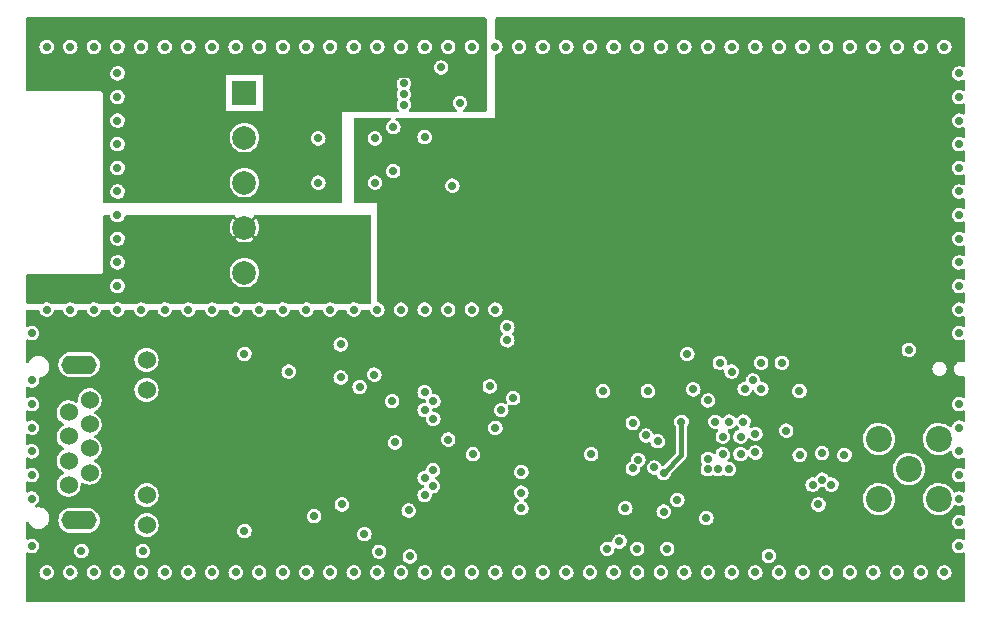
<source format=gbr>
%TF.GenerationSoftware,KiCad,Pcbnew,6.0.0*%
%TF.CreationDate,2022-01-14T21:47:44+01:00*%
%TF.ProjectId,cowmotics-aquarea,636f776d-6f74-4696-9373-2d6171756172,1*%
%TF.SameCoordinates,Original*%
%TF.FileFunction,Copper,L3,Inr*%
%TF.FilePolarity,Positive*%
%FSLAX46Y46*%
G04 Gerber Fmt 4.6, Leading zero omitted, Abs format (unit mm)*
G04 Created by KiCad (PCBNEW 6.0.0) date 2022-01-14 21:47:44*
%MOMM*%
%LPD*%
G01*
G04 APERTURE LIST*
%TA.AperFunction,ComponentPad*%
%ADD10R,2.000000X2.000000*%
%TD*%
%TA.AperFunction,ComponentPad*%
%ADD11C,2.000000*%
%TD*%
%TA.AperFunction,ComponentPad*%
%ADD12C,2.199640*%
%TD*%
%TA.AperFunction,ComponentPad*%
%ADD13C,1.524000*%
%TD*%
%TA.AperFunction,ComponentPad*%
%ADD14O,3.000000X1.600000*%
%TD*%
%TA.AperFunction,ViaPad*%
%ADD15C,0.711200*%
%TD*%
%TA.AperFunction,Conductor*%
%ADD16C,0.406400*%
%TD*%
%TA.AperFunction,Conductor*%
%ADD17C,0.203200*%
%TD*%
G04 APERTURE END LIST*
D10*
%TO.N,+5V*%
%TO.C,J2*%
X127250000Y-86630000D03*
D11*
%TO.N,/Aquarea Interface/AQ_TX*%
X127250000Y-90440000D03*
%TO.N,/Aquarea Interface/AQ_RX*%
X127250000Y-94250000D03*
%TO.N,+12V*%
X127250000Y-98060000D03*
%TO.N,GND*%
X127250000Y-101870000D03*
%TD*%
D12*
%TO.N,GND*%
%TO.C,A1*%
X180960000Y-115960000D03*
X186040000Y-121040000D03*
X180960000Y-121040000D03*
X186040000Y-115960000D03*
%TO.N,Net-(A1-Pad1)*%
X183500000Y-118500000D03*
%TD*%
D13*
%TO.N,Net-(J1-Pad1)*%
%TO.C,J1*%
X112360000Y-119820000D03*
%TO.N,Net-(J1-Pad2)*%
X114140000Y-118800000D03*
%TO.N,Net-(J1-Pad3)*%
X112360000Y-117780000D03*
%TO.N,Net-(J1-Pad4)*%
X114140000Y-116760000D03*
X112360000Y-115740000D03*
%TO.N,Net-(J1-Pad6)*%
X114140000Y-114720000D03*
%TO.N,Net-(J1-Pad7)*%
X112360000Y-113700000D03*
X114140000Y-112680000D03*
%TO.N,Net-(J1-Pad9)*%
X118960000Y-123250000D03*
%TO.N,Net-(J1-Pad10)*%
X118960000Y-120710000D03*
%TO.N,ETH_LED*%
X118960000Y-111790000D03*
%TO.N,Net-(J1-Pad12)*%
X118960000Y-109250000D03*
D14*
%TO.N,GND*%
X113250000Y-109660000D03*
X113250000Y-122840000D03*
%TD*%
D15*
%TO.N,ETH_RST*%
X135500000Y-121500000D03*
X138250000Y-110500000D03*
%TO.N,GND*%
X174240000Y-111900000D03*
X124500000Y-127250000D03*
X116500000Y-101000000D03*
X133150000Y-122500000D03*
X169250000Y-115750000D03*
X114500000Y-127250000D03*
X141150000Y-122010000D03*
X128500000Y-127250000D03*
X187750000Y-97000000D03*
X144500000Y-105000000D03*
X182500000Y-82750000D03*
X134500000Y-105000000D03*
X116500000Y-99000000D03*
X160500000Y-82750000D03*
X136500000Y-127250000D03*
X140000000Y-116250000D03*
X132500000Y-105000000D03*
X154500000Y-127250000D03*
X187750000Y-125000000D03*
X141250000Y-125900000D03*
X144500000Y-82750000D03*
X118500000Y-105000000D03*
X148500000Y-82750000D03*
X158500000Y-82750000D03*
X112500000Y-105000000D03*
X120500000Y-127250000D03*
X148500000Y-105000000D03*
X175850000Y-121500000D03*
X146500000Y-105000000D03*
X159500000Y-121820000D03*
X187750000Y-123000000D03*
X180500000Y-82750000D03*
X166500000Y-82750000D03*
X165250000Y-111750000D03*
X133500000Y-90500000D03*
X135400000Y-107950000D03*
X140750000Y-85850000D03*
X136500000Y-82750000D03*
X116500000Y-93000000D03*
X135400000Y-110750000D03*
X118500000Y-127250000D03*
X128500000Y-105000000D03*
X131000000Y-110250000D03*
X156500000Y-127250000D03*
X187750000Y-107000000D03*
X130500000Y-105000000D03*
X109250000Y-111000000D03*
X120500000Y-82750000D03*
X134500000Y-127250000D03*
X137000000Y-111550000D03*
X118650000Y-125450000D03*
X187750000Y-87000000D03*
X116500000Y-89000000D03*
X167750000Y-115750000D03*
X126500000Y-82750000D03*
X124500000Y-82750000D03*
X112500000Y-127250000D03*
X176500000Y-127250000D03*
X138300000Y-94250000D03*
X162500000Y-82750000D03*
X187750000Y-105000000D03*
X138500000Y-105000000D03*
X150700000Y-121800000D03*
X176950000Y-119820000D03*
X178500000Y-127250000D03*
X116500000Y-97000000D03*
X171010000Y-111700000D03*
X184500000Y-82750000D03*
X172500000Y-127250000D03*
X109250000Y-117000000D03*
X187750000Y-117000000D03*
X144850000Y-94500000D03*
X116500000Y-91000000D03*
X138500000Y-82750000D03*
X146600000Y-117250000D03*
X187750000Y-89000000D03*
X178050000Y-117300000D03*
X142500000Y-82750000D03*
X176150000Y-119400000D03*
X150500000Y-82750000D03*
X118500000Y-82750000D03*
X116500000Y-105000000D03*
X132500000Y-82750000D03*
X109250000Y-121000000D03*
X157600000Y-111900000D03*
X126500000Y-105000000D03*
X166500000Y-127250000D03*
X170500000Y-127250000D03*
X187750000Y-93000000D03*
X164500000Y-127250000D03*
X142500000Y-105000000D03*
X175350000Y-119820000D03*
X169250000Y-117250000D03*
X182500000Y-127250000D03*
X174250000Y-117300000D03*
X187750000Y-121000000D03*
X140500000Y-105000000D03*
X140500000Y-127250000D03*
X130500000Y-82750000D03*
X124500000Y-105000000D03*
X134500000Y-82750000D03*
X130500000Y-127250000D03*
X122500000Y-82750000D03*
X112500000Y-82750000D03*
X172500000Y-82750000D03*
X109250000Y-115000000D03*
X186500000Y-82750000D03*
X170500000Y-82750000D03*
X168500000Y-127250000D03*
X109250000Y-113000000D03*
X116500000Y-103000000D03*
X146500000Y-82750000D03*
X187750000Y-119000000D03*
X178500000Y-82750000D03*
X154500000Y-82750000D03*
X113450000Y-125450000D03*
X109250000Y-119000000D03*
X163900000Y-121120000D03*
X166350000Y-122660000D03*
X139750000Y-112750000D03*
X144500000Y-127250000D03*
X180500000Y-127250000D03*
X162500000Y-127250000D03*
X140750000Y-86750000D03*
X126500000Y-127250000D03*
X174500000Y-82750000D03*
X163040000Y-125250000D03*
X142500000Y-127250000D03*
X187750000Y-85000000D03*
X116500000Y-127250000D03*
X176150000Y-117150000D03*
X176500000Y-82750000D03*
X186500000Y-127250000D03*
X184500000Y-127250000D03*
X156610000Y-117250000D03*
X116500000Y-95000000D03*
X156500000Y-82750000D03*
X120500000Y-105000000D03*
X146500000Y-127250000D03*
X132500000Y-127250000D03*
X171650000Y-125850000D03*
X122500000Y-105000000D03*
X187750000Y-115000000D03*
X143900000Y-84500000D03*
X110500000Y-82750000D03*
X138500000Y-127250000D03*
X145500000Y-87500000D03*
X187750000Y-95000000D03*
X167750000Y-117250000D03*
X152500000Y-82750000D03*
X114500000Y-82750000D03*
X142500000Y-90400000D03*
X116500000Y-85000000D03*
X122500000Y-127250000D03*
X159000000Y-124630000D03*
X158500000Y-127250000D03*
X183500000Y-108400000D03*
X114500000Y-105000000D03*
X187750000Y-103000000D03*
X110500000Y-105000000D03*
X168500000Y-82750000D03*
X187750000Y-113000000D03*
X140500000Y-82750000D03*
X164500000Y-82750000D03*
X116500000Y-87000000D03*
X109250000Y-107000000D03*
X187750000Y-101000000D03*
X162750000Y-122100000D03*
X128500000Y-82750000D03*
X137400000Y-124010000D03*
X187750000Y-99000000D03*
X127250000Y-108750000D03*
X136500000Y-105000000D03*
X138300000Y-90500000D03*
X187750000Y-91000000D03*
X140750000Y-87650000D03*
X127250000Y-123750000D03*
X152500000Y-127250000D03*
X116500000Y-82750000D03*
X174500000Y-127250000D03*
X109250000Y-125000000D03*
X150500000Y-127250000D03*
X173120000Y-115240000D03*
X148500000Y-127250000D03*
X160500000Y-127250000D03*
X110500000Y-127250000D03*
%TO.N,ETH_RXD1*%
X169600000Y-111700000D03*
X142510000Y-119250000D03*
%TO.N,ETH_RXD0*%
X170300000Y-111000000D03*
X143210000Y-118600000D03*
%TO.N,ETH_CRSDV*%
X168500000Y-110250000D03*
X144500000Y-116000000D03*
%TO.N,ETH_IRQ*%
X164750000Y-108750000D03*
X143250000Y-114250000D03*
%TO.N,ETH_TXEN*%
X142500000Y-113500000D03*
X149000000Y-113500000D03*
%TO.N,ETH_TXD0*%
X150000000Y-112500000D03*
X143250000Y-112750000D03*
%TO.N,ETH_TXD1*%
X142500000Y-112000000D03*
X148020000Y-111500000D03*
%TO.N,ETH_MDIO*%
X142510000Y-120690000D03*
X166480000Y-118510000D03*
%TO.N,ETH_MDC*%
X166482029Y-117646900D03*
X143210000Y-119930000D03*
%TO.N,+3.3V*%
X168450000Y-121250000D03*
X142490000Y-95760000D03*
X140760000Y-107950000D03*
X139690000Y-123480000D03*
X143080000Y-96350000D03*
X170130000Y-121250000D03*
X134750000Y-124900000D03*
X172770000Y-111900000D03*
X123250000Y-110170000D03*
X175760000Y-111900000D03*
X141900000Y-96350000D03*
X140600000Y-92010000D03*
X133500000Y-94250000D03*
X165500000Y-119500000D03*
X168300000Y-112500000D03*
X143350000Y-117000000D03*
X172750000Y-119060000D03*
X131000000Y-108500000D03*
X145600000Y-113500000D03*
X122200000Y-124550000D03*
X140600000Y-95760000D03*
%TO.N,RJ45_LED*%
X138650000Y-125500000D03*
X170510000Y-117100000D03*
%TO.N,Net-(C22-Pad1)*%
X171000000Y-109500000D03*
%TO.N,Net-(R18-Pad2)*%
X167500000Y-109500000D03*
X148500000Y-115010000D03*
%TO.N,Net-(TP8-Pad1)*%
X167100000Y-114494898D03*
%TO.N,Net-(TP10-Pad1)*%
X168300000Y-114490000D03*
%TO.N,BUTTON*%
X170510000Y-115510000D03*
X172750000Y-109500000D03*
%TO.N,U2_RXD*%
X149500000Y-106500000D03*
X139850000Y-89550000D03*
%TO.N,+VMEM*%
X164250000Y-114500000D03*
X162750000Y-118820000D03*
%TO.N,U2_TXD*%
X149500000Y-107600000D03*
X139850000Y-93290000D03*
%TO.N,FL_D3*%
X160130000Y-118450000D03*
X161250000Y-115660000D03*
%TO.N,FL_SCS*%
X161400000Y-111900000D03*
X162250000Y-116150000D03*
%TO.N,FL_D1*%
X160130000Y-114600000D03*
X160600699Y-117709100D03*
%TO.N,U0_RX*%
X157960000Y-125250000D03*
X167350000Y-118510000D03*
%TO.N,U0_TX*%
X160500000Y-125250000D03*
X168250000Y-118510000D03*
%TO.N,BOOT0*%
X150700000Y-120500000D03*
X166500000Y-112690000D03*
%TO.N,Net-(TP11-Pad1)*%
X169500000Y-114490000D03*
%TO.N,CLK50_EN*%
X150700000Y-118750000D03*
X161950000Y-118370000D03*
%TO.N,+5V*%
X133500000Y-91450000D03*
X133500000Y-95200000D03*
X147250000Y-84000000D03*
X137000000Y-86750000D03*
X143500000Y-86230000D03*
X137000000Y-85850000D03*
X137000000Y-87650000D03*
%TD*%
D16*
%TO.N,+3.3V*%
X147500000Y-100770000D02*
X147500000Y-107650000D01*
X123250000Y-110170000D02*
X123250000Y-123500000D01*
X141900000Y-96350000D02*
X141500000Y-96750000D01*
X168300000Y-112500000D02*
X172170000Y-112500000D01*
X165500000Y-119500000D02*
X166700000Y-119500000D01*
X139080000Y-123480000D02*
X137660000Y-124900000D01*
X141500000Y-105930000D02*
X140760000Y-106670000D01*
X175000000Y-112660000D02*
X175000000Y-115400000D01*
X123250000Y-110170000D02*
X129330000Y-110170000D01*
D17*
X145600000Y-112790000D02*
X140760000Y-107950000D01*
D16*
X172170000Y-112500000D02*
X172770000Y-111900000D01*
X174870000Y-111010000D02*
X175760000Y-111900000D01*
X139680000Y-123470000D02*
X139680000Y-119400000D01*
X175760000Y-111900000D02*
X175000000Y-112660000D01*
X140760000Y-107950000D02*
X139460000Y-109250000D01*
X173660000Y-111010000D02*
X172770000Y-111900000D01*
X172750000Y-120090000D02*
X171590000Y-121250000D01*
X143080000Y-96350000D02*
X147500000Y-100770000D01*
X123250000Y-123500000D02*
X122200000Y-124550000D01*
X171590000Y-121250000D02*
X170130000Y-121250000D01*
X137660000Y-124900000D02*
X134750000Y-124900000D01*
X166450000Y-110650000D02*
X168300000Y-112500000D01*
X129330000Y-110170000D02*
X131000000Y-108500000D01*
X131750000Y-109250000D02*
X131000000Y-108500000D01*
X172750000Y-119060000D02*
X172750000Y-120090000D01*
X139460000Y-109250000D02*
X131750000Y-109250000D01*
X139690000Y-123480000D02*
X139680000Y-123470000D01*
X141580000Y-92010000D02*
X140600000Y-92010000D01*
X139680000Y-119400000D02*
X142080000Y-117000000D01*
X174870000Y-111010000D02*
X173660000Y-111010000D01*
X140760000Y-106670000D02*
X140760000Y-107950000D01*
X140600000Y-92010000D02*
X140600000Y-95760000D01*
X166700000Y-119500000D02*
X168450000Y-121250000D01*
X142490000Y-95760000D02*
X142490000Y-92920000D01*
X124650000Y-124900000D02*
X123250000Y-123500000D01*
X134750000Y-124900000D02*
X124650000Y-124900000D01*
X147500000Y-107650000D02*
X150500000Y-110650000D01*
X175000000Y-115400000D02*
X172750000Y-117650000D01*
X142080000Y-117000000D02*
X143350000Y-117000000D01*
X172750000Y-117650000D02*
X172750000Y-119060000D01*
X141500000Y-96750000D02*
X141500000Y-105930000D01*
D17*
X145600000Y-113500000D02*
X145600000Y-112790000D01*
D16*
X150500000Y-110650000D02*
X166450000Y-110650000D01*
X139690000Y-123480000D02*
X139080000Y-123480000D01*
X142490000Y-92920000D02*
X141580000Y-92010000D01*
D17*
X170130000Y-121250000D02*
X168450000Y-121250000D01*
D16*
%TO.N,+VMEM*%
X164250000Y-114500000D02*
X164250000Y-117320000D01*
X164250000Y-117320000D02*
X162750000Y-118820000D01*
%TO.N,+5V*%
X146770000Y-85680000D02*
X147250000Y-85200000D01*
X134750000Y-91950000D02*
X134750000Y-94700000D01*
X137000000Y-85850000D02*
X137750000Y-85100000D01*
X134750000Y-88300000D02*
X135400000Y-87650000D01*
X134250000Y-91450000D02*
X133500000Y-91450000D01*
X137750000Y-85100000D02*
X143470000Y-85100000D01*
X134750000Y-90950000D02*
X134750000Y-88300000D01*
X144050000Y-85680000D02*
X143500000Y-86230000D01*
X134750000Y-94700000D02*
X134250000Y-95200000D01*
X134250000Y-91450000D02*
X134750000Y-91950000D01*
X143470000Y-85100000D02*
X144050000Y-85680000D01*
X134250000Y-91450000D02*
X134750000Y-90950000D01*
X147250000Y-85200000D02*
X147250000Y-84250000D01*
X134250000Y-95200000D02*
X133500000Y-95200000D01*
X146770000Y-85680000D02*
X144050000Y-85680000D01*
X135400000Y-87650000D02*
X137000000Y-87650000D01*
%TD*%
%TA.AperFunction,Conductor*%
%TO.N,+3.3V*%
G36*
X188188121Y-80274002D02*
G01*
X188234614Y-80327658D01*
X188246000Y-80380000D01*
X188246000Y-84362957D01*
X188225998Y-84431078D01*
X188172342Y-84477571D01*
X188102068Y-84487675D01*
X188061041Y-84474312D01*
X187976957Y-84429792D01*
X187976955Y-84429791D01*
X187970246Y-84426239D01*
X187900050Y-84408607D01*
X187834398Y-84392116D01*
X187834394Y-84392116D01*
X187827027Y-84390265D01*
X187819428Y-84390225D01*
X187819426Y-84390225D01*
X187757798Y-84389903D01*
X187679362Y-84389492D01*
X187671982Y-84391264D01*
X187671980Y-84391264D01*
X187543153Y-84422192D01*
X187543149Y-84422193D01*
X187535774Y-84423964D01*
X187404554Y-84491692D01*
X187293277Y-84588765D01*
X187208368Y-84709579D01*
X187205609Y-84716654D01*
X187205608Y-84716657D01*
X187168984Y-84810594D01*
X187154727Y-84847160D01*
X187135453Y-84993564D01*
X187151657Y-85140340D01*
X187154267Y-85147472D01*
X187188006Y-85239668D01*
X187202404Y-85279014D01*
X187206640Y-85285317D01*
X187206640Y-85285318D01*
X187267241Y-85375501D01*
X187284765Y-85401580D01*
X187290384Y-85406693D01*
X187290385Y-85406694D01*
X187300607Y-85415995D01*
X187393985Y-85500962D01*
X187523758Y-85571423D01*
X187666592Y-85608895D01*
X187743379Y-85610101D01*
X187806643Y-85611095D01*
X187806646Y-85611095D01*
X187814241Y-85611214D01*
X187872443Y-85597884D01*
X187950779Y-85579943D01*
X187950783Y-85579942D01*
X187958182Y-85578247D01*
X187964968Y-85574834D01*
X187964971Y-85574833D01*
X188063387Y-85525336D01*
X188133231Y-85512598D01*
X188198875Y-85539642D01*
X188239476Y-85597884D01*
X188246000Y-85637901D01*
X188246000Y-86362957D01*
X188225998Y-86431078D01*
X188172342Y-86477571D01*
X188102068Y-86487675D01*
X188061041Y-86474312D01*
X187976957Y-86429792D01*
X187976955Y-86429791D01*
X187970246Y-86426239D01*
X187923340Y-86414457D01*
X187834398Y-86392116D01*
X187834394Y-86392116D01*
X187827027Y-86390265D01*
X187819428Y-86390225D01*
X187819426Y-86390225D01*
X187757798Y-86389903D01*
X187679362Y-86389492D01*
X187671982Y-86391264D01*
X187671980Y-86391264D01*
X187543153Y-86422192D01*
X187543149Y-86422193D01*
X187535774Y-86423964D01*
X187404554Y-86491692D01*
X187398832Y-86496684D01*
X187398830Y-86496685D01*
X187318369Y-86566876D01*
X187293277Y-86588765D01*
X187208368Y-86709579D01*
X187205609Y-86716654D01*
X187205608Y-86716657D01*
X187169899Y-86808247D01*
X187154727Y-86847160D01*
X187153735Y-86854693D01*
X187153735Y-86854694D01*
X187144616Y-86923964D01*
X187135453Y-86993564D01*
X187151657Y-87140340D01*
X187154267Y-87147472D01*
X187176268Y-87207592D01*
X187202404Y-87279014D01*
X187206640Y-87285317D01*
X187206640Y-87285318D01*
X187260364Y-87365267D01*
X187284765Y-87401580D01*
X187393985Y-87500962D01*
X187523758Y-87571423D01*
X187666592Y-87608895D01*
X187743379Y-87610101D01*
X187806643Y-87611095D01*
X187806646Y-87611095D01*
X187814241Y-87611214D01*
X187872443Y-87597884D01*
X187950779Y-87579943D01*
X187950783Y-87579942D01*
X187958182Y-87578247D01*
X187964968Y-87574834D01*
X187964971Y-87574833D01*
X188063387Y-87525336D01*
X188133231Y-87512598D01*
X188198875Y-87539642D01*
X188239476Y-87597884D01*
X188246000Y-87637901D01*
X188246000Y-88362957D01*
X188225998Y-88431078D01*
X188172342Y-88477571D01*
X188102068Y-88487675D01*
X188061041Y-88474312D01*
X187976957Y-88429792D01*
X187976955Y-88429791D01*
X187970246Y-88426239D01*
X187923340Y-88414457D01*
X187834398Y-88392116D01*
X187834394Y-88392116D01*
X187827027Y-88390265D01*
X187819428Y-88390225D01*
X187819426Y-88390225D01*
X187757798Y-88389903D01*
X187679362Y-88389492D01*
X187671982Y-88391264D01*
X187671980Y-88391264D01*
X187543153Y-88422192D01*
X187543149Y-88422193D01*
X187535774Y-88423964D01*
X187404554Y-88491692D01*
X187293277Y-88588765D01*
X187208368Y-88709579D01*
X187205609Y-88716654D01*
X187205608Y-88716657D01*
X187172415Y-88801794D01*
X187154727Y-88847160D01*
X187153735Y-88854693D01*
X187153735Y-88854694D01*
X187137734Y-88976239D01*
X187135453Y-88993564D01*
X187151657Y-89140340D01*
X187202404Y-89279014D01*
X187206640Y-89285317D01*
X187206640Y-89285318D01*
X187249716Y-89349421D01*
X187284765Y-89401580D01*
X187393985Y-89500962D01*
X187523758Y-89571423D01*
X187666592Y-89608895D01*
X187743379Y-89610101D01*
X187806643Y-89611095D01*
X187806646Y-89611095D01*
X187814241Y-89611214D01*
X187872443Y-89597884D01*
X187950779Y-89579943D01*
X187950783Y-89579942D01*
X187958182Y-89578247D01*
X187964968Y-89574834D01*
X187964971Y-89574833D01*
X188063387Y-89525336D01*
X188133231Y-89512598D01*
X188198875Y-89539642D01*
X188239476Y-89597884D01*
X188246000Y-89637901D01*
X188246000Y-90362957D01*
X188225998Y-90431078D01*
X188172342Y-90477571D01*
X188102068Y-90487675D01*
X188061041Y-90474312D01*
X187976957Y-90429792D01*
X187976955Y-90429791D01*
X187970246Y-90426239D01*
X187917026Y-90412871D01*
X187834398Y-90392116D01*
X187834394Y-90392116D01*
X187827027Y-90390265D01*
X187819428Y-90390225D01*
X187819426Y-90390225D01*
X187757798Y-90389903D01*
X187679362Y-90389492D01*
X187671982Y-90391264D01*
X187671980Y-90391264D01*
X187543153Y-90422192D01*
X187543149Y-90422193D01*
X187535774Y-90423964D01*
X187404554Y-90491692D01*
X187398832Y-90496684D01*
X187398830Y-90496685D01*
X187340612Y-90547472D01*
X187293277Y-90588765D01*
X187208368Y-90709579D01*
X187205609Y-90716654D01*
X187205608Y-90716657D01*
X187164954Y-90820930D01*
X187154727Y-90847160D01*
X187153735Y-90854693D01*
X187153735Y-90854694D01*
X187137919Y-90974834D01*
X187135453Y-90993564D01*
X187151657Y-91140340D01*
X187202404Y-91279014D01*
X187206640Y-91285317D01*
X187206640Y-91285318D01*
X187214598Y-91297160D01*
X187284765Y-91401580D01*
X187393985Y-91500962D01*
X187523758Y-91571423D01*
X187666592Y-91608895D01*
X187743379Y-91610101D01*
X187806643Y-91611095D01*
X187806646Y-91611095D01*
X187814241Y-91611214D01*
X187872443Y-91597884D01*
X187950779Y-91579943D01*
X187950783Y-91579942D01*
X187958182Y-91578247D01*
X187964968Y-91574834D01*
X187964971Y-91574833D01*
X188063387Y-91525336D01*
X188133231Y-91512598D01*
X188198875Y-91539642D01*
X188239476Y-91597884D01*
X188246000Y-91637901D01*
X188246000Y-92362957D01*
X188225998Y-92431078D01*
X188172342Y-92477571D01*
X188102068Y-92487675D01*
X188061041Y-92474312D01*
X187976957Y-92429792D01*
X187976955Y-92429791D01*
X187970246Y-92426239D01*
X187923340Y-92414457D01*
X187834398Y-92392116D01*
X187834394Y-92392116D01*
X187827027Y-92390265D01*
X187819428Y-92390225D01*
X187819426Y-92390225D01*
X187757798Y-92389903D01*
X187679362Y-92389492D01*
X187671982Y-92391264D01*
X187671980Y-92391264D01*
X187543153Y-92422192D01*
X187543149Y-92422193D01*
X187535774Y-92423964D01*
X187404554Y-92491692D01*
X187293277Y-92588765D01*
X187208368Y-92709579D01*
X187205609Y-92716654D01*
X187205608Y-92716657D01*
X187176861Y-92790390D01*
X187154727Y-92847160D01*
X187153735Y-92854693D01*
X187153735Y-92854694D01*
X187149110Y-92889829D01*
X187135453Y-92993564D01*
X187151657Y-93140340D01*
X187202404Y-93279014D01*
X187206640Y-93285317D01*
X187206640Y-93285318D01*
X187221180Y-93306955D01*
X187284765Y-93401580D01*
X187290384Y-93406693D01*
X187290385Y-93406694D01*
X187344702Y-93456118D01*
X187393985Y-93500962D01*
X187523758Y-93571423D01*
X187666592Y-93608895D01*
X187743379Y-93610101D01*
X187806643Y-93611095D01*
X187806646Y-93611095D01*
X187814241Y-93611214D01*
X187897038Y-93592251D01*
X187950779Y-93579943D01*
X187950783Y-93579942D01*
X187958182Y-93578247D01*
X187964968Y-93574834D01*
X187964971Y-93574833D01*
X188063387Y-93525336D01*
X188133231Y-93512598D01*
X188198875Y-93539642D01*
X188239476Y-93597884D01*
X188246000Y-93637901D01*
X188246000Y-94362957D01*
X188225998Y-94431078D01*
X188172342Y-94477571D01*
X188102068Y-94487675D01*
X188061041Y-94474312D01*
X187976957Y-94429792D01*
X187976955Y-94429791D01*
X187970246Y-94426239D01*
X187923340Y-94414457D01*
X187834398Y-94392116D01*
X187834394Y-94392116D01*
X187827027Y-94390265D01*
X187819428Y-94390225D01*
X187819426Y-94390225D01*
X187757798Y-94389903D01*
X187679362Y-94389492D01*
X187671982Y-94391264D01*
X187671980Y-94391264D01*
X187543153Y-94422192D01*
X187543149Y-94422193D01*
X187535774Y-94423964D01*
X187404554Y-94491692D01*
X187398832Y-94496684D01*
X187398830Y-94496685D01*
X187350296Y-94539024D01*
X187293277Y-94588765D01*
X187208368Y-94709579D01*
X187205609Y-94716654D01*
X187205608Y-94716657D01*
X187161440Y-94829943D01*
X187154727Y-94847160D01*
X187153735Y-94854693D01*
X187153735Y-94854694D01*
X187139061Y-94966160D01*
X187135453Y-94993564D01*
X187151657Y-95140340D01*
X187202404Y-95279014D01*
X187284765Y-95401580D01*
X187290384Y-95406693D01*
X187290385Y-95406694D01*
X187369864Y-95479014D01*
X187393985Y-95500962D01*
X187523758Y-95571423D01*
X187666592Y-95608895D01*
X187743379Y-95610101D01*
X187806643Y-95611095D01*
X187806646Y-95611095D01*
X187814241Y-95611214D01*
X187872443Y-95597884D01*
X187950779Y-95579943D01*
X187950783Y-95579942D01*
X187958182Y-95578247D01*
X187964968Y-95574834D01*
X187964971Y-95574833D01*
X188063387Y-95525336D01*
X188133231Y-95512598D01*
X188198875Y-95539642D01*
X188239476Y-95597884D01*
X188246000Y-95637901D01*
X188246000Y-96362957D01*
X188225998Y-96431078D01*
X188172342Y-96477571D01*
X188102068Y-96487675D01*
X188061041Y-96474312D01*
X187976957Y-96429792D01*
X187976955Y-96429791D01*
X187970246Y-96426239D01*
X187923340Y-96414457D01*
X187834398Y-96392116D01*
X187834394Y-96392116D01*
X187827027Y-96390265D01*
X187819428Y-96390225D01*
X187819426Y-96390225D01*
X187757798Y-96389903D01*
X187679362Y-96389492D01*
X187671982Y-96391264D01*
X187671980Y-96391264D01*
X187543153Y-96422192D01*
X187543149Y-96422193D01*
X187535774Y-96423964D01*
X187404554Y-96491692D01*
X187293277Y-96588765D01*
X187208368Y-96709579D01*
X187154727Y-96847160D01*
X187135453Y-96993564D01*
X187151657Y-97140340D01*
X187202404Y-97279014D01*
X187284765Y-97401580D01*
X187393985Y-97500962D01*
X187523758Y-97571423D01*
X187666592Y-97608895D01*
X187743379Y-97610101D01*
X187806643Y-97611095D01*
X187806646Y-97611095D01*
X187814241Y-97611214D01*
X187872443Y-97597884D01*
X187950779Y-97579943D01*
X187950783Y-97579942D01*
X187958182Y-97578247D01*
X187964968Y-97574834D01*
X187964971Y-97574833D01*
X188063387Y-97525336D01*
X188133231Y-97512598D01*
X188198875Y-97539642D01*
X188239476Y-97597884D01*
X188246000Y-97637901D01*
X188246000Y-98362957D01*
X188225998Y-98431078D01*
X188172342Y-98477571D01*
X188102068Y-98487675D01*
X188061041Y-98474312D01*
X187976957Y-98429792D01*
X187976955Y-98429791D01*
X187970246Y-98426239D01*
X187923340Y-98414457D01*
X187834398Y-98392116D01*
X187834394Y-98392116D01*
X187827027Y-98390265D01*
X187819428Y-98390225D01*
X187819426Y-98390225D01*
X187757798Y-98389903D01*
X187679362Y-98389492D01*
X187671982Y-98391264D01*
X187671980Y-98391264D01*
X187543153Y-98422192D01*
X187543149Y-98422193D01*
X187535774Y-98423964D01*
X187404554Y-98491692D01*
X187293277Y-98588765D01*
X187208368Y-98709579D01*
X187154727Y-98847160D01*
X187153735Y-98854693D01*
X187153735Y-98854694D01*
X187151792Y-98869457D01*
X187135453Y-98993564D01*
X187151657Y-99140340D01*
X187202404Y-99279014D01*
X187284765Y-99401580D01*
X187393985Y-99500962D01*
X187523758Y-99571423D01*
X187666592Y-99608895D01*
X187743379Y-99610101D01*
X187806643Y-99611095D01*
X187806646Y-99611095D01*
X187814241Y-99611214D01*
X187872443Y-99597884D01*
X187950779Y-99579943D01*
X187950783Y-99579942D01*
X187958182Y-99578247D01*
X187964968Y-99574834D01*
X187964971Y-99574833D01*
X188063387Y-99525336D01*
X188133231Y-99512598D01*
X188198875Y-99539642D01*
X188239476Y-99597884D01*
X188246000Y-99637901D01*
X188246000Y-100362957D01*
X188225998Y-100431078D01*
X188172342Y-100477571D01*
X188102068Y-100487675D01*
X188061041Y-100474312D01*
X187976957Y-100429792D01*
X187976955Y-100429791D01*
X187970246Y-100426239D01*
X187923340Y-100414457D01*
X187834398Y-100392116D01*
X187834394Y-100392116D01*
X187827027Y-100390265D01*
X187819428Y-100390225D01*
X187819426Y-100390225D01*
X187757798Y-100389903D01*
X187679362Y-100389492D01*
X187671982Y-100391264D01*
X187671980Y-100391264D01*
X187543153Y-100422192D01*
X187543149Y-100422193D01*
X187535774Y-100423964D01*
X187404554Y-100491692D01*
X187293277Y-100588765D01*
X187208368Y-100709579D01*
X187205609Y-100716654D01*
X187205608Y-100716657D01*
X187181138Y-100779421D01*
X187154727Y-100847160D01*
X187135453Y-100993564D01*
X187151657Y-101140340D01*
X187154267Y-101147472D01*
X187188257Y-101240354D01*
X187202404Y-101279014D01*
X187284765Y-101401580D01*
X187290384Y-101406693D01*
X187290385Y-101406694D01*
X187383063Y-101491024D01*
X187393985Y-101500962D01*
X187523758Y-101571423D01*
X187666592Y-101608895D01*
X187743379Y-101610101D01*
X187806643Y-101611095D01*
X187806646Y-101611095D01*
X187814241Y-101611214D01*
X187872443Y-101597884D01*
X187950779Y-101579943D01*
X187950783Y-101579942D01*
X187958182Y-101578247D01*
X187964968Y-101574834D01*
X187964971Y-101574833D01*
X188063387Y-101525336D01*
X188133231Y-101512598D01*
X188198875Y-101539642D01*
X188239476Y-101597884D01*
X188246000Y-101637901D01*
X188246000Y-102362957D01*
X188225998Y-102431078D01*
X188172342Y-102477571D01*
X188102068Y-102487675D01*
X188061041Y-102474312D01*
X187976957Y-102429792D01*
X187976955Y-102429791D01*
X187970246Y-102426239D01*
X187923340Y-102414457D01*
X187834398Y-102392116D01*
X187834394Y-102392116D01*
X187827027Y-102390265D01*
X187819428Y-102390225D01*
X187819426Y-102390225D01*
X187757798Y-102389903D01*
X187679362Y-102389492D01*
X187671982Y-102391264D01*
X187671980Y-102391264D01*
X187543153Y-102422192D01*
X187543149Y-102422193D01*
X187535774Y-102423964D01*
X187404554Y-102491692D01*
X187293277Y-102588765D01*
X187208368Y-102709579D01*
X187154727Y-102847160D01*
X187135453Y-102993564D01*
X187151657Y-103140340D01*
X187202404Y-103279014D01*
X187284765Y-103401580D01*
X187393985Y-103500962D01*
X187523758Y-103571423D01*
X187666592Y-103608895D01*
X187743379Y-103610101D01*
X187806643Y-103611095D01*
X187806646Y-103611095D01*
X187814241Y-103611214D01*
X187872443Y-103597884D01*
X187950779Y-103579943D01*
X187950783Y-103579942D01*
X187958182Y-103578247D01*
X187964968Y-103574834D01*
X187964971Y-103574833D01*
X188063387Y-103525336D01*
X188133231Y-103512598D01*
X188198875Y-103539642D01*
X188239476Y-103597884D01*
X188246000Y-103637901D01*
X188246000Y-104362957D01*
X188225998Y-104431078D01*
X188172342Y-104477571D01*
X188102068Y-104487675D01*
X188061041Y-104474312D01*
X187976957Y-104429792D01*
X187976955Y-104429791D01*
X187970246Y-104426239D01*
X187923340Y-104414457D01*
X187834398Y-104392116D01*
X187834394Y-104392116D01*
X187827027Y-104390265D01*
X187819428Y-104390225D01*
X187819426Y-104390225D01*
X187757798Y-104389903D01*
X187679362Y-104389492D01*
X187671982Y-104391264D01*
X187671980Y-104391264D01*
X187543153Y-104422192D01*
X187543149Y-104422193D01*
X187535774Y-104423964D01*
X187404554Y-104491692D01*
X187293277Y-104588765D01*
X187208368Y-104709579D01*
X187154727Y-104847160D01*
X187153735Y-104854693D01*
X187153735Y-104854694D01*
X187152913Y-104860942D01*
X187135453Y-104993564D01*
X187151657Y-105140340D01*
X187202404Y-105279014D01*
X187206640Y-105285317D01*
X187206640Y-105285318D01*
X187218019Y-105302251D01*
X187284765Y-105401580D01*
X187393985Y-105500962D01*
X187523758Y-105571423D01*
X187666592Y-105608895D01*
X187743379Y-105610101D01*
X187806643Y-105611095D01*
X187806646Y-105611095D01*
X187814241Y-105611214D01*
X187872443Y-105597884D01*
X187950779Y-105579943D01*
X187950783Y-105579942D01*
X187958182Y-105578247D01*
X187964968Y-105574834D01*
X187964971Y-105574833D01*
X188063387Y-105525336D01*
X188133231Y-105512598D01*
X188198875Y-105539642D01*
X188239476Y-105597884D01*
X188246000Y-105637901D01*
X188246000Y-106362957D01*
X188225998Y-106431078D01*
X188172342Y-106477571D01*
X188102068Y-106487675D01*
X188061041Y-106474312D01*
X187976957Y-106429792D01*
X187976955Y-106429791D01*
X187970246Y-106426239D01*
X187881072Y-106403840D01*
X187834398Y-106392116D01*
X187834394Y-106392116D01*
X187827027Y-106390265D01*
X187819428Y-106390225D01*
X187819426Y-106390225D01*
X187757798Y-106389903D01*
X187679362Y-106389492D01*
X187671982Y-106391264D01*
X187671980Y-106391264D01*
X187543153Y-106422192D01*
X187543149Y-106422193D01*
X187535774Y-106423964D01*
X187529029Y-106427445D01*
X187529030Y-106427445D01*
X187411694Y-106488007D01*
X187404554Y-106491692D01*
X187398832Y-106496684D01*
X187398830Y-106496685D01*
X187380276Y-106512871D01*
X187293277Y-106588765D01*
X187208368Y-106709579D01*
X187205609Y-106716654D01*
X187205608Y-106716657D01*
X187174644Y-106796077D01*
X187154727Y-106847160D01*
X187153735Y-106854693D01*
X187153735Y-106854694D01*
X187146478Y-106909821D01*
X187135453Y-106993564D01*
X187151657Y-107140340D01*
X187202404Y-107279014D01*
X187206640Y-107285317D01*
X187206640Y-107285318D01*
X187267737Y-107376239D01*
X187284765Y-107401580D01*
X187290384Y-107406693D01*
X187290385Y-107406694D01*
X187333911Y-107446299D01*
X187393985Y-107500962D01*
X187523758Y-107571423D01*
X187666592Y-107608895D01*
X187743379Y-107610101D01*
X187806643Y-107611095D01*
X187806646Y-107611095D01*
X187814241Y-107611214D01*
X187872443Y-107597884D01*
X187950779Y-107579943D01*
X187950783Y-107579942D01*
X187958182Y-107578247D01*
X187964968Y-107574834D01*
X187964971Y-107574833D01*
X188063387Y-107525336D01*
X188133231Y-107512598D01*
X188198875Y-107539642D01*
X188239476Y-107597884D01*
X188246000Y-107637901D01*
X188246000Y-109300440D01*
X188225998Y-109368561D01*
X188172342Y-109415054D01*
X188102068Y-109425158D01*
X188071785Y-109416850D01*
X188065434Y-109414219D01*
X188065430Y-109414218D01*
X188057806Y-109411060D01*
X188049626Y-109409983D01*
X188049622Y-109409982D01*
X187943705Y-109396038D01*
X187943706Y-109396038D01*
X187939619Y-109395500D01*
X187860381Y-109395500D01*
X187856294Y-109396038D01*
X187856295Y-109396038D01*
X187750378Y-109409982D01*
X187750374Y-109409983D01*
X187742194Y-109411060D01*
X187734570Y-109414218D01*
X187734566Y-109414219D01*
X187605714Y-109467591D01*
X187595142Y-109471970D01*
X187588591Y-109476997D01*
X187588589Y-109476998D01*
X187553224Y-109504135D01*
X187468866Y-109568866D01*
X187463840Y-109575416D01*
X187383749Y-109679792D01*
X187371970Y-109695142D01*
X187368810Y-109702772D01*
X187368809Y-109702773D01*
X187314219Y-109834566D01*
X187314218Y-109834570D01*
X187311060Y-109842194D01*
X187290284Y-110000000D01*
X187311060Y-110157806D01*
X187314218Y-110165430D01*
X187314219Y-110165434D01*
X187358026Y-110271194D01*
X187371970Y-110304858D01*
X187376997Y-110311409D01*
X187376998Y-110311411D01*
X187410211Y-110354694D01*
X187468866Y-110431134D01*
X187475416Y-110436160D01*
X187575387Y-110512871D01*
X187595142Y-110528030D01*
X187602772Y-110531190D01*
X187602773Y-110531191D01*
X187734566Y-110585781D01*
X187734570Y-110585782D01*
X187742194Y-110588940D01*
X187750374Y-110590017D01*
X187750378Y-110590018D01*
X187846399Y-110602659D01*
X187860381Y-110604500D01*
X187939619Y-110604500D01*
X187953601Y-110602659D01*
X188049622Y-110590018D01*
X188049626Y-110590017D01*
X188057806Y-110588940D01*
X188065430Y-110585782D01*
X188065434Y-110585781D01*
X188071785Y-110583150D01*
X188142375Y-110575563D01*
X188205861Y-110607344D01*
X188242087Y-110668403D01*
X188246000Y-110699560D01*
X188246000Y-112362957D01*
X188225998Y-112431078D01*
X188172342Y-112477571D01*
X188102068Y-112487675D01*
X188061041Y-112474312D01*
X187976957Y-112429792D01*
X187976955Y-112429791D01*
X187970246Y-112426239D01*
X187881072Y-112403840D01*
X187834398Y-112392116D01*
X187834394Y-112392116D01*
X187827027Y-112390265D01*
X187819428Y-112390225D01*
X187819426Y-112390225D01*
X187757798Y-112389903D01*
X187679362Y-112389492D01*
X187671982Y-112391264D01*
X187671980Y-112391264D01*
X187543153Y-112422192D01*
X187543149Y-112422193D01*
X187535774Y-112423964D01*
X187529029Y-112427445D01*
X187529030Y-112427445D01*
X187411694Y-112488007D01*
X187404554Y-112491692D01*
X187398832Y-112496684D01*
X187398830Y-112496685D01*
X187310949Y-112573349D01*
X187293277Y-112588765D01*
X187208368Y-112709579D01*
X187205609Y-112716654D01*
X187205608Y-112716657D01*
X187161285Y-112830340D01*
X187154727Y-112847160D01*
X187153735Y-112854693D01*
X187153735Y-112854694D01*
X187137203Y-112980274D01*
X187135453Y-112993564D01*
X187151657Y-113140340D01*
X187154267Y-113147472D01*
X187199085Y-113269943D01*
X187202404Y-113279014D01*
X187206640Y-113285317D01*
X187206640Y-113285318D01*
X187266565Y-113374495D01*
X187284765Y-113401580D01*
X187290384Y-113406693D01*
X187290385Y-113406694D01*
X187309257Y-113423866D01*
X187393985Y-113500962D01*
X187523758Y-113571423D01*
X187666592Y-113608895D01*
X187743379Y-113610101D01*
X187806643Y-113611095D01*
X187806646Y-113611095D01*
X187814241Y-113611214D01*
X187872443Y-113597884D01*
X187950779Y-113579943D01*
X187950783Y-113579942D01*
X187958182Y-113578247D01*
X187964968Y-113574834D01*
X187964971Y-113574833D01*
X188063387Y-113525336D01*
X188133231Y-113512598D01*
X188198875Y-113539642D01*
X188239476Y-113597884D01*
X188246000Y-113637901D01*
X188246000Y-114362957D01*
X188225998Y-114431078D01*
X188172342Y-114477571D01*
X188102068Y-114487675D01*
X188061041Y-114474312D01*
X187976957Y-114429792D01*
X187976955Y-114429791D01*
X187970246Y-114426239D01*
X187919657Y-114413532D01*
X187834398Y-114392116D01*
X187834394Y-114392116D01*
X187827027Y-114390265D01*
X187819428Y-114390225D01*
X187819426Y-114390225D01*
X187757798Y-114389903D01*
X187679362Y-114389492D01*
X187671982Y-114391264D01*
X187671980Y-114391264D01*
X187543153Y-114422192D01*
X187543149Y-114422193D01*
X187535774Y-114423964D01*
X187515576Y-114434389D01*
X187411694Y-114488007D01*
X187404554Y-114491692D01*
X187398832Y-114496684D01*
X187398830Y-114496685D01*
X187335134Y-114552251D01*
X187293277Y-114588765D01*
X187208368Y-114709579D01*
X187205609Y-114716654D01*
X187205608Y-114716657D01*
X187159475Y-114834983D01*
X187154727Y-114847160D01*
X187152893Y-114861095D01*
X187151794Y-114869440D01*
X187123073Y-114934367D01*
X187063809Y-114973460D01*
X186992817Y-114974307D01*
X186948780Y-114951878D01*
X186796097Y-114831297D01*
X186796092Y-114831294D01*
X186792038Y-114828092D01*
X186705989Y-114780590D01*
X186601601Y-114722964D01*
X186601598Y-114722963D01*
X186597070Y-114720463D01*
X186441875Y-114665506D01*
X186392013Y-114647849D01*
X186392010Y-114647848D01*
X186387141Y-114646124D01*
X186382052Y-114645217D01*
X186382050Y-114645217D01*
X186172978Y-114607975D01*
X186172974Y-114607975D01*
X186167890Y-114607069D01*
X186081603Y-114606015D01*
X185950373Y-114604411D01*
X185950371Y-114604411D01*
X185945204Y-114604348D01*
X185725063Y-114638035D01*
X185513381Y-114707223D01*
X185490740Y-114719009D01*
X185330850Y-114802243D01*
X185315841Y-114810056D01*
X185311708Y-114813159D01*
X185311705Y-114813161D01*
X185141885Y-114940666D01*
X185137750Y-114943771D01*
X185080610Y-115003564D01*
X184987535Y-115100962D01*
X184983888Y-115104778D01*
X184980974Y-115109050D01*
X184980973Y-115109051D01*
X184940897Y-115167800D01*
X184858389Y-115288752D01*
X184827268Y-115355797D01*
X184779047Y-115459682D01*
X184764624Y-115490753D01*
X184705109Y-115705356D01*
X184681444Y-115926798D01*
X184681741Y-115931951D01*
X184681741Y-115931954D01*
X184692653Y-116121214D01*
X184694263Y-116149131D01*
X184695400Y-116154177D01*
X184695401Y-116154183D01*
X184713577Y-116234833D01*
X184743224Y-116366385D01*
X184745166Y-116371167D01*
X184745167Y-116371171D01*
X184820500Y-116556694D01*
X184827010Y-116572725D01*
X184880382Y-116659821D01*
X184936234Y-116750962D01*
X184943372Y-116762611D01*
X185089184Y-116930941D01*
X185093159Y-116934242D01*
X185093162Y-116934244D01*
X185132204Y-116966657D01*
X185260531Y-117073197D01*
X185452812Y-117185556D01*
X185457637Y-117187398D01*
X185457638Y-117187399D01*
X185502256Y-117204437D01*
X185660862Y-117265003D01*
X185665928Y-117266034D01*
X185665929Y-117266034D01*
X185748294Y-117282791D01*
X185879094Y-117309402D01*
X186004320Y-117313994D01*
X186096483Y-117317374D01*
X186096487Y-117317374D01*
X186101647Y-117317563D01*
X186106767Y-117316907D01*
X186106769Y-117316907D01*
X186217903Y-117302670D01*
X186322544Y-117289265D01*
X186327492Y-117287780D01*
X186327499Y-117287779D01*
X186530911Y-117226752D01*
X186535854Y-117225269D01*
X186591079Y-117198215D01*
X186671645Y-117158746D01*
X186735847Y-117127294D01*
X186788019Y-117090080D01*
X186912940Y-117000975D01*
X186912945Y-117000971D01*
X186917152Y-116997970D01*
X186920816Y-116994319D01*
X186920821Y-116994315D01*
X186928803Y-116986360D01*
X186991173Y-116952442D01*
X187061980Y-116957628D01*
X187118743Y-117000273D01*
X187142984Y-117061781D01*
X187151657Y-117140340D01*
X187154267Y-117147472D01*
X187198136Y-117267350D01*
X187202404Y-117279014D01*
X187206640Y-117285317D01*
X187206640Y-117285318D01*
X187277500Y-117390768D01*
X187284765Y-117401580D01*
X187290384Y-117406693D01*
X187290385Y-117406694D01*
X187387735Y-117495275D01*
X187393985Y-117500962D01*
X187523758Y-117571423D01*
X187666592Y-117608895D01*
X187743379Y-117610101D01*
X187806643Y-117611095D01*
X187806646Y-117611095D01*
X187814241Y-117611214D01*
X187872443Y-117597884D01*
X187950779Y-117579943D01*
X187950783Y-117579942D01*
X187958182Y-117578247D01*
X187964968Y-117574834D01*
X187964971Y-117574833D01*
X188063387Y-117525336D01*
X188133231Y-117512598D01*
X188198875Y-117539642D01*
X188239476Y-117597884D01*
X188246000Y-117637901D01*
X188246000Y-118362957D01*
X188225998Y-118431078D01*
X188172342Y-118477571D01*
X188102068Y-118487675D01*
X188061041Y-118474312D01*
X187976957Y-118429792D01*
X187976955Y-118429791D01*
X187970246Y-118426239D01*
X187881072Y-118403840D01*
X187834398Y-118392116D01*
X187834394Y-118392116D01*
X187827027Y-118390265D01*
X187819428Y-118390225D01*
X187819426Y-118390225D01*
X187757798Y-118389903D01*
X187679362Y-118389492D01*
X187671982Y-118391264D01*
X187671980Y-118391264D01*
X187543153Y-118422192D01*
X187543149Y-118422193D01*
X187535774Y-118423964D01*
X187483172Y-118451114D01*
X187411694Y-118488007D01*
X187404554Y-118491692D01*
X187398832Y-118496684D01*
X187398830Y-118496685D01*
X187322772Y-118563035D01*
X187293277Y-118588765D01*
X187208368Y-118709579D01*
X187205609Y-118716654D01*
X187205608Y-118716657D01*
X187160629Y-118832023D01*
X187154727Y-118847160D01*
X187153735Y-118854693D01*
X187153735Y-118854694D01*
X187136743Y-118983769D01*
X187135453Y-118993564D01*
X187151657Y-119140340D01*
X187154267Y-119147472D01*
X187196497Y-119262871D01*
X187202404Y-119279014D01*
X187206640Y-119285317D01*
X187206640Y-119285318D01*
X187273233Y-119384418D01*
X187284765Y-119401580D01*
X187290384Y-119406693D01*
X187290385Y-119406694D01*
X187356698Y-119467034D01*
X187393985Y-119500962D01*
X187523758Y-119571423D01*
X187666592Y-119608895D01*
X187743379Y-119610101D01*
X187806643Y-119611095D01*
X187806646Y-119611095D01*
X187814241Y-119611214D01*
X187872443Y-119597884D01*
X187950779Y-119579943D01*
X187950783Y-119579942D01*
X187958182Y-119578247D01*
X187964968Y-119574834D01*
X187964971Y-119574833D01*
X188063387Y-119525336D01*
X188133231Y-119512598D01*
X188198875Y-119539642D01*
X188239476Y-119597884D01*
X188246000Y-119637901D01*
X188246000Y-120362957D01*
X188225998Y-120431078D01*
X188172342Y-120477571D01*
X188102068Y-120487675D01*
X188061041Y-120474312D01*
X187976957Y-120429792D01*
X187976955Y-120429791D01*
X187970246Y-120426239D01*
X187881072Y-120403840D01*
X187834398Y-120392116D01*
X187834394Y-120392116D01*
X187827027Y-120390265D01*
X187819428Y-120390225D01*
X187819426Y-120390225D01*
X187757798Y-120389903D01*
X187679362Y-120389492D01*
X187671982Y-120391264D01*
X187671980Y-120391264D01*
X187543153Y-120422192D01*
X187543149Y-120422193D01*
X187535774Y-120423964D01*
X187510581Y-120436967D01*
X187421233Y-120483083D01*
X187351526Y-120496552D01*
X187285602Y-120470197D01*
X187247894Y-120421361D01*
X187239719Y-120402560D01*
X187239717Y-120402556D01*
X187237658Y-120397821D01*
X187116692Y-120210836D01*
X187108185Y-120201486D01*
X186970288Y-120049940D01*
X186970286Y-120049938D01*
X186966810Y-120046118D01*
X186962759Y-120042919D01*
X186962755Y-120042915D01*
X186812674Y-119924389D01*
X186792038Y-119908092D01*
X186690470Y-119852023D01*
X186601601Y-119802964D01*
X186601598Y-119802963D01*
X186597070Y-119800463D01*
X186420379Y-119737894D01*
X186392013Y-119727849D01*
X186392010Y-119727848D01*
X186387141Y-119726124D01*
X186382052Y-119725217D01*
X186382050Y-119725217D01*
X186172978Y-119687975D01*
X186172974Y-119687975D01*
X186167890Y-119687069D01*
X186081603Y-119686015D01*
X185950373Y-119684411D01*
X185950371Y-119684411D01*
X185945204Y-119684348D01*
X185725063Y-119718035D01*
X185513381Y-119787223D01*
X185457112Y-119816515D01*
X185379520Y-119856907D01*
X185315841Y-119890056D01*
X185311708Y-119893159D01*
X185311705Y-119893161D01*
X185154474Y-120011214D01*
X185137750Y-120023771D01*
X184983888Y-120184778D01*
X184980974Y-120189050D01*
X184980973Y-120189051D01*
X184923182Y-120273769D01*
X184858389Y-120368752D01*
X184829451Y-120431095D01*
X184774354Y-120549792D01*
X184764624Y-120570753D01*
X184705109Y-120785356D01*
X184681444Y-121006798D01*
X184681741Y-121011951D01*
X184681741Y-121011954D01*
X184692693Y-121201898D01*
X184694263Y-121229131D01*
X184695400Y-121234177D01*
X184695401Y-121234183D01*
X184711011Y-121303446D01*
X184743224Y-121446385D01*
X184745166Y-121451167D01*
X184745167Y-121451171D01*
X184824750Y-121647160D01*
X184827010Y-121652725D01*
X184884073Y-121745844D01*
X184934876Y-121828746D01*
X184943372Y-121842611D01*
X185089184Y-122010941D01*
X185093159Y-122014242D01*
X185093162Y-122014244D01*
X185135667Y-122049532D01*
X185260531Y-122153197D01*
X185452812Y-122265556D01*
X185660862Y-122345003D01*
X185665928Y-122346034D01*
X185665929Y-122346034D01*
X185739206Y-122360942D01*
X185879094Y-122389402D01*
X186004320Y-122393994D01*
X186096483Y-122397374D01*
X186096487Y-122397374D01*
X186101647Y-122397563D01*
X186106767Y-122396907D01*
X186106769Y-122396907D01*
X186177858Y-122387800D01*
X186322544Y-122369265D01*
X186327492Y-122367780D01*
X186327499Y-122367779D01*
X186530911Y-122306752D01*
X186535854Y-122305269D01*
X186540572Y-122302958D01*
X186691200Y-122229166D01*
X186735847Y-122207294D01*
X186813798Y-122151692D01*
X186912940Y-122080975D01*
X186912945Y-122080971D01*
X186917152Y-122077970D01*
X187074902Y-121920770D01*
X187204858Y-121739917D01*
X187208588Y-121732370D01*
X187279972Y-121587936D01*
X187328086Y-121535729D01*
X187396787Y-121517822D01*
X187453050Y-121533032D01*
X187523758Y-121571423D01*
X187666592Y-121608895D01*
X187743379Y-121610101D01*
X187806643Y-121611095D01*
X187806646Y-121611095D01*
X187814241Y-121611214D01*
X187877678Y-121596685D01*
X187950779Y-121579943D01*
X187950783Y-121579942D01*
X187958182Y-121578247D01*
X187964968Y-121574834D01*
X187964971Y-121574833D01*
X188063387Y-121525336D01*
X188133231Y-121512598D01*
X188198875Y-121539642D01*
X188239476Y-121597884D01*
X188246000Y-121637901D01*
X188246000Y-122362957D01*
X188225998Y-122431078D01*
X188172342Y-122477571D01*
X188102068Y-122487675D01*
X188061041Y-122474312D01*
X187976957Y-122429792D01*
X187976955Y-122429791D01*
X187970246Y-122426239D01*
X187903677Y-122409518D01*
X187834398Y-122392116D01*
X187834394Y-122392116D01*
X187827027Y-122390265D01*
X187819428Y-122390225D01*
X187819426Y-122390225D01*
X187757798Y-122389903D01*
X187679362Y-122389492D01*
X187671982Y-122391264D01*
X187671980Y-122391264D01*
X187543153Y-122422192D01*
X187543149Y-122422193D01*
X187535774Y-122423964D01*
X187404554Y-122491692D01*
X187398832Y-122496684D01*
X187398830Y-122496685D01*
X187354853Y-122535049D01*
X187293277Y-122588765D01*
X187208368Y-122709579D01*
X187205609Y-122716654D01*
X187205608Y-122716657D01*
X187158009Y-122838743D01*
X187154727Y-122847160D01*
X187153735Y-122854693D01*
X187153735Y-122854694D01*
X187137623Y-122977083D01*
X187135453Y-122993564D01*
X187151657Y-123140340D01*
X187154267Y-123147472D01*
X187199550Y-123271214D01*
X187202404Y-123279014D01*
X187284765Y-123401580D01*
X187290384Y-123406693D01*
X187290385Y-123406694D01*
X187388369Y-123495852D01*
X187393985Y-123500962D01*
X187523758Y-123571423D01*
X187666592Y-123608895D01*
X187743379Y-123610101D01*
X187806643Y-123611095D01*
X187806646Y-123611095D01*
X187814241Y-123611214D01*
X187879363Y-123596299D01*
X187950779Y-123579943D01*
X187950783Y-123579942D01*
X187958182Y-123578247D01*
X187964968Y-123574834D01*
X187964971Y-123574833D01*
X188063387Y-123525336D01*
X188133231Y-123512598D01*
X188198875Y-123539642D01*
X188239476Y-123597884D01*
X188246000Y-123637901D01*
X188246000Y-124362957D01*
X188225998Y-124431078D01*
X188172342Y-124477571D01*
X188102068Y-124487675D01*
X188061041Y-124474312D01*
X187976957Y-124429792D01*
X187976955Y-124429791D01*
X187970246Y-124426239D01*
X187881072Y-124403840D01*
X187834398Y-124392116D01*
X187834394Y-124392116D01*
X187827027Y-124390265D01*
X187819428Y-124390225D01*
X187819426Y-124390225D01*
X187757798Y-124389903D01*
X187679362Y-124389492D01*
X187671982Y-124391264D01*
X187671980Y-124391264D01*
X187543153Y-124422192D01*
X187543149Y-124422193D01*
X187535774Y-124423964D01*
X187529029Y-124427445D01*
X187529030Y-124427445D01*
X187411694Y-124488007D01*
X187404554Y-124491692D01*
X187398832Y-124496684D01*
X187398830Y-124496685D01*
X187369928Y-124521898D01*
X187293277Y-124588765D01*
X187208368Y-124709579D01*
X187205609Y-124716654D01*
X187205608Y-124716657D01*
X187157717Y-124839492D01*
X187154727Y-124847160D01*
X187153735Y-124854693D01*
X187153735Y-124854694D01*
X187141137Y-124950390D01*
X187135453Y-124993564D01*
X187151657Y-125140340D01*
X187154267Y-125147472D01*
X187196497Y-125262871D01*
X187202404Y-125279014D01*
X187206640Y-125285317D01*
X187206640Y-125285318D01*
X187278121Y-125391692D01*
X187284765Y-125401580D01*
X187290384Y-125406693D01*
X187290385Y-125406694D01*
X187385855Y-125493564D01*
X187393985Y-125500962D01*
X187523758Y-125571423D01*
X187666592Y-125608895D01*
X187743379Y-125610101D01*
X187806643Y-125611095D01*
X187806646Y-125611095D01*
X187814241Y-125611214D01*
X187874242Y-125597472D01*
X187950779Y-125579943D01*
X187950783Y-125579942D01*
X187958182Y-125578247D01*
X187964968Y-125574834D01*
X187964971Y-125574833D01*
X188063387Y-125525336D01*
X188133231Y-125512598D01*
X188198875Y-125539642D01*
X188239476Y-125597884D01*
X188246000Y-125637901D01*
X188246000Y-129620000D01*
X188225998Y-129688121D01*
X188172342Y-129734614D01*
X188120000Y-129746000D01*
X108880000Y-129746000D01*
X108811879Y-129725998D01*
X108765386Y-129672342D01*
X108754000Y-129620000D01*
X108754000Y-127243564D01*
X109885453Y-127243564D01*
X109901657Y-127390340D01*
X109952404Y-127529014D01*
X109956640Y-127535317D01*
X109956640Y-127535318D01*
X109968019Y-127552251D01*
X110034765Y-127651580D01*
X110143985Y-127750962D01*
X110273758Y-127821423D01*
X110416592Y-127858895D01*
X110493379Y-127860101D01*
X110556643Y-127861095D01*
X110556646Y-127861095D01*
X110564241Y-127861214D01*
X110616036Y-127849351D01*
X110700779Y-127829943D01*
X110700783Y-127829942D01*
X110708182Y-127828247D01*
X110728954Y-127817800D01*
X110833321Y-127765310D01*
X110833324Y-127765308D01*
X110840104Y-127761898D01*
X110952391Y-127665995D01*
X111038561Y-127546077D01*
X111093640Y-127409065D01*
X111114446Y-127262871D01*
X111114581Y-127250000D01*
X111113802Y-127243564D01*
X111885453Y-127243564D01*
X111901657Y-127390340D01*
X111952404Y-127529014D01*
X111956640Y-127535317D01*
X111956640Y-127535318D01*
X111968019Y-127552251D01*
X112034765Y-127651580D01*
X112143985Y-127750962D01*
X112273758Y-127821423D01*
X112416592Y-127858895D01*
X112493379Y-127860101D01*
X112556643Y-127861095D01*
X112556646Y-127861095D01*
X112564241Y-127861214D01*
X112616036Y-127849351D01*
X112700779Y-127829943D01*
X112700783Y-127829942D01*
X112708182Y-127828247D01*
X112728954Y-127817800D01*
X112833321Y-127765310D01*
X112833324Y-127765308D01*
X112840104Y-127761898D01*
X112952391Y-127665995D01*
X113038561Y-127546077D01*
X113093640Y-127409065D01*
X113114446Y-127262871D01*
X113114581Y-127250000D01*
X113113802Y-127243564D01*
X113885453Y-127243564D01*
X113901657Y-127390340D01*
X113952404Y-127529014D01*
X113956640Y-127535317D01*
X113956640Y-127535318D01*
X113968019Y-127552251D01*
X114034765Y-127651580D01*
X114143985Y-127750962D01*
X114273758Y-127821423D01*
X114416592Y-127858895D01*
X114493379Y-127860101D01*
X114556643Y-127861095D01*
X114556646Y-127861095D01*
X114564241Y-127861214D01*
X114616036Y-127849351D01*
X114700779Y-127829943D01*
X114700783Y-127829942D01*
X114708182Y-127828247D01*
X114728954Y-127817800D01*
X114833321Y-127765310D01*
X114833324Y-127765308D01*
X114840104Y-127761898D01*
X114952391Y-127665995D01*
X115038561Y-127546077D01*
X115093640Y-127409065D01*
X115114446Y-127262871D01*
X115114581Y-127250000D01*
X115113802Y-127243564D01*
X115885453Y-127243564D01*
X115901657Y-127390340D01*
X115952404Y-127529014D01*
X115956640Y-127535317D01*
X115956640Y-127535318D01*
X115968019Y-127552251D01*
X116034765Y-127651580D01*
X116143985Y-127750962D01*
X116273758Y-127821423D01*
X116416592Y-127858895D01*
X116493379Y-127860101D01*
X116556643Y-127861095D01*
X116556646Y-127861095D01*
X116564241Y-127861214D01*
X116616036Y-127849351D01*
X116700779Y-127829943D01*
X116700783Y-127829942D01*
X116708182Y-127828247D01*
X116728954Y-127817800D01*
X116833321Y-127765310D01*
X116833324Y-127765308D01*
X116840104Y-127761898D01*
X116952391Y-127665995D01*
X117038561Y-127546077D01*
X117093640Y-127409065D01*
X117114446Y-127262871D01*
X117114581Y-127250000D01*
X117113802Y-127243564D01*
X117885453Y-127243564D01*
X117901657Y-127390340D01*
X117952404Y-127529014D01*
X117956640Y-127535317D01*
X117956640Y-127535318D01*
X117968019Y-127552251D01*
X118034765Y-127651580D01*
X118143985Y-127750962D01*
X118273758Y-127821423D01*
X118416592Y-127858895D01*
X118493379Y-127860101D01*
X118556643Y-127861095D01*
X118556646Y-127861095D01*
X118564241Y-127861214D01*
X118616036Y-127849351D01*
X118700779Y-127829943D01*
X118700783Y-127829942D01*
X118708182Y-127828247D01*
X118728954Y-127817800D01*
X118833321Y-127765310D01*
X118833324Y-127765308D01*
X118840104Y-127761898D01*
X118952391Y-127665995D01*
X119038561Y-127546077D01*
X119093640Y-127409065D01*
X119114446Y-127262871D01*
X119114581Y-127250000D01*
X119113802Y-127243564D01*
X119885453Y-127243564D01*
X119901657Y-127390340D01*
X119952404Y-127529014D01*
X119956640Y-127535317D01*
X119956640Y-127535318D01*
X119968019Y-127552251D01*
X120034765Y-127651580D01*
X120143985Y-127750962D01*
X120273758Y-127821423D01*
X120416592Y-127858895D01*
X120493379Y-127860101D01*
X120556643Y-127861095D01*
X120556646Y-127861095D01*
X120564241Y-127861214D01*
X120616036Y-127849351D01*
X120700779Y-127829943D01*
X120700783Y-127829942D01*
X120708182Y-127828247D01*
X120728954Y-127817800D01*
X120833321Y-127765310D01*
X120833324Y-127765308D01*
X120840104Y-127761898D01*
X120952391Y-127665995D01*
X121038561Y-127546077D01*
X121093640Y-127409065D01*
X121114446Y-127262871D01*
X121114581Y-127250000D01*
X121113802Y-127243564D01*
X121885453Y-127243564D01*
X121901657Y-127390340D01*
X121952404Y-127529014D01*
X121956640Y-127535317D01*
X121956640Y-127535318D01*
X121968019Y-127552251D01*
X122034765Y-127651580D01*
X122143985Y-127750962D01*
X122273758Y-127821423D01*
X122416592Y-127858895D01*
X122493379Y-127860101D01*
X122556643Y-127861095D01*
X122556646Y-127861095D01*
X122564241Y-127861214D01*
X122616036Y-127849351D01*
X122700779Y-127829943D01*
X122700783Y-127829942D01*
X122708182Y-127828247D01*
X122728954Y-127817800D01*
X122833321Y-127765310D01*
X122833324Y-127765308D01*
X122840104Y-127761898D01*
X122952391Y-127665995D01*
X123038561Y-127546077D01*
X123093640Y-127409065D01*
X123114446Y-127262871D01*
X123114581Y-127250000D01*
X123113802Y-127243564D01*
X123885453Y-127243564D01*
X123901657Y-127390340D01*
X123952404Y-127529014D01*
X123956640Y-127535317D01*
X123956640Y-127535318D01*
X123968019Y-127552251D01*
X124034765Y-127651580D01*
X124143985Y-127750962D01*
X124273758Y-127821423D01*
X124416592Y-127858895D01*
X124493379Y-127860101D01*
X124556643Y-127861095D01*
X124556646Y-127861095D01*
X124564241Y-127861214D01*
X124616036Y-127849351D01*
X124700779Y-127829943D01*
X124700783Y-127829942D01*
X124708182Y-127828247D01*
X124728954Y-127817800D01*
X124833321Y-127765310D01*
X124833324Y-127765308D01*
X124840104Y-127761898D01*
X124952391Y-127665995D01*
X125038561Y-127546077D01*
X125093640Y-127409065D01*
X125114446Y-127262871D01*
X125114581Y-127250000D01*
X125113802Y-127243564D01*
X125885453Y-127243564D01*
X125901657Y-127390340D01*
X125952404Y-127529014D01*
X125956640Y-127535317D01*
X125956640Y-127535318D01*
X125968019Y-127552251D01*
X126034765Y-127651580D01*
X126143985Y-127750962D01*
X126273758Y-127821423D01*
X126416592Y-127858895D01*
X126493379Y-127860101D01*
X126556643Y-127861095D01*
X126556646Y-127861095D01*
X126564241Y-127861214D01*
X126616036Y-127849351D01*
X126700779Y-127829943D01*
X126700783Y-127829942D01*
X126708182Y-127828247D01*
X126728954Y-127817800D01*
X126833321Y-127765310D01*
X126833324Y-127765308D01*
X126840104Y-127761898D01*
X126952391Y-127665995D01*
X127038561Y-127546077D01*
X127093640Y-127409065D01*
X127114446Y-127262871D01*
X127114581Y-127250000D01*
X127113802Y-127243564D01*
X127885453Y-127243564D01*
X127901657Y-127390340D01*
X127952404Y-127529014D01*
X127956640Y-127535317D01*
X127956640Y-127535318D01*
X127968019Y-127552251D01*
X128034765Y-127651580D01*
X128143985Y-127750962D01*
X128273758Y-127821423D01*
X128416592Y-127858895D01*
X128493379Y-127860101D01*
X128556643Y-127861095D01*
X128556646Y-127861095D01*
X128564241Y-127861214D01*
X128616036Y-127849351D01*
X128700779Y-127829943D01*
X128700783Y-127829942D01*
X128708182Y-127828247D01*
X128728954Y-127817800D01*
X128833321Y-127765310D01*
X128833324Y-127765308D01*
X128840104Y-127761898D01*
X128952391Y-127665995D01*
X129038561Y-127546077D01*
X129093640Y-127409065D01*
X129114446Y-127262871D01*
X129114581Y-127250000D01*
X129113802Y-127243564D01*
X129885453Y-127243564D01*
X129901657Y-127390340D01*
X129952404Y-127529014D01*
X129956640Y-127535317D01*
X129956640Y-127535318D01*
X129968019Y-127552251D01*
X130034765Y-127651580D01*
X130143985Y-127750962D01*
X130273758Y-127821423D01*
X130416592Y-127858895D01*
X130493379Y-127860101D01*
X130556643Y-127861095D01*
X130556646Y-127861095D01*
X130564241Y-127861214D01*
X130616036Y-127849351D01*
X130700779Y-127829943D01*
X130700783Y-127829942D01*
X130708182Y-127828247D01*
X130728954Y-127817800D01*
X130833321Y-127765310D01*
X130833324Y-127765308D01*
X130840104Y-127761898D01*
X130952391Y-127665995D01*
X131038561Y-127546077D01*
X131093640Y-127409065D01*
X131114446Y-127262871D01*
X131114581Y-127250000D01*
X131113802Y-127243564D01*
X131885453Y-127243564D01*
X131901657Y-127390340D01*
X131952404Y-127529014D01*
X131956640Y-127535317D01*
X131956640Y-127535318D01*
X131968019Y-127552251D01*
X132034765Y-127651580D01*
X132143985Y-127750962D01*
X132273758Y-127821423D01*
X132416592Y-127858895D01*
X132493379Y-127860101D01*
X132556643Y-127861095D01*
X132556646Y-127861095D01*
X132564241Y-127861214D01*
X132616036Y-127849351D01*
X132700779Y-127829943D01*
X132700783Y-127829942D01*
X132708182Y-127828247D01*
X132728954Y-127817800D01*
X132833321Y-127765310D01*
X132833324Y-127765308D01*
X132840104Y-127761898D01*
X132952391Y-127665995D01*
X133038561Y-127546077D01*
X133093640Y-127409065D01*
X133114446Y-127262871D01*
X133114581Y-127250000D01*
X133113802Y-127243564D01*
X133885453Y-127243564D01*
X133901657Y-127390340D01*
X133952404Y-127529014D01*
X133956640Y-127535317D01*
X133956640Y-127535318D01*
X133968019Y-127552251D01*
X134034765Y-127651580D01*
X134143985Y-127750962D01*
X134273758Y-127821423D01*
X134416592Y-127858895D01*
X134493379Y-127860101D01*
X134556643Y-127861095D01*
X134556646Y-127861095D01*
X134564241Y-127861214D01*
X134616036Y-127849351D01*
X134700779Y-127829943D01*
X134700783Y-127829942D01*
X134708182Y-127828247D01*
X134728954Y-127817800D01*
X134833321Y-127765310D01*
X134833324Y-127765308D01*
X134840104Y-127761898D01*
X134952391Y-127665995D01*
X135038561Y-127546077D01*
X135093640Y-127409065D01*
X135114446Y-127262871D01*
X135114581Y-127250000D01*
X135113802Y-127243564D01*
X135885453Y-127243564D01*
X135901657Y-127390340D01*
X135952404Y-127529014D01*
X135956640Y-127535317D01*
X135956640Y-127535318D01*
X135968019Y-127552251D01*
X136034765Y-127651580D01*
X136143985Y-127750962D01*
X136273758Y-127821423D01*
X136416592Y-127858895D01*
X136493379Y-127860101D01*
X136556643Y-127861095D01*
X136556646Y-127861095D01*
X136564241Y-127861214D01*
X136616036Y-127849351D01*
X136700779Y-127829943D01*
X136700783Y-127829942D01*
X136708182Y-127828247D01*
X136728954Y-127817800D01*
X136833321Y-127765310D01*
X136833324Y-127765308D01*
X136840104Y-127761898D01*
X136952391Y-127665995D01*
X137038561Y-127546077D01*
X137093640Y-127409065D01*
X137114446Y-127262871D01*
X137114581Y-127250000D01*
X137113802Y-127243564D01*
X137885453Y-127243564D01*
X137901657Y-127390340D01*
X137952404Y-127529014D01*
X137956640Y-127535317D01*
X137956640Y-127535318D01*
X137968019Y-127552251D01*
X138034765Y-127651580D01*
X138143985Y-127750962D01*
X138273758Y-127821423D01*
X138416592Y-127858895D01*
X138493379Y-127860101D01*
X138556643Y-127861095D01*
X138556646Y-127861095D01*
X138564241Y-127861214D01*
X138616036Y-127849351D01*
X138700779Y-127829943D01*
X138700783Y-127829942D01*
X138708182Y-127828247D01*
X138728954Y-127817800D01*
X138833321Y-127765310D01*
X138833324Y-127765308D01*
X138840104Y-127761898D01*
X138952391Y-127665995D01*
X139038561Y-127546077D01*
X139093640Y-127409065D01*
X139114446Y-127262871D01*
X139114581Y-127250000D01*
X139113802Y-127243564D01*
X139885453Y-127243564D01*
X139901657Y-127390340D01*
X139952404Y-127529014D01*
X139956640Y-127535317D01*
X139956640Y-127535318D01*
X139968019Y-127552251D01*
X140034765Y-127651580D01*
X140143985Y-127750962D01*
X140273758Y-127821423D01*
X140416592Y-127858895D01*
X140493379Y-127860101D01*
X140556643Y-127861095D01*
X140556646Y-127861095D01*
X140564241Y-127861214D01*
X140616036Y-127849351D01*
X140700779Y-127829943D01*
X140700783Y-127829942D01*
X140708182Y-127828247D01*
X140728954Y-127817800D01*
X140833321Y-127765310D01*
X140833324Y-127765308D01*
X140840104Y-127761898D01*
X140952391Y-127665995D01*
X141038561Y-127546077D01*
X141093640Y-127409065D01*
X141114446Y-127262871D01*
X141114581Y-127250000D01*
X141113802Y-127243564D01*
X141885453Y-127243564D01*
X141901657Y-127390340D01*
X141952404Y-127529014D01*
X141956640Y-127535317D01*
X141956640Y-127535318D01*
X141968019Y-127552251D01*
X142034765Y-127651580D01*
X142143985Y-127750962D01*
X142273758Y-127821423D01*
X142416592Y-127858895D01*
X142493379Y-127860101D01*
X142556643Y-127861095D01*
X142556646Y-127861095D01*
X142564241Y-127861214D01*
X142616036Y-127849351D01*
X142700779Y-127829943D01*
X142700783Y-127829942D01*
X142708182Y-127828247D01*
X142728954Y-127817800D01*
X142833321Y-127765310D01*
X142833324Y-127765308D01*
X142840104Y-127761898D01*
X142952391Y-127665995D01*
X143038561Y-127546077D01*
X143093640Y-127409065D01*
X143114446Y-127262871D01*
X143114581Y-127250000D01*
X143113802Y-127243564D01*
X143885453Y-127243564D01*
X143901657Y-127390340D01*
X143952404Y-127529014D01*
X143956640Y-127535317D01*
X143956640Y-127535318D01*
X143968019Y-127552251D01*
X144034765Y-127651580D01*
X144143985Y-127750962D01*
X144273758Y-127821423D01*
X144416592Y-127858895D01*
X144493379Y-127860101D01*
X144556643Y-127861095D01*
X144556646Y-127861095D01*
X144564241Y-127861214D01*
X144616036Y-127849351D01*
X144700779Y-127829943D01*
X144700783Y-127829942D01*
X144708182Y-127828247D01*
X144728954Y-127817800D01*
X144833321Y-127765310D01*
X144833324Y-127765308D01*
X144840104Y-127761898D01*
X144952391Y-127665995D01*
X145038561Y-127546077D01*
X145093640Y-127409065D01*
X145114446Y-127262871D01*
X145114581Y-127250000D01*
X145113802Y-127243564D01*
X145885453Y-127243564D01*
X145901657Y-127390340D01*
X145952404Y-127529014D01*
X145956640Y-127535317D01*
X145956640Y-127535318D01*
X145968019Y-127552251D01*
X146034765Y-127651580D01*
X146143985Y-127750962D01*
X146273758Y-127821423D01*
X146416592Y-127858895D01*
X146493379Y-127860101D01*
X146556643Y-127861095D01*
X146556646Y-127861095D01*
X146564241Y-127861214D01*
X146616036Y-127849351D01*
X146700779Y-127829943D01*
X146700783Y-127829942D01*
X146708182Y-127828247D01*
X146728954Y-127817800D01*
X146833321Y-127765310D01*
X146833324Y-127765308D01*
X146840104Y-127761898D01*
X146952391Y-127665995D01*
X147038561Y-127546077D01*
X147093640Y-127409065D01*
X147114446Y-127262871D01*
X147114581Y-127250000D01*
X147113802Y-127243564D01*
X147885453Y-127243564D01*
X147901657Y-127390340D01*
X147952404Y-127529014D01*
X147956640Y-127535317D01*
X147956640Y-127535318D01*
X147968019Y-127552251D01*
X148034765Y-127651580D01*
X148143985Y-127750962D01*
X148273758Y-127821423D01*
X148416592Y-127858895D01*
X148493379Y-127860101D01*
X148556643Y-127861095D01*
X148556646Y-127861095D01*
X148564241Y-127861214D01*
X148616036Y-127849351D01*
X148700779Y-127829943D01*
X148700783Y-127829942D01*
X148708182Y-127828247D01*
X148728954Y-127817800D01*
X148833321Y-127765310D01*
X148833324Y-127765308D01*
X148840104Y-127761898D01*
X148952391Y-127665995D01*
X149038561Y-127546077D01*
X149093640Y-127409065D01*
X149114446Y-127262871D01*
X149114581Y-127250000D01*
X149113802Y-127243564D01*
X149885453Y-127243564D01*
X149901657Y-127390340D01*
X149952404Y-127529014D01*
X149956640Y-127535317D01*
X149956640Y-127535318D01*
X149968019Y-127552251D01*
X150034765Y-127651580D01*
X150143985Y-127750962D01*
X150273758Y-127821423D01*
X150416592Y-127858895D01*
X150493379Y-127860101D01*
X150556643Y-127861095D01*
X150556646Y-127861095D01*
X150564241Y-127861214D01*
X150616036Y-127849351D01*
X150700779Y-127829943D01*
X150700783Y-127829942D01*
X150708182Y-127828247D01*
X150728954Y-127817800D01*
X150833321Y-127765310D01*
X150833324Y-127765308D01*
X150840104Y-127761898D01*
X150952391Y-127665995D01*
X151038561Y-127546077D01*
X151093640Y-127409065D01*
X151114446Y-127262871D01*
X151114581Y-127250000D01*
X151113802Y-127243564D01*
X151885453Y-127243564D01*
X151901657Y-127390340D01*
X151952404Y-127529014D01*
X151956640Y-127535317D01*
X151956640Y-127535318D01*
X151968019Y-127552251D01*
X152034765Y-127651580D01*
X152143985Y-127750962D01*
X152273758Y-127821423D01*
X152416592Y-127858895D01*
X152493379Y-127860101D01*
X152556643Y-127861095D01*
X152556646Y-127861095D01*
X152564241Y-127861214D01*
X152616036Y-127849351D01*
X152700779Y-127829943D01*
X152700783Y-127829942D01*
X152708182Y-127828247D01*
X152728954Y-127817800D01*
X152833321Y-127765310D01*
X152833324Y-127765308D01*
X152840104Y-127761898D01*
X152952391Y-127665995D01*
X153038561Y-127546077D01*
X153093640Y-127409065D01*
X153114446Y-127262871D01*
X153114581Y-127250000D01*
X153113802Y-127243564D01*
X153885453Y-127243564D01*
X153901657Y-127390340D01*
X153952404Y-127529014D01*
X153956640Y-127535317D01*
X153956640Y-127535318D01*
X153968019Y-127552251D01*
X154034765Y-127651580D01*
X154143985Y-127750962D01*
X154273758Y-127821423D01*
X154416592Y-127858895D01*
X154493379Y-127860101D01*
X154556643Y-127861095D01*
X154556646Y-127861095D01*
X154564241Y-127861214D01*
X154616036Y-127849351D01*
X154700779Y-127829943D01*
X154700783Y-127829942D01*
X154708182Y-127828247D01*
X154728954Y-127817800D01*
X154833321Y-127765310D01*
X154833324Y-127765308D01*
X154840104Y-127761898D01*
X154952391Y-127665995D01*
X155038561Y-127546077D01*
X155093640Y-127409065D01*
X155114446Y-127262871D01*
X155114581Y-127250000D01*
X155113802Y-127243564D01*
X155885453Y-127243564D01*
X155901657Y-127390340D01*
X155952404Y-127529014D01*
X155956640Y-127535317D01*
X155956640Y-127535318D01*
X155968019Y-127552251D01*
X156034765Y-127651580D01*
X156143985Y-127750962D01*
X156273758Y-127821423D01*
X156416592Y-127858895D01*
X156493379Y-127860101D01*
X156556643Y-127861095D01*
X156556646Y-127861095D01*
X156564241Y-127861214D01*
X156616036Y-127849351D01*
X156700779Y-127829943D01*
X156700783Y-127829942D01*
X156708182Y-127828247D01*
X156728954Y-127817800D01*
X156833321Y-127765310D01*
X156833324Y-127765308D01*
X156840104Y-127761898D01*
X156952391Y-127665995D01*
X157038561Y-127546077D01*
X157093640Y-127409065D01*
X157114446Y-127262871D01*
X157114581Y-127250000D01*
X157113802Y-127243564D01*
X157885453Y-127243564D01*
X157901657Y-127390340D01*
X157952404Y-127529014D01*
X157956640Y-127535317D01*
X157956640Y-127535318D01*
X157968019Y-127552251D01*
X158034765Y-127651580D01*
X158143985Y-127750962D01*
X158273758Y-127821423D01*
X158416592Y-127858895D01*
X158493379Y-127860101D01*
X158556643Y-127861095D01*
X158556646Y-127861095D01*
X158564241Y-127861214D01*
X158616036Y-127849351D01*
X158700779Y-127829943D01*
X158700783Y-127829942D01*
X158708182Y-127828247D01*
X158728954Y-127817800D01*
X158833321Y-127765310D01*
X158833324Y-127765308D01*
X158840104Y-127761898D01*
X158952391Y-127665995D01*
X159038561Y-127546077D01*
X159093640Y-127409065D01*
X159114446Y-127262871D01*
X159114581Y-127250000D01*
X159113802Y-127243564D01*
X159885453Y-127243564D01*
X159901657Y-127390340D01*
X159952404Y-127529014D01*
X159956640Y-127535317D01*
X159956640Y-127535318D01*
X159968019Y-127552251D01*
X160034765Y-127651580D01*
X160143985Y-127750962D01*
X160273758Y-127821423D01*
X160416592Y-127858895D01*
X160493379Y-127860101D01*
X160556643Y-127861095D01*
X160556646Y-127861095D01*
X160564241Y-127861214D01*
X160616036Y-127849351D01*
X160700779Y-127829943D01*
X160700783Y-127829942D01*
X160708182Y-127828247D01*
X160728954Y-127817800D01*
X160833321Y-127765310D01*
X160833324Y-127765308D01*
X160840104Y-127761898D01*
X160952391Y-127665995D01*
X161038561Y-127546077D01*
X161093640Y-127409065D01*
X161114446Y-127262871D01*
X161114581Y-127250000D01*
X161113802Y-127243564D01*
X161885453Y-127243564D01*
X161901657Y-127390340D01*
X161952404Y-127529014D01*
X161956640Y-127535317D01*
X161956640Y-127535318D01*
X161968019Y-127552251D01*
X162034765Y-127651580D01*
X162143985Y-127750962D01*
X162273758Y-127821423D01*
X162416592Y-127858895D01*
X162493379Y-127860101D01*
X162556643Y-127861095D01*
X162556646Y-127861095D01*
X162564241Y-127861214D01*
X162616036Y-127849351D01*
X162700779Y-127829943D01*
X162700783Y-127829942D01*
X162708182Y-127828247D01*
X162728954Y-127817800D01*
X162833321Y-127765310D01*
X162833324Y-127765308D01*
X162840104Y-127761898D01*
X162952391Y-127665995D01*
X163038561Y-127546077D01*
X163093640Y-127409065D01*
X163114446Y-127262871D01*
X163114581Y-127250000D01*
X163113802Y-127243564D01*
X163885453Y-127243564D01*
X163901657Y-127390340D01*
X163952404Y-127529014D01*
X163956640Y-127535317D01*
X163956640Y-127535318D01*
X163968019Y-127552251D01*
X164034765Y-127651580D01*
X164143985Y-127750962D01*
X164273758Y-127821423D01*
X164416592Y-127858895D01*
X164493379Y-127860101D01*
X164556643Y-127861095D01*
X164556646Y-127861095D01*
X164564241Y-127861214D01*
X164616036Y-127849351D01*
X164700779Y-127829943D01*
X164700783Y-127829942D01*
X164708182Y-127828247D01*
X164728954Y-127817800D01*
X164833321Y-127765310D01*
X164833324Y-127765308D01*
X164840104Y-127761898D01*
X164952391Y-127665995D01*
X165038561Y-127546077D01*
X165093640Y-127409065D01*
X165114446Y-127262871D01*
X165114581Y-127250000D01*
X165113802Y-127243564D01*
X165885453Y-127243564D01*
X165901657Y-127390340D01*
X165952404Y-127529014D01*
X165956640Y-127535317D01*
X165956640Y-127535318D01*
X165968019Y-127552251D01*
X166034765Y-127651580D01*
X166143985Y-127750962D01*
X166273758Y-127821423D01*
X166416592Y-127858895D01*
X166493379Y-127860101D01*
X166556643Y-127861095D01*
X166556646Y-127861095D01*
X166564241Y-127861214D01*
X166616036Y-127849351D01*
X166700779Y-127829943D01*
X166700783Y-127829942D01*
X166708182Y-127828247D01*
X166728954Y-127817800D01*
X166833321Y-127765310D01*
X166833324Y-127765308D01*
X166840104Y-127761898D01*
X166952391Y-127665995D01*
X167038561Y-127546077D01*
X167093640Y-127409065D01*
X167114446Y-127262871D01*
X167114581Y-127250000D01*
X167113802Y-127243564D01*
X167885453Y-127243564D01*
X167901657Y-127390340D01*
X167952404Y-127529014D01*
X167956640Y-127535317D01*
X167956640Y-127535318D01*
X167968019Y-127552251D01*
X168034765Y-127651580D01*
X168143985Y-127750962D01*
X168273758Y-127821423D01*
X168416592Y-127858895D01*
X168493379Y-127860101D01*
X168556643Y-127861095D01*
X168556646Y-127861095D01*
X168564241Y-127861214D01*
X168616036Y-127849351D01*
X168700779Y-127829943D01*
X168700783Y-127829942D01*
X168708182Y-127828247D01*
X168728954Y-127817800D01*
X168833321Y-127765310D01*
X168833324Y-127765308D01*
X168840104Y-127761898D01*
X168952391Y-127665995D01*
X169038561Y-127546077D01*
X169093640Y-127409065D01*
X169114446Y-127262871D01*
X169114581Y-127250000D01*
X169113802Y-127243564D01*
X169885453Y-127243564D01*
X169901657Y-127390340D01*
X169952404Y-127529014D01*
X169956640Y-127535317D01*
X169956640Y-127535318D01*
X169968019Y-127552251D01*
X170034765Y-127651580D01*
X170143985Y-127750962D01*
X170273758Y-127821423D01*
X170416592Y-127858895D01*
X170493379Y-127860101D01*
X170556643Y-127861095D01*
X170556646Y-127861095D01*
X170564241Y-127861214D01*
X170616036Y-127849351D01*
X170700779Y-127829943D01*
X170700783Y-127829942D01*
X170708182Y-127828247D01*
X170728954Y-127817800D01*
X170833321Y-127765310D01*
X170833324Y-127765308D01*
X170840104Y-127761898D01*
X170952391Y-127665995D01*
X171038561Y-127546077D01*
X171093640Y-127409065D01*
X171114446Y-127262871D01*
X171114581Y-127250000D01*
X171113802Y-127243564D01*
X171885453Y-127243564D01*
X171901657Y-127390340D01*
X171952404Y-127529014D01*
X171956640Y-127535317D01*
X171956640Y-127535318D01*
X171968019Y-127552251D01*
X172034765Y-127651580D01*
X172143985Y-127750962D01*
X172273758Y-127821423D01*
X172416592Y-127858895D01*
X172493379Y-127860101D01*
X172556643Y-127861095D01*
X172556646Y-127861095D01*
X172564241Y-127861214D01*
X172616036Y-127849351D01*
X172700779Y-127829943D01*
X172700783Y-127829942D01*
X172708182Y-127828247D01*
X172728954Y-127817800D01*
X172833321Y-127765310D01*
X172833324Y-127765308D01*
X172840104Y-127761898D01*
X172952391Y-127665995D01*
X173038561Y-127546077D01*
X173093640Y-127409065D01*
X173114446Y-127262871D01*
X173114581Y-127250000D01*
X173113802Y-127243564D01*
X173885453Y-127243564D01*
X173901657Y-127390340D01*
X173952404Y-127529014D01*
X173956640Y-127535317D01*
X173956640Y-127535318D01*
X173968019Y-127552251D01*
X174034765Y-127651580D01*
X174143985Y-127750962D01*
X174273758Y-127821423D01*
X174416592Y-127858895D01*
X174493379Y-127860101D01*
X174556643Y-127861095D01*
X174556646Y-127861095D01*
X174564241Y-127861214D01*
X174616036Y-127849351D01*
X174700779Y-127829943D01*
X174700783Y-127829942D01*
X174708182Y-127828247D01*
X174728954Y-127817800D01*
X174833321Y-127765310D01*
X174833324Y-127765308D01*
X174840104Y-127761898D01*
X174952391Y-127665995D01*
X175038561Y-127546077D01*
X175093640Y-127409065D01*
X175114446Y-127262871D01*
X175114581Y-127250000D01*
X175113802Y-127243564D01*
X175885453Y-127243564D01*
X175901657Y-127390340D01*
X175952404Y-127529014D01*
X175956640Y-127535317D01*
X175956640Y-127535318D01*
X175968019Y-127552251D01*
X176034765Y-127651580D01*
X176143985Y-127750962D01*
X176273758Y-127821423D01*
X176416592Y-127858895D01*
X176493379Y-127860101D01*
X176556643Y-127861095D01*
X176556646Y-127861095D01*
X176564241Y-127861214D01*
X176616036Y-127849351D01*
X176700779Y-127829943D01*
X176700783Y-127829942D01*
X176708182Y-127828247D01*
X176728954Y-127817800D01*
X176833321Y-127765310D01*
X176833324Y-127765308D01*
X176840104Y-127761898D01*
X176952391Y-127665995D01*
X177038561Y-127546077D01*
X177093640Y-127409065D01*
X177114446Y-127262871D01*
X177114581Y-127250000D01*
X177113802Y-127243564D01*
X177885453Y-127243564D01*
X177901657Y-127390340D01*
X177952404Y-127529014D01*
X177956640Y-127535317D01*
X177956640Y-127535318D01*
X177968019Y-127552251D01*
X178034765Y-127651580D01*
X178143985Y-127750962D01*
X178273758Y-127821423D01*
X178416592Y-127858895D01*
X178493379Y-127860101D01*
X178556643Y-127861095D01*
X178556646Y-127861095D01*
X178564241Y-127861214D01*
X178616036Y-127849351D01*
X178700779Y-127829943D01*
X178700783Y-127829942D01*
X178708182Y-127828247D01*
X178728954Y-127817800D01*
X178833321Y-127765310D01*
X178833324Y-127765308D01*
X178840104Y-127761898D01*
X178952391Y-127665995D01*
X179038561Y-127546077D01*
X179093640Y-127409065D01*
X179114446Y-127262871D01*
X179114581Y-127250000D01*
X179113802Y-127243564D01*
X179885453Y-127243564D01*
X179901657Y-127390340D01*
X179952404Y-127529014D01*
X179956640Y-127535317D01*
X179956640Y-127535318D01*
X179968019Y-127552251D01*
X180034765Y-127651580D01*
X180143985Y-127750962D01*
X180273758Y-127821423D01*
X180416592Y-127858895D01*
X180493379Y-127860101D01*
X180556643Y-127861095D01*
X180556646Y-127861095D01*
X180564241Y-127861214D01*
X180616036Y-127849351D01*
X180700779Y-127829943D01*
X180700783Y-127829942D01*
X180708182Y-127828247D01*
X180728954Y-127817800D01*
X180833321Y-127765310D01*
X180833324Y-127765308D01*
X180840104Y-127761898D01*
X180952391Y-127665995D01*
X181038561Y-127546077D01*
X181093640Y-127409065D01*
X181114446Y-127262871D01*
X181114581Y-127250000D01*
X181113802Y-127243564D01*
X181885453Y-127243564D01*
X181901657Y-127390340D01*
X181952404Y-127529014D01*
X181956640Y-127535317D01*
X181956640Y-127535318D01*
X181968019Y-127552251D01*
X182034765Y-127651580D01*
X182143985Y-127750962D01*
X182273758Y-127821423D01*
X182416592Y-127858895D01*
X182493379Y-127860101D01*
X182556643Y-127861095D01*
X182556646Y-127861095D01*
X182564241Y-127861214D01*
X182616036Y-127849351D01*
X182700779Y-127829943D01*
X182700783Y-127829942D01*
X182708182Y-127828247D01*
X182728954Y-127817800D01*
X182833321Y-127765310D01*
X182833324Y-127765308D01*
X182840104Y-127761898D01*
X182952391Y-127665995D01*
X183038561Y-127546077D01*
X183093640Y-127409065D01*
X183114446Y-127262871D01*
X183114581Y-127250000D01*
X183113802Y-127243564D01*
X183885453Y-127243564D01*
X183901657Y-127390340D01*
X183952404Y-127529014D01*
X183956640Y-127535317D01*
X183956640Y-127535318D01*
X183968019Y-127552251D01*
X184034765Y-127651580D01*
X184143985Y-127750962D01*
X184273758Y-127821423D01*
X184416592Y-127858895D01*
X184493379Y-127860101D01*
X184556643Y-127861095D01*
X184556646Y-127861095D01*
X184564241Y-127861214D01*
X184616036Y-127849351D01*
X184700779Y-127829943D01*
X184700783Y-127829942D01*
X184708182Y-127828247D01*
X184728954Y-127817800D01*
X184833321Y-127765310D01*
X184833324Y-127765308D01*
X184840104Y-127761898D01*
X184952391Y-127665995D01*
X185038561Y-127546077D01*
X185093640Y-127409065D01*
X185114446Y-127262871D01*
X185114581Y-127250000D01*
X185113802Y-127243564D01*
X185885453Y-127243564D01*
X185901657Y-127390340D01*
X185952404Y-127529014D01*
X185956640Y-127535317D01*
X185956640Y-127535318D01*
X185968019Y-127552251D01*
X186034765Y-127651580D01*
X186143985Y-127750962D01*
X186273758Y-127821423D01*
X186416592Y-127858895D01*
X186493379Y-127860101D01*
X186556643Y-127861095D01*
X186556646Y-127861095D01*
X186564241Y-127861214D01*
X186616036Y-127849351D01*
X186700779Y-127829943D01*
X186700783Y-127829942D01*
X186708182Y-127828247D01*
X186728954Y-127817800D01*
X186833321Y-127765310D01*
X186833324Y-127765308D01*
X186840104Y-127761898D01*
X186952391Y-127665995D01*
X187038561Y-127546077D01*
X187093640Y-127409065D01*
X187114446Y-127262871D01*
X187114581Y-127250000D01*
X187096841Y-127103402D01*
X187044644Y-126965267D01*
X186961004Y-126843570D01*
X186850750Y-126745337D01*
X186843866Y-126741692D01*
X186726957Y-126679792D01*
X186726955Y-126679791D01*
X186720246Y-126676239D01*
X186673340Y-126664457D01*
X186584398Y-126642116D01*
X186584394Y-126642116D01*
X186577027Y-126640265D01*
X186569428Y-126640225D01*
X186569426Y-126640225D01*
X186507798Y-126639903D01*
X186429362Y-126639492D01*
X186421982Y-126641264D01*
X186421980Y-126641264D01*
X186293153Y-126672192D01*
X186293149Y-126672193D01*
X186285774Y-126673964D01*
X186154554Y-126741692D01*
X186043277Y-126838765D01*
X185958368Y-126959579D01*
X185904727Y-127097160D01*
X185903735Y-127104693D01*
X185903735Y-127104694D01*
X185902913Y-127110942D01*
X185885453Y-127243564D01*
X185113802Y-127243564D01*
X185096841Y-127103402D01*
X185044644Y-126965267D01*
X184961004Y-126843570D01*
X184850750Y-126745337D01*
X184843866Y-126741692D01*
X184726957Y-126679792D01*
X184726955Y-126679791D01*
X184720246Y-126676239D01*
X184673340Y-126664457D01*
X184584398Y-126642116D01*
X184584394Y-126642116D01*
X184577027Y-126640265D01*
X184569428Y-126640225D01*
X184569426Y-126640225D01*
X184507798Y-126639903D01*
X184429362Y-126639492D01*
X184421982Y-126641264D01*
X184421980Y-126641264D01*
X184293153Y-126672192D01*
X184293149Y-126672193D01*
X184285774Y-126673964D01*
X184154554Y-126741692D01*
X184043277Y-126838765D01*
X183958368Y-126959579D01*
X183904727Y-127097160D01*
X183903735Y-127104693D01*
X183903735Y-127104694D01*
X183902913Y-127110942D01*
X183885453Y-127243564D01*
X183113802Y-127243564D01*
X183096841Y-127103402D01*
X183044644Y-126965267D01*
X182961004Y-126843570D01*
X182850750Y-126745337D01*
X182843866Y-126741692D01*
X182726957Y-126679792D01*
X182726955Y-126679791D01*
X182720246Y-126676239D01*
X182673340Y-126664457D01*
X182584398Y-126642116D01*
X182584394Y-126642116D01*
X182577027Y-126640265D01*
X182569428Y-126640225D01*
X182569426Y-126640225D01*
X182507798Y-126639903D01*
X182429362Y-126639492D01*
X182421982Y-126641264D01*
X182421980Y-126641264D01*
X182293153Y-126672192D01*
X182293149Y-126672193D01*
X182285774Y-126673964D01*
X182154554Y-126741692D01*
X182043277Y-126838765D01*
X181958368Y-126959579D01*
X181904727Y-127097160D01*
X181903735Y-127104693D01*
X181903735Y-127104694D01*
X181902913Y-127110942D01*
X181885453Y-127243564D01*
X181113802Y-127243564D01*
X181096841Y-127103402D01*
X181044644Y-126965267D01*
X180961004Y-126843570D01*
X180850750Y-126745337D01*
X180843866Y-126741692D01*
X180726957Y-126679792D01*
X180726955Y-126679791D01*
X180720246Y-126676239D01*
X180673340Y-126664457D01*
X180584398Y-126642116D01*
X180584394Y-126642116D01*
X180577027Y-126640265D01*
X180569428Y-126640225D01*
X180569426Y-126640225D01*
X180507798Y-126639903D01*
X180429362Y-126639492D01*
X180421982Y-126641264D01*
X180421980Y-126641264D01*
X180293153Y-126672192D01*
X180293149Y-126672193D01*
X180285774Y-126673964D01*
X180154554Y-126741692D01*
X180043277Y-126838765D01*
X179958368Y-126959579D01*
X179904727Y-127097160D01*
X179903735Y-127104693D01*
X179903735Y-127104694D01*
X179902913Y-127110942D01*
X179885453Y-127243564D01*
X179113802Y-127243564D01*
X179096841Y-127103402D01*
X179044644Y-126965267D01*
X178961004Y-126843570D01*
X178850750Y-126745337D01*
X178843866Y-126741692D01*
X178726957Y-126679792D01*
X178726955Y-126679791D01*
X178720246Y-126676239D01*
X178673340Y-126664457D01*
X178584398Y-126642116D01*
X178584394Y-126642116D01*
X178577027Y-126640265D01*
X178569428Y-126640225D01*
X178569426Y-126640225D01*
X178507798Y-126639903D01*
X178429362Y-126639492D01*
X178421982Y-126641264D01*
X178421980Y-126641264D01*
X178293153Y-126672192D01*
X178293149Y-126672193D01*
X178285774Y-126673964D01*
X178154554Y-126741692D01*
X178043277Y-126838765D01*
X177958368Y-126959579D01*
X177904727Y-127097160D01*
X177903735Y-127104693D01*
X177903735Y-127104694D01*
X177902913Y-127110942D01*
X177885453Y-127243564D01*
X177113802Y-127243564D01*
X177096841Y-127103402D01*
X177044644Y-126965267D01*
X176961004Y-126843570D01*
X176850750Y-126745337D01*
X176843866Y-126741692D01*
X176726957Y-126679792D01*
X176726955Y-126679791D01*
X176720246Y-126676239D01*
X176673340Y-126664457D01*
X176584398Y-126642116D01*
X176584394Y-126642116D01*
X176577027Y-126640265D01*
X176569428Y-126640225D01*
X176569426Y-126640225D01*
X176507798Y-126639903D01*
X176429362Y-126639492D01*
X176421982Y-126641264D01*
X176421980Y-126641264D01*
X176293153Y-126672192D01*
X176293149Y-126672193D01*
X176285774Y-126673964D01*
X176154554Y-126741692D01*
X176043277Y-126838765D01*
X175958368Y-126959579D01*
X175904727Y-127097160D01*
X175903735Y-127104693D01*
X175903735Y-127104694D01*
X175902913Y-127110942D01*
X175885453Y-127243564D01*
X175113802Y-127243564D01*
X175096841Y-127103402D01*
X175044644Y-126965267D01*
X174961004Y-126843570D01*
X174850750Y-126745337D01*
X174843866Y-126741692D01*
X174726957Y-126679792D01*
X174726955Y-126679791D01*
X174720246Y-126676239D01*
X174673340Y-126664457D01*
X174584398Y-126642116D01*
X174584394Y-126642116D01*
X174577027Y-126640265D01*
X174569428Y-126640225D01*
X174569426Y-126640225D01*
X174507798Y-126639903D01*
X174429362Y-126639492D01*
X174421982Y-126641264D01*
X174421980Y-126641264D01*
X174293153Y-126672192D01*
X174293149Y-126672193D01*
X174285774Y-126673964D01*
X174154554Y-126741692D01*
X174043277Y-126838765D01*
X173958368Y-126959579D01*
X173904727Y-127097160D01*
X173903735Y-127104693D01*
X173903735Y-127104694D01*
X173902913Y-127110942D01*
X173885453Y-127243564D01*
X173113802Y-127243564D01*
X173096841Y-127103402D01*
X173044644Y-126965267D01*
X172961004Y-126843570D01*
X172850750Y-126745337D01*
X172843866Y-126741692D01*
X172726957Y-126679792D01*
X172726955Y-126679791D01*
X172720246Y-126676239D01*
X172673340Y-126664457D01*
X172584398Y-126642116D01*
X172584394Y-126642116D01*
X172577027Y-126640265D01*
X172569428Y-126640225D01*
X172569426Y-126640225D01*
X172507798Y-126639903D01*
X172429362Y-126639492D01*
X172421982Y-126641264D01*
X172421980Y-126641264D01*
X172293153Y-126672192D01*
X172293149Y-126672193D01*
X172285774Y-126673964D01*
X172154554Y-126741692D01*
X172043277Y-126838765D01*
X171958368Y-126959579D01*
X171904727Y-127097160D01*
X171903735Y-127104693D01*
X171903735Y-127104694D01*
X171902913Y-127110942D01*
X171885453Y-127243564D01*
X171113802Y-127243564D01*
X171096841Y-127103402D01*
X171044644Y-126965267D01*
X170961004Y-126843570D01*
X170850750Y-126745337D01*
X170843866Y-126741692D01*
X170726957Y-126679792D01*
X170726955Y-126679791D01*
X170720246Y-126676239D01*
X170673340Y-126664457D01*
X170584398Y-126642116D01*
X170584394Y-126642116D01*
X170577027Y-126640265D01*
X170569428Y-126640225D01*
X170569426Y-126640225D01*
X170507798Y-126639903D01*
X170429362Y-126639492D01*
X170421982Y-126641264D01*
X170421980Y-126641264D01*
X170293153Y-126672192D01*
X170293149Y-126672193D01*
X170285774Y-126673964D01*
X170154554Y-126741692D01*
X170043277Y-126838765D01*
X169958368Y-126959579D01*
X169904727Y-127097160D01*
X169903735Y-127104693D01*
X169903735Y-127104694D01*
X169902913Y-127110942D01*
X169885453Y-127243564D01*
X169113802Y-127243564D01*
X169096841Y-127103402D01*
X169044644Y-126965267D01*
X168961004Y-126843570D01*
X168850750Y-126745337D01*
X168843866Y-126741692D01*
X168726957Y-126679792D01*
X168726955Y-126679791D01*
X168720246Y-126676239D01*
X168673340Y-126664457D01*
X168584398Y-126642116D01*
X168584394Y-126642116D01*
X168577027Y-126640265D01*
X168569428Y-126640225D01*
X168569426Y-126640225D01*
X168507798Y-126639903D01*
X168429362Y-126639492D01*
X168421982Y-126641264D01*
X168421980Y-126641264D01*
X168293153Y-126672192D01*
X168293149Y-126672193D01*
X168285774Y-126673964D01*
X168154554Y-126741692D01*
X168043277Y-126838765D01*
X167958368Y-126959579D01*
X167904727Y-127097160D01*
X167903735Y-127104693D01*
X167903735Y-127104694D01*
X167902913Y-127110942D01*
X167885453Y-127243564D01*
X167113802Y-127243564D01*
X167096841Y-127103402D01*
X167044644Y-126965267D01*
X166961004Y-126843570D01*
X166850750Y-126745337D01*
X166843866Y-126741692D01*
X166726957Y-126679792D01*
X166726955Y-126679791D01*
X166720246Y-126676239D01*
X166673340Y-126664457D01*
X166584398Y-126642116D01*
X166584394Y-126642116D01*
X166577027Y-126640265D01*
X166569428Y-126640225D01*
X166569426Y-126640225D01*
X166507798Y-126639903D01*
X166429362Y-126639492D01*
X166421982Y-126641264D01*
X166421980Y-126641264D01*
X166293153Y-126672192D01*
X166293149Y-126672193D01*
X166285774Y-126673964D01*
X166154554Y-126741692D01*
X166043277Y-126838765D01*
X165958368Y-126959579D01*
X165904727Y-127097160D01*
X165903735Y-127104693D01*
X165903735Y-127104694D01*
X165902913Y-127110942D01*
X165885453Y-127243564D01*
X165113802Y-127243564D01*
X165096841Y-127103402D01*
X165044644Y-126965267D01*
X164961004Y-126843570D01*
X164850750Y-126745337D01*
X164843866Y-126741692D01*
X164726957Y-126679792D01*
X164726955Y-126679791D01*
X164720246Y-126676239D01*
X164673340Y-126664457D01*
X164584398Y-126642116D01*
X164584394Y-126642116D01*
X164577027Y-126640265D01*
X164569428Y-126640225D01*
X164569426Y-126640225D01*
X164507798Y-126639903D01*
X164429362Y-126639492D01*
X164421982Y-126641264D01*
X164421980Y-126641264D01*
X164293153Y-126672192D01*
X164293149Y-126672193D01*
X164285774Y-126673964D01*
X164154554Y-126741692D01*
X164043277Y-126838765D01*
X163958368Y-126959579D01*
X163904727Y-127097160D01*
X163903735Y-127104693D01*
X163903735Y-127104694D01*
X163902913Y-127110942D01*
X163885453Y-127243564D01*
X163113802Y-127243564D01*
X163096841Y-127103402D01*
X163044644Y-126965267D01*
X162961004Y-126843570D01*
X162850750Y-126745337D01*
X162843866Y-126741692D01*
X162726957Y-126679792D01*
X162726955Y-126679791D01*
X162720246Y-126676239D01*
X162673340Y-126664457D01*
X162584398Y-126642116D01*
X162584394Y-126642116D01*
X162577027Y-126640265D01*
X162569428Y-126640225D01*
X162569426Y-126640225D01*
X162507798Y-126639903D01*
X162429362Y-126639492D01*
X162421982Y-126641264D01*
X162421980Y-126641264D01*
X162293153Y-126672192D01*
X162293149Y-126672193D01*
X162285774Y-126673964D01*
X162154554Y-126741692D01*
X162043277Y-126838765D01*
X161958368Y-126959579D01*
X161904727Y-127097160D01*
X161903735Y-127104693D01*
X161903735Y-127104694D01*
X161902913Y-127110942D01*
X161885453Y-127243564D01*
X161113802Y-127243564D01*
X161096841Y-127103402D01*
X161044644Y-126965267D01*
X160961004Y-126843570D01*
X160850750Y-126745337D01*
X160843866Y-126741692D01*
X160726957Y-126679792D01*
X160726955Y-126679791D01*
X160720246Y-126676239D01*
X160673340Y-126664457D01*
X160584398Y-126642116D01*
X160584394Y-126642116D01*
X160577027Y-126640265D01*
X160569428Y-126640225D01*
X160569426Y-126640225D01*
X160507798Y-126639903D01*
X160429362Y-126639492D01*
X160421982Y-126641264D01*
X160421980Y-126641264D01*
X160293153Y-126672192D01*
X160293149Y-126672193D01*
X160285774Y-126673964D01*
X160154554Y-126741692D01*
X160043277Y-126838765D01*
X159958368Y-126959579D01*
X159904727Y-127097160D01*
X159903735Y-127104693D01*
X159903735Y-127104694D01*
X159902913Y-127110942D01*
X159885453Y-127243564D01*
X159113802Y-127243564D01*
X159096841Y-127103402D01*
X159044644Y-126965267D01*
X158961004Y-126843570D01*
X158850750Y-126745337D01*
X158843866Y-126741692D01*
X158726957Y-126679792D01*
X158726955Y-126679791D01*
X158720246Y-126676239D01*
X158673340Y-126664457D01*
X158584398Y-126642116D01*
X158584394Y-126642116D01*
X158577027Y-126640265D01*
X158569428Y-126640225D01*
X158569426Y-126640225D01*
X158507798Y-126639903D01*
X158429362Y-126639492D01*
X158421982Y-126641264D01*
X158421980Y-126641264D01*
X158293153Y-126672192D01*
X158293149Y-126672193D01*
X158285774Y-126673964D01*
X158154554Y-126741692D01*
X158043277Y-126838765D01*
X157958368Y-126959579D01*
X157904727Y-127097160D01*
X157903735Y-127104693D01*
X157903735Y-127104694D01*
X157902913Y-127110942D01*
X157885453Y-127243564D01*
X157113802Y-127243564D01*
X157096841Y-127103402D01*
X157044644Y-126965267D01*
X156961004Y-126843570D01*
X156850750Y-126745337D01*
X156843866Y-126741692D01*
X156726957Y-126679792D01*
X156726955Y-126679791D01*
X156720246Y-126676239D01*
X156673340Y-126664457D01*
X156584398Y-126642116D01*
X156584394Y-126642116D01*
X156577027Y-126640265D01*
X156569428Y-126640225D01*
X156569426Y-126640225D01*
X156507798Y-126639903D01*
X156429362Y-126639492D01*
X156421982Y-126641264D01*
X156421980Y-126641264D01*
X156293153Y-126672192D01*
X156293149Y-126672193D01*
X156285774Y-126673964D01*
X156154554Y-126741692D01*
X156043277Y-126838765D01*
X155958368Y-126959579D01*
X155904727Y-127097160D01*
X155903735Y-127104693D01*
X155903735Y-127104694D01*
X155902913Y-127110942D01*
X155885453Y-127243564D01*
X155113802Y-127243564D01*
X155096841Y-127103402D01*
X155044644Y-126965267D01*
X154961004Y-126843570D01*
X154850750Y-126745337D01*
X154843866Y-126741692D01*
X154726957Y-126679792D01*
X154726955Y-126679791D01*
X154720246Y-126676239D01*
X154673340Y-126664457D01*
X154584398Y-126642116D01*
X154584394Y-126642116D01*
X154577027Y-126640265D01*
X154569428Y-126640225D01*
X154569426Y-126640225D01*
X154507798Y-126639903D01*
X154429362Y-126639492D01*
X154421982Y-126641264D01*
X154421980Y-126641264D01*
X154293153Y-126672192D01*
X154293149Y-126672193D01*
X154285774Y-126673964D01*
X154154554Y-126741692D01*
X154043277Y-126838765D01*
X153958368Y-126959579D01*
X153904727Y-127097160D01*
X153903735Y-127104693D01*
X153903735Y-127104694D01*
X153902913Y-127110942D01*
X153885453Y-127243564D01*
X153113802Y-127243564D01*
X153096841Y-127103402D01*
X153044644Y-126965267D01*
X152961004Y-126843570D01*
X152850750Y-126745337D01*
X152843866Y-126741692D01*
X152726957Y-126679792D01*
X152726955Y-126679791D01*
X152720246Y-126676239D01*
X152673340Y-126664457D01*
X152584398Y-126642116D01*
X152584394Y-126642116D01*
X152577027Y-126640265D01*
X152569428Y-126640225D01*
X152569426Y-126640225D01*
X152507798Y-126639903D01*
X152429362Y-126639492D01*
X152421982Y-126641264D01*
X152421980Y-126641264D01*
X152293153Y-126672192D01*
X152293149Y-126672193D01*
X152285774Y-126673964D01*
X152154554Y-126741692D01*
X152043277Y-126838765D01*
X151958368Y-126959579D01*
X151904727Y-127097160D01*
X151903735Y-127104693D01*
X151903735Y-127104694D01*
X151902913Y-127110942D01*
X151885453Y-127243564D01*
X151113802Y-127243564D01*
X151096841Y-127103402D01*
X151044644Y-126965267D01*
X150961004Y-126843570D01*
X150850750Y-126745337D01*
X150843866Y-126741692D01*
X150726957Y-126679792D01*
X150726955Y-126679791D01*
X150720246Y-126676239D01*
X150673340Y-126664457D01*
X150584398Y-126642116D01*
X150584394Y-126642116D01*
X150577027Y-126640265D01*
X150569428Y-126640225D01*
X150569426Y-126640225D01*
X150507798Y-126639903D01*
X150429362Y-126639492D01*
X150421982Y-126641264D01*
X150421980Y-126641264D01*
X150293153Y-126672192D01*
X150293149Y-126672193D01*
X150285774Y-126673964D01*
X150154554Y-126741692D01*
X150043277Y-126838765D01*
X149958368Y-126959579D01*
X149904727Y-127097160D01*
X149903735Y-127104693D01*
X149903735Y-127104694D01*
X149902913Y-127110942D01*
X149885453Y-127243564D01*
X149113802Y-127243564D01*
X149096841Y-127103402D01*
X149044644Y-126965267D01*
X148961004Y-126843570D01*
X148850750Y-126745337D01*
X148843866Y-126741692D01*
X148726957Y-126679792D01*
X148726955Y-126679791D01*
X148720246Y-126676239D01*
X148673340Y-126664457D01*
X148584398Y-126642116D01*
X148584394Y-126642116D01*
X148577027Y-126640265D01*
X148569428Y-126640225D01*
X148569426Y-126640225D01*
X148507798Y-126639903D01*
X148429362Y-126639492D01*
X148421982Y-126641264D01*
X148421980Y-126641264D01*
X148293153Y-126672192D01*
X148293149Y-126672193D01*
X148285774Y-126673964D01*
X148154554Y-126741692D01*
X148043277Y-126838765D01*
X147958368Y-126959579D01*
X147904727Y-127097160D01*
X147903735Y-127104693D01*
X147903735Y-127104694D01*
X147902913Y-127110942D01*
X147885453Y-127243564D01*
X147113802Y-127243564D01*
X147096841Y-127103402D01*
X147044644Y-126965267D01*
X146961004Y-126843570D01*
X146850750Y-126745337D01*
X146843866Y-126741692D01*
X146726957Y-126679792D01*
X146726955Y-126679791D01*
X146720246Y-126676239D01*
X146673340Y-126664457D01*
X146584398Y-126642116D01*
X146584394Y-126642116D01*
X146577027Y-126640265D01*
X146569428Y-126640225D01*
X146569426Y-126640225D01*
X146507798Y-126639903D01*
X146429362Y-126639492D01*
X146421982Y-126641264D01*
X146421980Y-126641264D01*
X146293153Y-126672192D01*
X146293149Y-126672193D01*
X146285774Y-126673964D01*
X146154554Y-126741692D01*
X146043277Y-126838765D01*
X145958368Y-126959579D01*
X145904727Y-127097160D01*
X145903735Y-127104693D01*
X145903735Y-127104694D01*
X145902913Y-127110942D01*
X145885453Y-127243564D01*
X145113802Y-127243564D01*
X145096841Y-127103402D01*
X145044644Y-126965267D01*
X144961004Y-126843570D01*
X144850750Y-126745337D01*
X144843866Y-126741692D01*
X144726957Y-126679792D01*
X144726955Y-126679791D01*
X144720246Y-126676239D01*
X144673340Y-126664457D01*
X144584398Y-126642116D01*
X144584394Y-126642116D01*
X144577027Y-126640265D01*
X144569428Y-126640225D01*
X144569426Y-126640225D01*
X144507798Y-126639903D01*
X144429362Y-126639492D01*
X144421982Y-126641264D01*
X144421980Y-126641264D01*
X144293153Y-126672192D01*
X144293149Y-126672193D01*
X144285774Y-126673964D01*
X144154554Y-126741692D01*
X144043277Y-126838765D01*
X143958368Y-126959579D01*
X143904727Y-127097160D01*
X143903735Y-127104693D01*
X143903735Y-127104694D01*
X143902913Y-127110942D01*
X143885453Y-127243564D01*
X143113802Y-127243564D01*
X143096841Y-127103402D01*
X143044644Y-126965267D01*
X142961004Y-126843570D01*
X142850750Y-126745337D01*
X142843866Y-126741692D01*
X142726957Y-126679792D01*
X142726955Y-126679791D01*
X142720246Y-126676239D01*
X142673340Y-126664457D01*
X142584398Y-126642116D01*
X142584394Y-126642116D01*
X142577027Y-126640265D01*
X142569428Y-126640225D01*
X142569426Y-126640225D01*
X142507798Y-126639903D01*
X142429362Y-126639492D01*
X142421982Y-126641264D01*
X142421980Y-126641264D01*
X142293153Y-126672192D01*
X142293149Y-126672193D01*
X142285774Y-126673964D01*
X142154554Y-126741692D01*
X142043277Y-126838765D01*
X141958368Y-126959579D01*
X141904727Y-127097160D01*
X141903735Y-127104693D01*
X141903735Y-127104694D01*
X141902913Y-127110942D01*
X141885453Y-127243564D01*
X141113802Y-127243564D01*
X141096841Y-127103402D01*
X141044644Y-126965267D01*
X140961004Y-126843570D01*
X140850750Y-126745337D01*
X140843866Y-126741692D01*
X140726957Y-126679792D01*
X140726955Y-126679791D01*
X140720246Y-126676239D01*
X140673340Y-126664457D01*
X140584398Y-126642116D01*
X140584394Y-126642116D01*
X140577027Y-126640265D01*
X140569428Y-126640225D01*
X140569426Y-126640225D01*
X140507798Y-126639903D01*
X140429362Y-126639492D01*
X140421982Y-126641264D01*
X140421980Y-126641264D01*
X140293153Y-126672192D01*
X140293149Y-126672193D01*
X140285774Y-126673964D01*
X140154554Y-126741692D01*
X140043277Y-126838765D01*
X139958368Y-126959579D01*
X139904727Y-127097160D01*
X139903735Y-127104693D01*
X139903735Y-127104694D01*
X139902913Y-127110942D01*
X139885453Y-127243564D01*
X139113802Y-127243564D01*
X139096841Y-127103402D01*
X139044644Y-126965267D01*
X138961004Y-126843570D01*
X138850750Y-126745337D01*
X138843866Y-126741692D01*
X138726957Y-126679792D01*
X138726955Y-126679791D01*
X138720246Y-126676239D01*
X138673340Y-126664457D01*
X138584398Y-126642116D01*
X138584394Y-126642116D01*
X138577027Y-126640265D01*
X138569428Y-126640225D01*
X138569426Y-126640225D01*
X138507798Y-126639903D01*
X138429362Y-126639492D01*
X138421982Y-126641264D01*
X138421980Y-126641264D01*
X138293153Y-126672192D01*
X138293149Y-126672193D01*
X138285774Y-126673964D01*
X138154554Y-126741692D01*
X138043277Y-126838765D01*
X137958368Y-126959579D01*
X137904727Y-127097160D01*
X137903735Y-127104693D01*
X137903735Y-127104694D01*
X137902913Y-127110942D01*
X137885453Y-127243564D01*
X137113802Y-127243564D01*
X137096841Y-127103402D01*
X137044644Y-126965267D01*
X136961004Y-126843570D01*
X136850750Y-126745337D01*
X136843866Y-126741692D01*
X136726957Y-126679792D01*
X136726955Y-126679791D01*
X136720246Y-126676239D01*
X136673340Y-126664457D01*
X136584398Y-126642116D01*
X136584394Y-126642116D01*
X136577027Y-126640265D01*
X136569428Y-126640225D01*
X136569426Y-126640225D01*
X136507798Y-126639903D01*
X136429362Y-126639492D01*
X136421982Y-126641264D01*
X136421980Y-126641264D01*
X136293153Y-126672192D01*
X136293149Y-126672193D01*
X136285774Y-126673964D01*
X136154554Y-126741692D01*
X136043277Y-126838765D01*
X135958368Y-126959579D01*
X135904727Y-127097160D01*
X135903735Y-127104693D01*
X135903735Y-127104694D01*
X135902913Y-127110942D01*
X135885453Y-127243564D01*
X135113802Y-127243564D01*
X135096841Y-127103402D01*
X135044644Y-126965267D01*
X134961004Y-126843570D01*
X134850750Y-126745337D01*
X134843866Y-126741692D01*
X134726957Y-126679792D01*
X134726955Y-126679791D01*
X134720246Y-126676239D01*
X134673340Y-126664457D01*
X134584398Y-126642116D01*
X134584394Y-126642116D01*
X134577027Y-126640265D01*
X134569428Y-126640225D01*
X134569426Y-126640225D01*
X134507798Y-126639903D01*
X134429362Y-126639492D01*
X134421982Y-126641264D01*
X134421980Y-126641264D01*
X134293153Y-126672192D01*
X134293149Y-126672193D01*
X134285774Y-126673964D01*
X134154554Y-126741692D01*
X134043277Y-126838765D01*
X133958368Y-126959579D01*
X133904727Y-127097160D01*
X133903735Y-127104693D01*
X133903735Y-127104694D01*
X133902913Y-127110942D01*
X133885453Y-127243564D01*
X133113802Y-127243564D01*
X133096841Y-127103402D01*
X133044644Y-126965267D01*
X132961004Y-126843570D01*
X132850750Y-126745337D01*
X132843866Y-126741692D01*
X132726957Y-126679792D01*
X132726955Y-126679791D01*
X132720246Y-126676239D01*
X132673340Y-126664457D01*
X132584398Y-126642116D01*
X132584394Y-126642116D01*
X132577027Y-126640265D01*
X132569428Y-126640225D01*
X132569426Y-126640225D01*
X132507798Y-126639903D01*
X132429362Y-126639492D01*
X132421982Y-126641264D01*
X132421980Y-126641264D01*
X132293153Y-126672192D01*
X132293149Y-126672193D01*
X132285774Y-126673964D01*
X132154554Y-126741692D01*
X132043277Y-126838765D01*
X131958368Y-126959579D01*
X131904727Y-127097160D01*
X131903735Y-127104693D01*
X131903735Y-127104694D01*
X131902913Y-127110942D01*
X131885453Y-127243564D01*
X131113802Y-127243564D01*
X131096841Y-127103402D01*
X131044644Y-126965267D01*
X130961004Y-126843570D01*
X130850750Y-126745337D01*
X130843866Y-126741692D01*
X130726957Y-126679792D01*
X130726955Y-126679791D01*
X130720246Y-126676239D01*
X130673340Y-126664457D01*
X130584398Y-126642116D01*
X130584394Y-126642116D01*
X130577027Y-126640265D01*
X130569428Y-126640225D01*
X130569426Y-126640225D01*
X130507798Y-126639903D01*
X130429362Y-126639492D01*
X130421982Y-126641264D01*
X130421980Y-126641264D01*
X130293153Y-126672192D01*
X130293149Y-126672193D01*
X130285774Y-126673964D01*
X130154554Y-126741692D01*
X130043277Y-126838765D01*
X129958368Y-126959579D01*
X129904727Y-127097160D01*
X129903735Y-127104693D01*
X129903735Y-127104694D01*
X129902913Y-127110942D01*
X129885453Y-127243564D01*
X129113802Y-127243564D01*
X129096841Y-127103402D01*
X129044644Y-126965267D01*
X128961004Y-126843570D01*
X128850750Y-126745337D01*
X128843866Y-126741692D01*
X128726957Y-126679792D01*
X128726955Y-126679791D01*
X128720246Y-126676239D01*
X128673340Y-126664457D01*
X128584398Y-126642116D01*
X128584394Y-126642116D01*
X128577027Y-126640265D01*
X128569428Y-126640225D01*
X128569426Y-126640225D01*
X128507798Y-126639903D01*
X128429362Y-126639492D01*
X128421982Y-126641264D01*
X128421980Y-126641264D01*
X128293153Y-126672192D01*
X128293149Y-126672193D01*
X128285774Y-126673964D01*
X128154554Y-126741692D01*
X128043277Y-126838765D01*
X127958368Y-126959579D01*
X127904727Y-127097160D01*
X127903735Y-127104693D01*
X127903735Y-127104694D01*
X127902913Y-127110942D01*
X127885453Y-127243564D01*
X127113802Y-127243564D01*
X127096841Y-127103402D01*
X127044644Y-126965267D01*
X126961004Y-126843570D01*
X126850750Y-126745337D01*
X126843866Y-126741692D01*
X126726957Y-126679792D01*
X126726955Y-126679791D01*
X126720246Y-126676239D01*
X126673340Y-126664457D01*
X126584398Y-126642116D01*
X126584394Y-126642116D01*
X126577027Y-126640265D01*
X126569428Y-126640225D01*
X126569426Y-126640225D01*
X126507798Y-126639903D01*
X126429362Y-126639492D01*
X126421982Y-126641264D01*
X126421980Y-126641264D01*
X126293153Y-126672192D01*
X126293149Y-126672193D01*
X126285774Y-126673964D01*
X126154554Y-126741692D01*
X126043277Y-126838765D01*
X125958368Y-126959579D01*
X125904727Y-127097160D01*
X125903735Y-127104693D01*
X125903735Y-127104694D01*
X125902913Y-127110942D01*
X125885453Y-127243564D01*
X125113802Y-127243564D01*
X125096841Y-127103402D01*
X125044644Y-126965267D01*
X124961004Y-126843570D01*
X124850750Y-126745337D01*
X124843866Y-126741692D01*
X124726957Y-126679792D01*
X124726955Y-126679791D01*
X124720246Y-126676239D01*
X124673340Y-126664457D01*
X124584398Y-126642116D01*
X124584394Y-126642116D01*
X124577027Y-126640265D01*
X124569428Y-126640225D01*
X124569426Y-126640225D01*
X124507798Y-126639903D01*
X124429362Y-126639492D01*
X124421982Y-126641264D01*
X124421980Y-126641264D01*
X124293153Y-126672192D01*
X124293149Y-126672193D01*
X124285774Y-126673964D01*
X124154554Y-126741692D01*
X124043277Y-126838765D01*
X123958368Y-126959579D01*
X123904727Y-127097160D01*
X123903735Y-127104693D01*
X123903735Y-127104694D01*
X123902913Y-127110942D01*
X123885453Y-127243564D01*
X123113802Y-127243564D01*
X123096841Y-127103402D01*
X123044644Y-126965267D01*
X122961004Y-126843570D01*
X122850750Y-126745337D01*
X122843866Y-126741692D01*
X122726957Y-126679792D01*
X122726955Y-126679791D01*
X122720246Y-126676239D01*
X122673340Y-126664457D01*
X122584398Y-126642116D01*
X122584394Y-126642116D01*
X122577027Y-126640265D01*
X122569428Y-126640225D01*
X122569426Y-126640225D01*
X122507798Y-126639903D01*
X122429362Y-126639492D01*
X122421982Y-126641264D01*
X122421980Y-126641264D01*
X122293153Y-126672192D01*
X122293149Y-126672193D01*
X122285774Y-126673964D01*
X122154554Y-126741692D01*
X122043277Y-126838765D01*
X121958368Y-126959579D01*
X121904727Y-127097160D01*
X121903735Y-127104693D01*
X121903735Y-127104694D01*
X121902913Y-127110942D01*
X121885453Y-127243564D01*
X121113802Y-127243564D01*
X121096841Y-127103402D01*
X121044644Y-126965267D01*
X120961004Y-126843570D01*
X120850750Y-126745337D01*
X120843866Y-126741692D01*
X120726957Y-126679792D01*
X120726955Y-126679791D01*
X120720246Y-126676239D01*
X120673340Y-126664457D01*
X120584398Y-126642116D01*
X120584394Y-126642116D01*
X120577027Y-126640265D01*
X120569428Y-126640225D01*
X120569426Y-126640225D01*
X120507798Y-126639903D01*
X120429362Y-126639492D01*
X120421982Y-126641264D01*
X120421980Y-126641264D01*
X120293153Y-126672192D01*
X120293149Y-126672193D01*
X120285774Y-126673964D01*
X120154554Y-126741692D01*
X120043277Y-126838765D01*
X119958368Y-126959579D01*
X119904727Y-127097160D01*
X119903735Y-127104693D01*
X119903735Y-127104694D01*
X119902913Y-127110942D01*
X119885453Y-127243564D01*
X119113802Y-127243564D01*
X119096841Y-127103402D01*
X119044644Y-126965267D01*
X118961004Y-126843570D01*
X118850750Y-126745337D01*
X118843866Y-126741692D01*
X118726957Y-126679792D01*
X118726955Y-126679791D01*
X118720246Y-126676239D01*
X118673340Y-126664457D01*
X118584398Y-126642116D01*
X118584394Y-126642116D01*
X118577027Y-126640265D01*
X118569428Y-126640225D01*
X118569426Y-126640225D01*
X118507798Y-126639903D01*
X118429362Y-126639492D01*
X118421982Y-126641264D01*
X118421980Y-126641264D01*
X118293153Y-126672192D01*
X118293149Y-126672193D01*
X118285774Y-126673964D01*
X118154554Y-126741692D01*
X118043277Y-126838765D01*
X117958368Y-126959579D01*
X117904727Y-127097160D01*
X117903735Y-127104693D01*
X117903735Y-127104694D01*
X117902913Y-127110942D01*
X117885453Y-127243564D01*
X117113802Y-127243564D01*
X117096841Y-127103402D01*
X117044644Y-126965267D01*
X116961004Y-126843570D01*
X116850750Y-126745337D01*
X116843866Y-126741692D01*
X116726957Y-126679792D01*
X116726955Y-126679791D01*
X116720246Y-126676239D01*
X116673340Y-126664457D01*
X116584398Y-126642116D01*
X116584394Y-126642116D01*
X116577027Y-126640265D01*
X116569428Y-126640225D01*
X116569426Y-126640225D01*
X116507798Y-126639903D01*
X116429362Y-126639492D01*
X116421982Y-126641264D01*
X116421980Y-126641264D01*
X116293153Y-126672192D01*
X116293149Y-126672193D01*
X116285774Y-126673964D01*
X116154554Y-126741692D01*
X116043277Y-126838765D01*
X115958368Y-126959579D01*
X115904727Y-127097160D01*
X115903735Y-127104693D01*
X115903735Y-127104694D01*
X115902913Y-127110942D01*
X115885453Y-127243564D01*
X115113802Y-127243564D01*
X115096841Y-127103402D01*
X115044644Y-126965267D01*
X114961004Y-126843570D01*
X114850750Y-126745337D01*
X114843866Y-126741692D01*
X114726957Y-126679792D01*
X114726955Y-126679791D01*
X114720246Y-126676239D01*
X114673340Y-126664457D01*
X114584398Y-126642116D01*
X114584394Y-126642116D01*
X114577027Y-126640265D01*
X114569428Y-126640225D01*
X114569426Y-126640225D01*
X114507798Y-126639903D01*
X114429362Y-126639492D01*
X114421982Y-126641264D01*
X114421980Y-126641264D01*
X114293153Y-126672192D01*
X114293149Y-126672193D01*
X114285774Y-126673964D01*
X114154554Y-126741692D01*
X114043277Y-126838765D01*
X113958368Y-126959579D01*
X113904727Y-127097160D01*
X113903735Y-127104693D01*
X113903735Y-127104694D01*
X113902913Y-127110942D01*
X113885453Y-127243564D01*
X113113802Y-127243564D01*
X113096841Y-127103402D01*
X113044644Y-126965267D01*
X112961004Y-126843570D01*
X112850750Y-126745337D01*
X112843866Y-126741692D01*
X112726957Y-126679792D01*
X112726955Y-126679791D01*
X112720246Y-126676239D01*
X112673340Y-126664457D01*
X112584398Y-126642116D01*
X112584394Y-126642116D01*
X112577027Y-126640265D01*
X112569428Y-126640225D01*
X112569426Y-126640225D01*
X112507798Y-126639903D01*
X112429362Y-126639492D01*
X112421982Y-126641264D01*
X112421980Y-126641264D01*
X112293153Y-126672192D01*
X112293149Y-126672193D01*
X112285774Y-126673964D01*
X112154554Y-126741692D01*
X112043277Y-126838765D01*
X111958368Y-126959579D01*
X111904727Y-127097160D01*
X111903735Y-127104693D01*
X111903735Y-127104694D01*
X111902913Y-127110942D01*
X111885453Y-127243564D01*
X111113802Y-127243564D01*
X111096841Y-127103402D01*
X111044644Y-126965267D01*
X110961004Y-126843570D01*
X110850750Y-126745337D01*
X110843866Y-126741692D01*
X110726957Y-126679792D01*
X110726955Y-126679791D01*
X110720246Y-126676239D01*
X110673340Y-126664457D01*
X110584398Y-126642116D01*
X110584394Y-126642116D01*
X110577027Y-126640265D01*
X110569428Y-126640225D01*
X110569426Y-126640225D01*
X110507798Y-126639903D01*
X110429362Y-126639492D01*
X110421982Y-126641264D01*
X110421980Y-126641264D01*
X110293153Y-126672192D01*
X110293149Y-126672193D01*
X110285774Y-126673964D01*
X110154554Y-126741692D01*
X110043277Y-126838765D01*
X109958368Y-126959579D01*
X109904727Y-127097160D01*
X109903735Y-127104693D01*
X109903735Y-127104694D01*
X109902913Y-127110942D01*
X109885453Y-127243564D01*
X108754000Y-127243564D01*
X108754000Y-125636743D01*
X108774002Y-125568622D01*
X108827658Y-125522129D01*
X108897932Y-125512025D01*
X108940120Y-125526011D01*
X109023758Y-125571423D01*
X109166592Y-125608895D01*
X109243379Y-125610101D01*
X109306643Y-125611095D01*
X109306646Y-125611095D01*
X109314241Y-125611214D01*
X109374242Y-125597472D01*
X109450779Y-125579943D01*
X109450783Y-125579942D01*
X109458182Y-125578247D01*
X109478954Y-125567800D01*
X109583321Y-125515310D01*
X109583324Y-125515308D01*
X109590104Y-125511898D01*
X109670112Y-125443564D01*
X112835453Y-125443564D01*
X112851657Y-125590340D01*
X112854267Y-125597472D01*
X112895791Y-125710942D01*
X112902404Y-125729014D01*
X112906640Y-125735317D01*
X112906640Y-125735318D01*
X112970226Y-125829943D01*
X112984765Y-125851580D01*
X112990384Y-125856693D01*
X112990385Y-125856694D01*
X113060980Y-125920930D01*
X113093985Y-125950962D01*
X113223758Y-126021423D01*
X113366592Y-126058895D01*
X113443379Y-126060101D01*
X113506643Y-126061095D01*
X113506646Y-126061095D01*
X113514241Y-126061214D01*
X113574242Y-126047472D01*
X113650779Y-126029943D01*
X113650783Y-126029942D01*
X113658182Y-126028247D01*
X113700493Y-126006967D01*
X113783321Y-125965310D01*
X113783324Y-125965308D01*
X113790104Y-125961898D01*
X113902391Y-125865995D01*
X113988561Y-125746077D01*
X114026549Y-125651580D01*
X114040805Y-125616118D01*
X114040806Y-125616116D01*
X114043640Y-125609065D01*
X114058509Y-125504585D01*
X114063865Y-125466955D01*
X114063865Y-125466952D01*
X114064446Y-125462871D01*
X114064581Y-125450000D01*
X114063802Y-125443564D01*
X118035453Y-125443564D01*
X118051657Y-125590340D01*
X118054267Y-125597472D01*
X118095791Y-125710942D01*
X118102404Y-125729014D01*
X118106640Y-125735317D01*
X118106640Y-125735318D01*
X118170226Y-125829943D01*
X118184765Y-125851580D01*
X118190384Y-125856693D01*
X118190385Y-125856694D01*
X118260980Y-125920930D01*
X118293985Y-125950962D01*
X118423758Y-126021423D01*
X118566592Y-126058895D01*
X118643379Y-126060101D01*
X118706643Y-126061095D01*
X118706646Y-126061095D01*
X118714241Y-126061214D01*
X118774242Y-126047472D01*
X118850779Y-126029943D01*
X118850783Y-126029942D01*
X118858182Y-126028247D01*
X118900493Y-126006967D01*
X118983321Y-125965310D01*
X118983324Y-125965308D01*
X118990104Y-125961898D01*
X119102391Y-125865995D01*
X119188561Y-125746077D01*
X119226549Y-125651580D01*
X119240805Y-125616118D01*
X119240806Y-125616116D01*
X119243640Y-125609065D01*
X119258509Y-125504585D01*
X119260078Y-125493564D01*
X138035453Y-125493564D01*
X138051657Y-125640340D01*
X138054267Y-125647472D01*
X138095791Y-125760942D01*
X138102404Y-125779014D01*
X138106640Y-125785317D01*
X138106640Y-125785318D01*
X138158754Y-125862871D01*
X138184765Y-125901580D01*
X138190384Y-125906693D01*
X138190385Y-125906694D01*
X138288369Y-125995852D01*
X138293985Y-126000962D01*
X138423758Y-126071423D01*
X138566592Y-126108895D01*
X138643379Y-126110101D01*
X138706643Y-126111095D01*
X138706646Y-126111095D01*
X138714241Y-126111214D01*
X138766036Y-126099351D01*
X138850779Y-126079943D01*
X138850783Y-126079942D01*
X138858182Y-126078247D01*
X138892049Y-126061214D01*
X138983321Y-126015310D01*
X138983324Y-126015308D01*
X138990104Y-126011898D01*
X139102391Y-125915995D01*
X139118509Y-125893564D01*
X140635453Y-125893564D01*
X140651657Y-126040340D01*
X140654267Y-126047472D01*
X140686414Y-126135318D01*
X140702404Y-126179014D01*
X140706640Y-126185317D01*
X140706640Y-126185318D01*
X140746930Y-126245275D01*
X140784765Y-126301580D01*
X140790384Y-126306693D01*
X140790385Y-126306694D01*
X140839035Y-126350962D01*
X140893985Y-126400962D01*
X141023758Y-126471423D01*
X141166592Y-126508895D01*
X141243379Y-126510101D01*
X141306643Y-126511095D01*
X141306646Y-126511095D01*
X141314241Y-126511214D01*
X141366036Y-126499351D01*
X141450779Y-126479943D01*
X141450783Y-126479942D01*
X141458182Y-126478247D01*
X141492049Y-126461214D01*
X141583321Y-126415310D01*
X141583324Y-126415308D01*
X141590104Y-126411898D01*
X141702391Y-126315995D01*
X141788561Y-126196077D01*
X141823358Y-126109518D01*
X141840805Y-126066118D01*
X141840806Y-126066116D01*
X141843640Y-126059065D01*
X141864446Y-125912871D01*
X141864581Y-125900000D01*
X141846841Y-125753402D01*
X141794644Y-125615267D01*
X141772324Y-125582791D01*
X141715306Y-125499829D01*
X141715305Y-125499827D01*
X141711004Y-125493570D01*
X141600750Y-125395337D01*
X141593866Y-125391692D01*
X141476957Y-125329792D01*
X141476955Y-125329791D01*
X141470246Y-125326239D01*
X141409346Y-125310942D01*
X141334398Y-125292116D01*
X141334394Y-125292116D01*
X141327027Y-125290265D01*
X141319428Y-125290225D01*
X141319426Y-125290225D01*
X141257798Y-125289903D01*
X141179362Y-125289492D01*
X141171982Y-125291264D01*
X141171980Y-125291264D01*
X141043153Y-125322192D01*
X141043149Y-125322193D01*
X141035774Y-125323964D01*
X140904554Y-125391692D01*
X140898832Y-125396684D01*
X140898830Y-125396685D01*
X140884639Y-125409065D01*
X140793277Y-125488765D01*
X140708368Y-125609579D01*
X140705609Y-125616654D01*
X140705608Y-125616657D01*
X140661802Y-125729014D01*
X140654727Y-125747160D01*
X140653735Y-125754693D01*
X140653735Y-125754694D01*
X140638433Y-125870930D01*
X140635453Y-125893564D01*
X139118509Y-125893564D01*
X139188561Y-125796077D01*
X139225297Y-125704694D01*
X139240805Y-125666118D01*
X139240806Y-125666116D01*
X139243640Y-125659065D01*
X139254495Y-125582791D01*
X139263865Y-125516955D01*
X139263865Y-125516952D01*
X139264446Y-125512871D01*
X139264581Y-125500000D01*
X139263222Y-125488765D01*
X139256566Y-125433769D01*
X139246841Y-125353402D01*
X139205337Y-125243564D01*
X157345453Y-125243564D01*
X157361657Y-125390340D01*
X157364267Y-125397472D01*
X157406497Y-125512871D01*
X157412404Y-125529014D01*
X157416640Y-125535317D01*
X157416640Y-125535318D01*
X157475137Y-125622370D01*
X157494765Y-125651580D01*
X157603985Y-125750962D01*
X157733758Y-125821423D01*
X157876592Y-125858895D01*
X157953379Y-125860101D01*
X158016643Y-125861095D01*
X158016646Y-125861095D01*
X158024241Y-125861214D01*
X158076036Y-125849351D01*
X158160779Y-125829943D01*
X158160783Y-125829942D01*
X158168182Y-125828247D01*
X158232146Y-125796077D01*
X158293321Y-125765310D01*
X158293324Y-125765308D01*
X158300104Y-125761898D01*
X158412391Y-125665995D01*
X158498561Y-125546077D01*
X158537253Y-125449829D01*
X158550805Y-125416118D01*
X158550806Y-125416116D01*
X158553640Y-125409065D01*
X158561562Y-125353402D01*
X158571317Y-125284858D01*
X158590104Y-125243564D01*
X159885453Y-125243564D01*
X159901657Y-125390340D01*
X159904267Y-125397472D01*
X159946497Y-125512871D01*
X159952404Y-125529014D01*
X159956640Y-125535317D01*
X159956640Y-125535318D01*
X160015137Y-125622370D01*
X160034765Y-125651580D01*
X160143985Y-125750962D01*
X160273758Y-125821423D01*
X160416592Y-125858895D01*
X160493379Y-125860101D01*
X160556643Y-125861095D01*
X160556646Y-125861095D01*
X160564241Y-125861214D01*
X160616036Y-125849351D01*
X160700779Y-125829943D01*
X160700783Y-125829942D01*
X160708182Y-125828247D01*
X160772146Y-125796077D01*
X160833321Y-125765310D01*
X160833324Y-125765308D01*
X160840104Y-125761898D01*
X160952391Y-125665995D01*
X161038561Y-125546077D01*
X161077253Y-125449829D01*
X161090805Y-125416118D01*
X161090806Y-125416116D01*
X161093640Y-125409065D01*
X161101562Y-125353402D01*
X161113865Y-125266955D01*
X161113865Y-125266952D01*
X161114446Y-125262871D01*
X161114581Y-125250000D01*
X161113803Y-125243564D01*
X162425453Y-125243564D01*
X162441657Y-125390340D01*
X162444267Y-125397472D01*
X162486497Y-125512871D01*
X162492404Y-125529014D01*
X162496640Y-125535317D01*
X162496640Y-125535318D01*
X162555137Y-125622370D01*
X162574765Y-125651580D01*
X162683985Y-125750962D01*
X162813758Y-125821423D01*
X162956592Y-125858895D01*
X163033379Y-125860101D01*
X163096643Y-125861095D01*
X163096646Y-125861095D01*
X163104241Y-125861214D01*
X163156036Y-125849351D01*
X163181304Y-125843564D01*
X171035453Y-125843564D01*
X171051657Y-125990340D01*
X171054267Y-125997472D01*
X171095847Y-126111095D01*
X171102404Y-126129014D01*
X171106640Y-126135317D01*
X171106640Y-126135318D01*
X171147469Y-126196077D01*
X171184765Y-126251580D01*
X171190384Y-126256693D01*
X171190385Y-126256694D01*
X171260980Y-126320930D01*
X171293985Y-126350962D01*
X171423758Y-126421423D01*
X171566592Y-126458895D01*
X171643379Y-126460101D01*
X171706643Y-126461095D01*
X171706646Y-126461095D01*
X171714241Y-126461214D01*
X171766036Y-126449351D01*
X171850779Y-126429943D01*
X171850783Y-126429942D01*
X171858182Y-126428247D01*
X171900493Y-126406967D01*
X171983321Y-126365310D01*
X171983324Y-126365308D01*
X171990104Y-126361898D01*
X172102391Y-126265995D01*
X172188561Y-126146077D01*
X172218572Y-126071423D01*
X172240805Y-126016118D01*
X172240806Y-126016116D01*
X172243640Y-126009065D01*
X172258209Y-125906694D01*
X172263865Y-125866955D01*
X172263865Y-125866952D01*
X172264446Y-125862871D01*
X172264581Y-125850000D01*
X172246841Y-125703402D01*
X172194644Y-125565267D01*
X172154576Y-125506967D01*
X172115306Y-125449829D01*
X172115305Y-125449827D01*
X172111004Y-125443570D01*
X172085594Y-125420930D01*
X172042787Y-125382791D01*
X172000750Y-125345337D01*
X171993866Y-125341692D01*
X171876957Y-125279792D01*
X171876955Y-125279791D01*
X171870246Y-125276239D01*
X171817026Y-125262871D01*
X171734398Y-125242116D01*
X171734394Y-125242116D01*
X171727027Y-125240265D01*
X171719428Y-125240225D01*
X171719426Y-125240225D01*
X171657798Y-125239903D01*
X171579362Y-125239492D01*
X171571982Y-125241264D01*
X171571980Y-125241264D01*
X171443153Y-125272192D01*
X171443149Y-125272193D01*
X171435774Y-125273964D01*
X171413776Y-125285318D01*
X171334494Y-125326239D01*
X171304554Y-125341692D01*
X171298832Y-125346684D01*
X171298830Y-125346685D01*
X171241514Y-125396685D01*
X171193277Y-125438765D01*
X171108368Y-125559579D01*
X171105609Y-125566654D01*
X171105608Y-125566657D01*
X171064954Y-125670930D01*
X171054727Y-125697160D01*
X171053735Y-125704693D01*
X171053735Y-125704694D01*
X171037919Y-125824834D01*
X171035453Y-125843564D01*
X163181304Y-125843564D01*
X163240779Y-125829943D01*
X163240783Y-125829942D01*
X163248182Y-125828247D01*
X163312146Y-125796077D01*
X163373321Y-125765310D01*
X163373324Y-125765308D01*
X163380104Y-125761898D01*
X163492391Y-125665995D01*
X163578561Y-125546077D01*
X163617253Y-125449829D01*
X163630805Y-125416118D01*
X163630806Y-125416116D01*
X163633640Y-125409065D01*
X163641562Y-125353402D01*
X163653865Y-125266955D01*
X163653865Y-125266952D01*
X163654446Y-125262871D01*
X163654581Y-125250000D01*
X163653310Y-125239492D01*
X163646324Y-125181766D01*
X163636841Y-125103402D01*
X163584644Y-124965267D01*
X163571873Y-124946685D01*
X163505306Y-124849829D01*
X163505305Y-124849827D01*
X163501004Y-124843570D01*
X163390750Y-124745337D01*
X163383866Y-124741692D01*
X163266957Y-124679792D01*
X163266955Y-124679791D01*
X163260246Y-124676239D01*
X163193864Y-124659565D01*
X163124398Y-124642116D01*
X163124394Y-124642116D01*
X163117027Y-124640265D01*
X163109428Y-124640225D01*
X163109426Y-124640225D01*
X163047798Y-124639903D01*
X162969362Y-124639492D01*
X162961982Y-124641264D01*
X162961980Y-124641264D01*
X162833153Y-124672192D01*
X162833149Y-124672193D01*
X162825774Y-124673964D01*
X162776295Y-124699502D01*
X162731990Y-124722370D01*
X162694554Y-124741692D01*
X162583277Y-124838765D01*
X162498368Y-124959579D01*
X162495609Y-124966654D01*
X162495608Y-124966657D01*
X162448097Y-125088517D01*
X162444727Y-125097160D01*
X162443735Y-125104693D01*
X162443735Y-125104694D01*
X162430552Y-125204834D01*
X162425453Y-125243564D01*
X161113803Y-125243564D01*
X161113310Y-125239492D01*
X161106324Y-125181766D01*
X161096841Y-125103402D01*
X161044644Y-124965267D01*
X161031873Y-124946685D01*
X160965306Y-124849829D01*
X160965305Y-124849827D01*
X160961004Y-124843570D01*
X160850750Y-124745337D01*
X160843866Y-124741692D01*
X160726957Y-124679792D01*
X160726955Y-124679791D01*
X160720246Y-124676239D01*
X160653864Y-124659565D01*
X160584398Y-124642116D01*
X160584394Y-124642116D01*
X160577027Y-124640265D01*
X160569428Y-124640225D01*
X160569426Y-124640225D01*
X160507798Y-124639903D01*
X160429362Y-124639492D01*
X160421982Y-124641264D01*
X160421980Y-124641264D01*
X160293153Y-124672192D01*
X160293149Y-124672193D01*
X160285774Y-124673964D01*
X160236295Y-124699502D01*
X160191990Y-124722370D01*
X160154554Y-124741692D01*
X160043277Y-124838765D01*
X159958368Y-124959579D01*
X159955609Y-124966654D01*
X159955608Y-124966657D01*
X159908097Y-125088517D01*
X159904727Y-125097160D01*
X159903735Y-125104693D01*
X159903735Y-125104694D01*
X159890552Y-125204834D01*
X159885453Y-125243564D01*
X158590104Y-125243564D01*
X158600718Y-125220235D01*
X158660389Y-125181766D01*
X158731385Y-125181664D01*
X158756182Y-125191880D01*
X158773758Y-125201423D01*
X158916592Y-125238895D01*
X158993379Y-125240101D01*
X159056643Y-125241095D01*
X159056646Y-125241095D01*
X159064241Y-125241214D01*
X159116036Y-125229351D01*
X159200779Y-125209943D01*
X159200783Y-125209942D01*
X159208182Y-125208247D01*
X159240725Y-125191880D01*
X159333321Y-125145310D01*
X159333324Y-125145308D01*
X159340104Y-125141898D01*
X159452391Y-125045995D01*
X159538561Y-124926077D01*
X159571729Y-124843570D01*
X159590805Y-124796118D01*
X159590806Y-124796116D01*
X159593640Y-124789065D01*
X159605837Y-124703363D01*
X159613865Y-124646955D01*
X159613865Y-124646952D01*
X159614446Y-124642871D01*
X159614581Y-124630000D01*
X159596841Y-124483402D01*
X159544644Y-124345267D01*
X159534112Y-124329943D01*
X159465306Y-124229829D01*
X159465305Y-124229827D01*
X159461004Y-124223570D01*
X159350750Y-124125337D01*
X159343866Y-124121692D01*
X159226957Y-124059792D01*
X159226955Y-124059791D01*
X159220246Y-124056239D01*
X159136956Y-124035318D01*
X159084398Y-124022116D01*
X159084394Y-124022116D01*
X159077027Y-124020265D01*
X159069428Y-124020225D01*
X159069426Y-124020225D01*
X159007798Y-124019903D01*
X158929362Y-124019492D01*
X158921982Y-124021264D01*
X158921980Y-124021264D01*
X158793153Y-124052192D01*
X158793149Y-124052193D01*
X158785774Y-124053964D01*
X158779029Y-124057445D01*
X158779030Y-124057445D01*
X158672534Y-124112412D01*
X158654554Y-124121692D01*
X158648832Y-124126684D01*
X158648830Y-124126685D01*
X158610846Y-124159821D01*
X158543277Y-124218765D01*
X158458368Y-124339579D01*
X158455609Y-124346654D01*
X158455608Y-124346657D01*
X158422694Y-124431078D01*
X158404727Y-124477160D01*
X158403735Y-124484693D01*
X158403735Y-124484694D01*
X158389261Y-124594638D01*
X158360539Y-124659565D01*
X158301274Y-124698657D01*
X158230282Y-124699502D01*
X158205379Y-124689546D01*
X158186959Y-124679793D01*
X158186957Y-124679792D01*
X158180246Y-124676239D01*
X158113864Y-124659565D01*
X158044398Y-124642116D01*
X158044394Y-124642116D01*
X158037027Y-124640265D01*
X158029428Y-124640225D01*
X158029426Y-124640225D01*
X157967798Y-124639903D01*
X157889362Y-124639492D01*
X157881982Y-124641264D01*
X157881980Y-124641264D01*
X157753153Y-124672192D01*
X157753149Y-124672193D01*
X157745774Y-124673964D01*
X157696295Y-124699502D01*
X157651990Y-124722370D01*
X157614554Y-124741692D01*
X157503277Y-124838765D01*
X157418368Y-124959579D01*
X157415609Y-124966654D01*
X157415608Y-124966657D01*
X157368097Y-125088517D01*
X157364727Y-125097160D01*
X157363735Y-125104693D01*
X157363735Y-125104694D01*
X157350552Y-125204834D01*
X157345453Y-125243564D01*
X139205337Y-125243564D01*
X139194644Y-125215267D01*
X139156371Y-125159579D01*
X139115306Y-125099829D01*
X139115305Y-125099827D01*
X139111004Y-125093570D01*
X139000750Y-124995337D01*
X138993866Y-124991692D01*
X138876957Y-124929792D01*
X138876955Y-124929791D01*
X138870246Y-124926239D01*
X138823340Y-124914457D01*
X138734398Y-124892116D01*
X138734394Y-124892116D01*
X138727027Y-124890265D01*
X138719428Y-124890225D01*
X138719426Y-124890225D01*
X138657798Y-124889903D01*
X138579362Y-124889492D01*
X138571982Y-124891264D01*
X138571980Y-124891264D01*
X138443153Y-124922192D01*
X138443149Y-124922193D01*
X138435774Y-124923964D01*
X138408175Y-124938209D01*
X138341990Y-124972370D01*
X138304554Y-124991692D01*
X138298832Y-124996684D01*
X138298830Y-124996685D01*
X138245085Y-125043570D01*
X138193277Y-125088765D01*
X138108368Y-125209579D01*
X138105609Y-125216654D01*
X138105608Y-125216657D01*
X138058217Y-125338209D01*
X138054727Y-125347160D01*
X138053735Y-125354693D01*
X138053735Y-125354694D01*
X138036743Y-125483769D01*
X138035453Y-125493564D01*
X119260078Y-125493564D01*
X119263865Y-125466955D01*
X119263865Y-125466952D01*
X119264446Y-125462871D01*
X119264581Y-125450000D01*
X119263222Y-125438765D01*
X119258578Y-125400390D01*
X119246841Y-125303402D01*
X119194644Y-125165267D01*
X119171067Y-125130962D01*
X119115306Y-125049829D01*
X119115305Y-125049827D01*
X119111004Y-125043570D01*
X119000750Y-124945337D01*
X118993866Y-124941692D01*
X118876957Y-124879792D01*
X118876955Y-124879791D01*
X118870246Y-124876239D01*
X118809346Y-124860942D01*
X118734398Y-124842116D01*
X118734394Y-124842116D01*
X118727027Y-124840265D01*
X118719428Y-124840225D01*
X118719426Y-124840225D01*
X118657798Y-124839903D01*
X118579362Y-124839492D01*
X118571982Y-124841264D01*
X118571980Y-124841264D01*
X118443153Y-124872192D01*
X118443149Y-124872193D01*
X118435774Y-124873964D01*
X118429029Y-124877445D01*
X118429030Y-124877445D01*
X118322846Y-124932251D01*
X118304554Y-124941692D01*
X118298832Y-124946684D01*
X118298830Y-124946685D01*
X118242423Y-124995892D01*
X118193277Y-125038765D01*
X118108368Y-125159579D01*
X118105609Y-125166654D01*
X118105608Y-125166657D01*
X118057717Y-125289492D01*
X118054727Y-125297160D01*
X118053735Y-125304693D01*
X118053735Y-125304694D01*
X118036743Y-125433769D01*
X118035453Y-125443564D01*
X114063802Y-125443564D01*
X114063222Y-125438765D01*
X114058578Y-125400390D01*
X114046841Y-125303402D01*
X113994644Y-125165267D01*
X113971067Y-125130962D01*
X113915306Y-125049829D01*
X113915305Y-125049827D01*
X113911004Y-125043570D01*
X113800750Y-124945337D01*
X113793866Y-124941692D01*
X113676957Y-124879792D01*
X113676955Y-124879791D01*
X113670246Y-124876239D01*
X113609346Y-124860942D01*
X113534398Y-124842116D01*
X113534394Y-124842116D01*
X113527027Y-124840265D01*
X113519428Y-124840225D01*
X113519426Y-124840225D01*
X113457798Y-124839903D01*
X113379362Y-124839492D01*
X113371982Y-124841264D01*
X113371980Y-124841264D01*
X113243153Y-124872192D01*
X113243149Y-124872193D01*
X113235774Y-124873964D01*
X113229029Y-124877445D01*
X113229030Y-124877445D01*
X113122846Y-124932251D01*
X113104554Y-124941692D01*
X113098832Y-124946684D01*
X113098830Y-124946685D01*
X113042423Y-124995892D01*
X112993277Y-125038765D01*
X112908368Y-125159579D01*
X112905609Y-125166654D01*
X112905608Y-125166657D01*
X112857717Y-125289492D01*
X112854727Y-125297160D01*
X112853735Y-125304693D01*
X112853735Y-125304694D01*
X112836743Y-125433769D01*
X112835453Y-125443564D01*
X109670112Y-125443564D01*
X109702391Y-125415995D01*
X109788561Y-125296077D01*
X109823333Y-125209579D01*
X109840805Y-125166118D01*
X109840806Y-125166116D01*
X109843640Y-125159065D01*
X109861472Y-125033769D01*
X109863865Y-125016955D01*
X109863865Y-125016952D01*
X109864446Y-125012871D01*
X109864581Y-125000000D01*
X109846841Y-124853402D01*
X109794644Y-124715267D01*
X109783228Y-124698657D01*
X109715306Y-124599829D01*
X109715305Y-124599827D01*
X109711004Y-124593570D01*
X109699533Y-124583349D01*
X109618287Y-124510962D01*
X109600750Y-124495337D01*
X109593866Y-124491692D01*
X109476957Y-124429792D01*
X109476955Y-124429791D01*
X109470246Y-124426239D01*
X109381072Y-124403840D01*
X109334398Y-124392116D01*
X109334394Y-124392116D01*
X109327027Y-124390265D01*
X109319428Y-124390225D01*
X109319426Y-124390225D01*
X109257798Y-124389903D01*
X109179362Y-124389492D01*
X109171982Y-124391264D01*
X109171980Y-124391264D01*
X109043153Y-124422192D01*
X109043149Y-124422193D01*
X109035774Y-124423964D01*
X109029033Y-124427443D01*
X109029023Y-124427447D01*
X108937790Y-124474537D01*
X108868083Y-124488007D01*
X108802160Y-124461652D01*
X108760950Y-124403840D01*
X108754000Y-124362572D01*
X108754000Y-123072307D01*
X108774002Y-123004186D01*
X108827658Y-122957693D01*
X108897932Y-122947589D01*
X108962512Y-122977083D01*
X108995107Y-123021058D01*
X109021764Y-123080930D01*
X109032365Y-123104741D01*
X109036245Y-123110082D01*
X109036246Y-123110083D01*
X109057613Y-123139492D01*
X109144123Y-123258562D01*
X109149033Y-123262983D01*
X109149034Y-123262984D01*
X109251570Y-123355307D01*
X109285420Y-123385786D01*
X109372807Y-123436239D01*
X109442184Y-123476294D01*
X109450080Y-123480853D01*
X109630908Y-123539608D01*
X109637469Y-123540298D01*
X109637471Y-123540298D01*
X109690932Y-123545917D01*
X109772599Y-123554500D01*
X109867401Y-123554500D01*
X109949068Y-123545917D01*
X110002529Y-123540298D01*
X110002531Y-123540298D01*
X110009092Y-123539608D01*
X110189920Y-123480853D01*
X110197817Y-123476294D01*
X110267193Y-123436239D01*
X110354580Y-123385786D01*
X110388431Y-123355307D01*
X110490966Y-123262984D01*
X110490967Y-123262983D01*
X110495877Y-123258562D01*
X110582387Y-123139492D01*
X110603754Y-123110083D01*
X110603755Y-123110082D01*
X110607635Y-123104741D01*
X110618237Y-123080930D01*
X110682284Y-122937076D01*
X110682284Y-122937075D01*
X110684969Y-122931045D01*
X110705894Y-122832603D01*
X111490424Y-122832603D01*
X111500108Y-122939014D01*
X111508549Y-123031766D01*
X111509166Y-123038550D01*
X111567554Y-123236934D01*
X111570411Y-123242399D01*
X111660508Y-123414739D01*
X111660511Y-123414743D01*
X111663363Y-123420199D01*
X111667223Y-123424999D01*
X111667223Y-123425000D01*
X111673271Y-123432522D01*
X111792943Y-123581365D01*
X111951360Y-123714292D01*
X112132578Y-123813918D01*
X112329696Y-123876447D01*
X112335813Y-123877133D01*
X112335817Y-123877134D01*
X112411837Y-123885661D01*
X112490640Y-123894500D01*
X114002034Y-123894500D01*
X114155811Y-123879422D01*
X114353783Y-123819651D01*
X114477001Y-123754135D01*
X114530933Y-123725459D01*
X114530936Y-123725457D01*
X114536375Y-123722565D01*
X114541145Y-123718674D01*
X114541149Y-123718672D01*
X114691857Y-123595758D01*
X114691860Y-123595755D01*
X114696632Y-123591863D01*
X114709288Y-123576565D01*
X114824522Y-123437271D01*
X114824525Y-123437266D01*
X114828450Y-123432522D01*
X114837386Y-123415995D01*
X114923878Y-123256032D01*
X114923880Y-123256027D01*
X114926808Y-123250612D01*
X114931412Y-123235739D01*
X117938682Y-123235739D01*
X117955362Y-123434386D01*
X117975492Y-123504585D01*
X118006068Y-123611214D01*
X118010310Y-123626009D01*
X118101430Y-123803311D01*
X118225253Y-123959537D01*
X118377063Y-124088737D01*
X118382441Y-124091743D01*
X118382443Y-124091744D01*
X118424397Y-124115191D01*
X118551076Y-124185989D01*
X118556935Y-124187893D01*
X118556938Y-124187894D01*
X118592701Y-124199514D01*
X118740665Y-124247591D01*
X118746775Y-124248320D01*
X118746777Y-124248320D01*
X118839637Y-124259392D01*
X118938609Y-124271194D01*
X118944744Y-124270722D01*
X118944746Y-124270722D01*
X119131226Y-124256373D01*
X119131231Y-124256372D01*
X119137367Y-124255900D01*
X119143297Y-124254244D01*
X119143299Y-124254244D01*
X119271258Y-124218517D01*
X119329370Y-124202292D01*
X119334870Y-124199514D01*
X119501802Y-124115191D01*
X119501804Y-124115190D01*
X119507303Y-124112412D01*
X119664390Y-123989682D01*
X119686962Y-123963532D01*
X119790618Y-123843446D01*
X119790619Y-123843444D01*
X119794647Y-123838778D01*
X119848736Y-123743564D01*
X126635453Y-123743564D01*
X126651657Y-123890340D01*
X126654267Y-123897472D01*
X126699188Y-124020225D01*
X126702404Y-124029014D01*
X126706640Y-124035317D01*
X126706640Y-124035318D01*
X126762341Y-124118209D01*
X126784765Y-124151580D01*
X126893985Y-124250962D01*
X127023758Y-124321423D01*
X127166592Y-124358895D01*
X127243379Y-124360101D01*
X127306643Y-124361095D01*
X127306646Y-124361095D01*
X127314241Y-124361214D01*
X127383869Y-124345267D01*
X127450779Y-124329943D01*
X127450783Y-124329942D01*
X127458182Y-124328247D01*
X127502263Y-124306077D01*
X127583321Y-124265310D01*
X127583324Y-124265308D01*
X127590104Y-124261898D01*
X127702391Y-124165995D01*
X127788561Y-124046077D01*
X127805651Y-124003564D01*
X136785453Y-124003564D01*
X136801657Y-124150340D01*
X136804267Y-124157472D01*
X136843730Y-124265310D01*
X136852404Y-124289014D01*
X136856640Y-124295317D01*
X136856640Y-124295318D01*
X136902092Y-124362957D01*
X136934765Y-124411580D01*
X136940384Y-124416693D01*
X136940385Y-124416694D01*
X137026813Y-124495337D01*
X137043985Y-124510962D01*
X137173758Y-124581423D01*
X137316592Y-124618895D01*
X137393379Y-124620101D01*
X137456643Y-124621095D01*
X137456646Y-124621095D01*
X137464241Y-124621214D01*
X137516036Y-124609351D01*
X137600779Y-124589943D01*
X137600783Y-124589942D01*
X137608182Y-124588247D01*
X137628954Y-124577800D01*
X137733321Y-124525310D01*
X137733324Y-124525308D01*
X137740104Y-124521898D01*
X137852391Y-124425995D01*
X137938561Y-124306077D01*
X137980283Y-124202292D01*
X137990805Y-124176118D01*
X137990806Y-124176116D01*
X137993640Y-124169065D01*
X138005641Y-124084743D01*
X138013865Y-124026955D01*
X138013865Y-124026952D01*
X138014446Y-124022871D01*
X138014581Y-124010000D01*
X137996841Y-123863402D01*
X137944644Y-123725267D01*
X137934379Y-123710332D01*
X137865306Y-123609829D01*
X137865305Y-123609827D01*
X137861004Y-123603570D01*
X137854623Y-123597884D01*
X137773196Y-123525336D01*
X137750750Y-123505337D01*
X137743866Y-123501692D01*
X137626957Y-123439792D01*
X137626955Y-123439791D01*
X137620246Y-123436239D01*
X137556388Y-123420199D01*
X137484398Y-123402116D01*
X137484394Y-123402116D01*
X137477027Y-123400265D01*
X137469428Y-123400225D01*
X137469426Y-123400225D01*
X137407798Y-123399903D01*
X137329362Y-123399492D01*
X137321982Y-123401264D01*
X137321980Y-123401264D01*
X137193153Y-123432192D01*
X137193149Y-123432193D01*
X137185774Y-123433964D01*
X137136146Y-123459579D01*
X137092424Y-123482146D01*
X137054554Y-123501692D01*
X137048832Y-123506684D01*
X137048830Y-123506685D01*
X137011090Y-123539608D01*
X136943277Y-123598765D01*
X136858368Y-123719579D01*
X136855609Y-123726654D01*
X136855608Y-123726657D01*
X136813984Y-123833418D01*
X136804727Y-123857160D01*
X136803735Y-123864693D01*
X136803735Y-123864694D01*
X136787281Y-123989682D01*
X136785453Y-124003564D01*
X127805651Y-124003564D01*
X127843640Y-123909065D01*
X127864446Y-123762871D01*
X127864581Y-123750000D01*
X127846841Y-123603402D01*
X127794644Y-123465267D01*
X127777136Y-123439792D01*
X127715306Y-123349829D01*
X127715305Y-123349827D01*
X127711004Y-123343570D01*
X127600750Y-123245337D01*
X127593866Y-123241692D01*
X127476957Y-123179792D01*
X127476955Y-123179791D01*
X127470246Y-123176239D01*
X127389082Y-123155852D01*
X127334398Y-123142116D01*
X127334394Y-123142116D01*
X127327027Y-123140265D01*
X127319428Y-123140225D01*
X127319426Y-123140225D01*
X127257798Y-123139903D01*
X127179362Y-123139492D01*
X127171982Y-123141264D01*
X127171980Y-123141264D01*
X127043153Y-123172192D01*
X127043149Y-123172193D01*
X127035774Y-123173964D01*
X127029029Y-123177445D01*
X127029030Y-123177445D01*
X126927955Y-123229614D01*
X126904554Y-123241692D01*
X126898832Y-123246684D01*
X126898830Y-123246685D01*
X126799004Y-123333769D01*
X126793277Y-123338765D01*
X126708368Y-123459579D01*
X126705609Y-123466654D01*
X126705608Y-123466657D01*
X126658644Y-123587114D01*
X126654727Y-123597160D01*
X126653735Y-123604693D01*
X126653735Y-123604694D01*
X126636927Y-123732370D01*
X126635453Y-123743564D01*
X119848736Y-123743564D01*
X119893112Y-123665448D01*
X119956035Y-123476294D01*
X119965645Y-123400225D01*
X119980578Y-123282023D01*
X119980579Y-123282013D01*
X119981020Y-123278520D01*
X119981418Y-123250000D01*
X119961965Y-123051606D01*
X119960184Y-123045707D01*
X119960183Y-123045702D01*
X119906129Y-122866667D01*
X119904348Y-122860768D01*
X119823927Y-122709518D01*
X119813655Y-122690198D01*
X119813653Y-122690195D01*
X119810761Y-122684756D01*
X119806871Y-122679986D01*
X119806868Y-122679982D01*
X119688663Y-122535049D01*
X119688660Y-122535046D01*
X119684768Y-122530274D01*
X119674644Y-122521898D01*
X119640394Y-122493564D01*
X132535453Y-122493564D01*
X132551657Y-122640340D01*
X132559259Y-122661114D01*
X132566150Y-122679943D01*
X132602404Y-122779014D01*
X132606640Y-122785317D01*
X132606640Y-122785318D01*
X132653684Y-122855326D01*
X132684765Y-122901580D01*
X132690384Y-122906693D01*
X132690385Y-122906694D01*
X132744657Y-122956077D01*
X132793985Y-123000962D01*
X132923758Y-123071423D01*
X133066592Y-123108895D01*
X133142231Y-123110083D01*
X133206643Y-123111095D01*
X133206646Y-123111095D01*
X133214241Y-123111214D01*
X133268832Y-123098711D01*
X133350779Y-123079943D01*
X133350783Y-123079942D01*
X133358182Y-123078247D01*
X133391321Y-123061580D01*
X133483321Y-123015310D01*
X133483324Y-123015308D01*
X133490104Y-123011898D01*
X133602391Y-122915995D01*
X133688561Y-122796077D01*
X133723358Y-122709518D01*
X133740805Y-122666118D01*
X133740806Y-122666116D01*
X133743640Y-122659065D01*
X133754690Y-122581423D01*
X133763865Y-122516955D01*
X133763865Y-122516952D01*
X133764446Y-122512871D01*
X133764581Y-122500000D01*
X133746841Y-122353402D01*
X133694644Y-122215267D01*
X133653455Y-122155337D01*
X133615306Y-122099829D01*
X133615305Y-122099827D01*
X133611004Y-122093570D01*
X133604130Y-122087445D01*
X133531653Y-122022871D01*
X133500750Y-121995337D01*
X133493866Y-121991692D01*
X133376957Y-121929792D01*
X133376955Y-121929791D01*
X133370246Y-121926239D01*
X133322372Y-121914214D01*
X133234398Y-121892116D01*
X133234394Y-121892116D01*
X133227027Y-121890265D01*
X133219428Y-121890225D01*
X133219426Y-121890225D01*
X133157798Y-121889903D01*
X133079362Y-121889492D01*
X133071982Y-121891264D01*
X133071980Y-121891264D01*
X132943153Y-121922192D01*
X132943149Y-121922193D01*
X132935774Y-121923964D01*
X132804554Y-121991692D01*
X132798832Y-121996684D01*
X132798830Y-121996685D01*
X132712633Y-122071880D01*
X132693277Y-122088765D01*
X132608368Y-122209579D01*
X132605609Y-122216654D01*
X132605608Y-122216657D01*
X132563529Y-122324585D01*
X132554727Y-122347160D01*
X132553735Y-122354693D01*
X132553735Y-122354694D01*
X132537988Y-122474312D01*
X132535453Y-122493564D01*
X119640394Y-122493564D01*
X119572746Y-122437601D01*
X119531170Y-122403206D01*
X119355815Y-122308392D01*
X119165385Y-122249444D01*
X119159260Y-122248800D01*
X119159259Y-122248800D01*
X118973260Y-122229251D01*
X118973258Y-122229251D01*
X118967131Y-122228607D01*
X118844252Y-122239790D01*
X118774746Y-122246115D01*
X118774745Y-122246115D01*
X118768605Y-122246674D01*
X118762691Y-122248415D01*
X118762689Y-122248415D01*
X118698188Y-122267399D01*
X118577370Y-122302958D01*
X118400709Y-122395314D01*
X118395909Y-122399174D01*
X118395908Y-122399174D01*
X118386007Y-122407135D01*
X118245351Y-122520225D01*
X118117214Y-122672933D01*
X118021179Y-122847621D01*
X117960902Y-123037635D01*
X117938682Y-123235739D01*
X114931412Y-123235739D01*
X114987960Y-123053063D01*
X114990131Y-123032409D01*
X115008932Y-122853526D01*
X115008932Y-122853524D01*
X115009576Y-122847397D01*
X114993699Y-122672933D01*
X114991393Y-122647591D01*
X114991393Y-122647590D01*
X114990834Y-122641450D01*
X114932446Y-122443066D01*
X114926101Y-122430930D01*
X114839492Y-122265261D01*
X114839489Y-122265257D01*
X114836637Y-122259801D01*
X114831089Y-122252900D01*
X114780449Y-122189917D01*
X114707057Y-122098635D01*
X114548640Y-121965708D01*
X114367422Y-121866082D01*
X114170304Y-121803553D01*
X114164187Y-121802867D01*
X114164183Y-121802866D01*
X114081251Y-121793564D01*
X114009360Y-121785500D01*
X112497966Y-121785500D01*
X112344189Y-121800578D01*
X112146217Y-121860349D01*
X112086472Y-121892116D01*
X111969067Y-121954541D01*
X111969064Y-121954543D01*
X111963625Y-121957435D01*
X111958855Y-121961326D01*
X111958851Y-121961328D01*
X111808143Y-122084242D01*
X111808140Y-122084245D01*
X111803368Y-122088137D01*
X111799441Y-122092884D01*
X111799439Y-122092886D01*
X111675478Y-122242729D01*
X111675475Y-122242734D01*
X111671550Y-122247478D01*
X111668620Y-122252897D01*
X111668618Y-122252900D01*
X111576122Y-122423968D01*
X111576120Y-122423973D01*
X111573192Y-122429388D01*
X111512040Y-122626937D01*
X111511396Y-122633062D01*
X111511396Y-122633063D01*
X111491106Y-122826118D01*
X111490424Y-122832603D01*
X110705894Y-122832603D01*
X110710371Y-122811539D01*
X110723128Y-122751524D01*
X110723128Y-122751520D01*
X110724500Y-122745067D01*
X110724500Y-122554933D01*
X110718424Y-122526345D01*
X110699066Y-122435275D01*
X110684969Y-122368955D01*
X110682284Y-122362924D01*
X110610320Y-122201289D01*
X110610319Y-122201287D01*
X110607635Y-122195259D01*
X110495877Y-122041438D01*
X110465554Y-122014135D01*
X110359488Y-121918633D01*
X110359487Y-121918632D01*
X110354580Y-121914214D01*
X110206546Y-121828746D01*
X110195643Y-121822451D01*
X110195642Y-121822450D01*
X110189920Y-121819147D01*
X110009092Y-121760392D01*
X110002531Y-121759702D01*
X110002529Y-121759702D01*
X109949068Y-121754083D01*
X109867401Y-121745500D01*
X109772599Y-121745500D01*
X109640852Y-121759347D01*
X109571014Y-121746575D01*
X109519167Y-121698073D01*
X109501773Y-121629240D01*
X109524354Y-121561930D01*
X109571068Y-121521472D01*
X109583321Y-121515310D01*
X109583324Y-121515308D01*
X109590104Y-121511898D01*
X109702391Y-121415995D01*
X109788561Y-121296077D01*
X109821047Y-121215267D01*
X109840805Y-121166118D01*
X109840806Y-121166116D01*
X109843640Y-121159065D01*
X109852070Y-121099829D01*
X109863865Y-121016955D01*
X109863865Y-121016952D01*
X109864446Y-121012871D01*
X109864581Y-121000000D01*
X109846841Y-120853402D01*
X109794644Y-120715267D01*
X109778044Y-120691114D01*
X109715306Y-120599829D01*
X109715305Y-120599827D01*
X109711004Y-120593570D01*
X109600750Y-120495337D01*
X109583178Y-120486033D01*
X109476957Y-120429792D01*
X109476955Y-120429791D01*
X109470246Y-120426239D01*
X109381072Y-120403840D01*
X109334398Y-120392116D01*
X109334394Y-120392116D01*
X109327027Y-120390265D01*
X109319428Y-120390225D01*
X109319426Y-120390225D01*
X109257798Y-120389903D01*
X109179362Y-120389492D01*
X109171982Y-120391264D01*
X109171980Y-120391264D01*
X109043153Y-120422192D01*
X109043149Y-120422193D01*
X109035774Y-120423964D01*
X109029033Y-120427443D01*
X109029023Y-120427447D01*
X108937790Y-120474537D01*
X108868083Y-120488007D01*
X108802160Y-120461652D01*
X108760950Y-120403840D01*
X108754000Y-120362572D01*
X108754000Y-119805739D01*
X111338682Y-119805739D01*
X111355362Y-120004386D01*
X111378125Y-120083769D01*
X111408315Y-120189051D01*
X111410310Y-120196009D01*
X111415964Y-120207010D01*
X111487392Y-120345995D01*
X111501430Y-120373311D01*
X111625253Y-120529537D01*
X111777063Y-120658737D01*
X111782441Y-120661743D01*
X111782443Y-120661744D01*
X111863339Y-120706955D01*
X111951076Y-120755989D01*
X111956935Y-120757893D01*
X111956938Y-120757894D01*
X111992701Y-120769514D01*
X112140665Y-120817591D01*
X112146775Y-120818320D01*
X112146777Y-120818320D01*
X112214314Y-120826373D01*
X112338609Y-120841194D01*
X112344744Y-120840722D01*
X112344746Y-120840722D01*
X112531226Y-120826373D01*
X112531231Y-120826372D01*
X112537367Y-120825900D01*
X112543297Y-120824244D01*
X112543299Y-120824244D01*
X112669442Y-120789024D01*
X112729370Y-120772292D01*
X112734870Y-120769514D01*
X112880920Y-120695739D01*
X117938682Y-120695739D01*
X117955362Y-120894386D01*
X117967379Y-120936294D01*
X118007412Y-121075901D01*
X118010310Y-121086009D01*
X118043988Y-121151539D01*
X118096024Y-121252791D01*
X118101430Y-121263311D01*
X118225253Y-121419537D01*
X118377063Y-121548737D01*
X118382441Y-121551743D01*
X118382443Y-121551744D01*
X118424397Y-121575191D01*
X118551076Y-121645989D01*
X118556935Y-121647893D01*
X118556938Y-121647894D01*
X118591319Y-121659065D01*
X118740665Y-121707591D01*
X118746775Y-121708320D01*
X118746777Y-121708320D01*
X118814314Y-121716373D01*
X118938609Y-121731194D01*
X118944744Y-121730722D01*
X118944746Y-121730722D01*
X119131226Y-121716373D01*
X119131231Y-121716372D01*
X119137367Y-121715900D01*
X119143297Y-121714244D01*
X119143299Y-121714244D01*
X119262573Y-121680942D01*
X119329370Y-121662292D01*
X119334870Y-121659514D01*
X119501802Y-121575191D01*
X119501804Y-121575190D01*
X119507303Y-121572412D01*
X119608224Y-121493564D01*
X134885453Y-121493564D01*
X134901657Y-121640340D01*
X134905755Y-121651539D01*
X134940266Y-121745844D01*
X134952404Y-121779014D01*
X134956640Y-121785317D01*
X134956640Y-121785318D01*
X135027162Y-121890265D01*
X135034765Y-121901580D01*
X135040384Y-121906693D01*
X135040385Y-121906694D01*
X135133797Y-121991692D01*
X135143985Y-122000962D01*
X135273758Y-122071423D01*
X135416592Y-122108895D01*
X135493379Y-122110101D01*
X135556643Y-122111095D01*
X135556646Y-122111095D01*
X135564241Y-122111214D01*
X135619164Y-122098635D01*
X135700779Y-122079943D01*
X135700783Y-122079942D01*
X135708182Y-122078247D01*
X135728954Y-122067800D01*
X135833321Y-122015310D01*
X135833324Y-122015308D01*
X135840104Y-122011898D01*
X135849862Y-122003564D01*
X140535453Y-122003564D01*
X140551657Y-122150340D01*
X140554267Y-122157472D01*
X140599517Y-122281124D01*
X140602404Y-122289014D01*
X140606640Y-122295317D01*
X140606640Y-122295318D01*
X140676429Y-122399174D01*
X140684765Y-122411580D01*
X140690384Y-122416693D01*
X140690385Y-122416694D01*
X140772807Y-122491692D01*
X140793985Y-122510962D01*
X140923758Y-122581423D01*
X141066592Y-122618895D01*
X141143379Y-122620101D01*
X141206643Y-122621095D01*
X141206646Y-122621095D01*
X141214241Y-122621214D01*
X141266036Y-122609351D01*
X141350779Y-122589943D01*
X141350783Y-122589942D01*
X141358182Y-122588247D01*
X141411292Y-122561536D01*
X141483321Y-122525310D01*
X141483324Y-122525308D01*
X141490104Y-122521898D01*
X141602391Y-122425995D01*
X141688561Y-122306077D01*
X141719704Y-122228607D01*
X141740805Y-122176118D01*
X141740806Y-122176116D01*
X141743640Y-122169065D01*
X141752203Y-122108895D01*
X141763865Y-122026955D01*
X141763865Y-122026952D01*
X141764446Y-122022871D01*
X141764509Y-122016820D01*
X141764538Y-122014135D01*
X141764538Y-122014129D01*
X141764581Y-122010000D01*
X141746841Y-121863402D01*
X141720451Y-121793564D01*
X150085453Y-121793564D01*
X150101657Y-121940340D01*
X150104267Y-121947472D01*
X150141601Y-122049492D01*
X150152404Y-122079014D01*
X150156640Y-122085317D01*
X150156640Y-122085318D01*
X150207859Y-122161539D01*
X150234765Y-122201580D01*
X150240384Y-122206693D01*
X150240385Y-122206694D01*
X150319785Y-122278942D01*
X150343985Y-122300962D01*
X150473758Y-122371423D01*
X150616592Y-122408895D01*
X150693379Y-122410101D01*
X150756643Y-122411095D01*
X150756646Y-122411095D01*
X150764241Y-122411214D01*
X150823844Y-122397563D01*
X150900779Y-122379943D01*
X150900783Y-122379942D01*
X150908182Y-122378247D01*
X150957015Y-122353687D01*
X151033321Y-122315310D01*
X151033324Y-122315308D01*
X151040104Y-122311898D01*
X151152391Y-122215995D01*
X151238561Y-122096077D01*
X151269648Y-122018746D01*
X151290805Y-121966118D01*
X151290806Y-121966116D01*
X151293640Y-121959065D01*
X151303289Y-121891264D01*
X151313865Y-121816955D01*
X151313865Y-121816952D01*
X151314347Y-121813564D01*
X158885453Y-121813564D01*
X158901657Y-121960340D01*
X158904267Y-121967472D01*
X158948563Y-122088517D01*
X158952404Y-122099014D01*
X158956640Y-122105317D01*
X158956640Y-122105318D01*
X159026701Y-122209579D01*
X159034765Y-122221580D01*
X159040384Y-122226693D01*
X159040385Y-122226694D01*
X159130171Y-122308392D01*
X159143985Y-122320962D01*
X159273758Y-122391423D01*
X159416592Y-122428895D01*
X159493379Y-122430101D01*
X159556643Y-122431095D01*
X159556646Y-122431095D01*
X159564241Y-122431214D01*
X159616036Y-122419351D01*
X159700779Y-122399943D01*
X159700783Y-122399942D01*
X159708182Y-122398247D01*
X159747948Y-122378247D01*
X159833321Y-122335310D01*
X159833324Y-122335308D01*
X159840104Y-122331898D01*
X159930159Y-122254983D01*
X159946613Y-122240930D01*
X159952391Y-122235995D01*
X160038561Y-122116077D01*
X160047611Y-122093564D01*
X162135453Y-122093564D01*
X162151657Y-122240340D01*
X162157016Y-122254983D01*
X162199077Y-122369922D01*
X162202404Y-122379014D01*
X162206640Y-122385317D01*
X162206640Y-122385318D01*
X162278121Y-122491692D01*
X162284765Y-122501580D01*
X162290384Y-122506693D01*
X162290385Y-122506694D01*
X162381875Y-122589943D01*
X162393985Y-122600962D01*
X162523758Y-122671423D01*
X162666592Y-122708895D01*
X162743379Y-122710101D01*
X162806643Y-122711095D01*
X162806646Y-122711095D01*
X162814241Y-122711214D01*
X162866036Y-122699351D01*
X162950779Y-122679943D01*
X162950783Y-122679942D01*
X162958182Y-122678247D01*
X163002631Y-122655892D01*
X163007260Y-122653564D01*
X165735453Y-122653564D01*
X165751657Y-122800340D01*
X165754267Y-122807472D01*
X165799488Y-122931045D01*
X165802404Y-122939014D01*
X165806640Y-122945317D01*
X165806640Y-122945318D01*
X165868675Y-123037635D01*
X165884765Y-123061580D01*
X165890384Y-123066693D01*
X165890385Y-123066694D01*
X165988369Y-123155852D01*
X165993985Y-123160962D01*
X166123758Y-123231423D01*
X166266592Y-123268895D01*
X166343379Y-123270101D01*
X166406643Y-123271095D01*
X166406646Y-123271095D01*
X166414241Y-123271214D01*
X166480529Y-123256032D01*
X166550779Y-123239943D01*
X166550783Y-123239942D01*
X166558182Y-123238247D01*
X166578954Y-123227800D01*
X166683321Y-123175310D01*
X166683324Y-123175308D01*
X166690104Y-123171898D01*
X166802391Y-123075995D01*
X166888561Y-122956077D01*
X166929801Y-122853490D01*
X166940805Y-122826118D01*
X166940806Y-122826116D01*
X166943640Y-122819065D01*
X166955111Y-122738464D01*
X166963865Y-122676955D01*
X166963865Y-122676952D01*
X166964446Y-122672871D01*
X166964581Y-122660000D01*
X166946841Y-122513402D01*
X166894644Y-122375267D01*
X166880505Y-122354694D01*
X166815306Y-122259829D01*
X166815305Y-122259827D01*
X166811004Y-122253570D01*
X166805219Y-122248415D01*
X166706421Y-122160390D01*
X166700750Y-122155337D01*
X166693866Y-122151692D01*
X166576957Y-122089792D01*
X166576955Y-122089791D01*
X166570246Y-122086239D01*
X166511261Y-122071423D01*
X166434398Y-122052116D01*
X166434394Y-122052116D01*
X166427027Y-122050265D01*
X166419428Y-122050225D01*
X166419426Y-122050225D01*
X166357798Y-122049903D01*
X166279362Y-122049492D01*
X166271982Y-122051264D01*
X166271980Y-122051264D01*
X166143153Y-122082192D01*
X166143149Y-122082193D01*
X166135774Y-122083964D01*
X166004554Y-122151692D01*
X165998832Y-122156684D01*
X165998830Y-122156685D01*
X165902935Y-122240340D01*
X165893277Y-122248765D01*
X165808368Y-122369579D01*
X165805609Y-122376654D01*
X165805608Y-122376657D01*
X165757519Y-122500000D01*
X165754727Y-122507160D01*
X165753735Y-122514693D01*
X165753735Y-122514694D01*
X165736648Y-122644490D01*
X165735453Y-122653564D01*
X163007260Y-122653564D01*
X163083321Y-122615310D01*
X163083324Y-122615308D01*
X163090104Y-122611898D01*
X163202391Y-122515995D01*
X163288561Y-122396077D01*
X163320812Y-122315852D01*
X163340805Y-122266118D01*
X163340806Y-122266116D01*
X163343640Y-122259065D01*
X163357683Y-122160390D01*
X163363865Y-122116955D01*
X163363865Y-122116952D01*
X163364446Y-122112871D01*
X163364581Y-122100000D01*
X163363222Y-122088765D01*
X163358683Y-122051264D01*
X163346841Y-121953402D01*
X163294644Y-121815267D01*
X163284151Y-121800000D01*
X163215306Y-121699829D01*
X163215305Y-121699827D01*
X163211004Y-121693570D01*
X163175899Y-121662292D01*
X163138802Y-121629240D01*
X163100750Y-121595337D01*
X163093866Y-121591692D01*
X162976957Y-121529792D01*
X162976955Y-121529791D01*
X162970246Y-121526239D01*
X162915939Y-121512598D01*
X162834398Y-121492116D01*
X162834394Y-121492116D01*
X162827027Y-121490265D01*
X162819428Y-121490225D01*
X162819426Y-121490225D01*
X162757798Y-121489903D01*
X162679362Y-121489492D01*
X162671982Y-121491264D01*
X162671980Y-121491264D01*
X162543153Y-121522192D01*
X162543149Y-121522193D01*
X162535774Y-121523964D01*
X162404554Y-121591692D01*
X162398832Y-121596684D01*
X162398830Y-121596685D01*
X162321725Y-121663948D01*
X162293277Y-121688765D01*
X162208368Y-121809579D01*
X162205609Y-121816654D01*
X162205608Y-121816657D01*
X162161499Y-121929792D01*
X162154727Y-121947160D01*
X162153735Y-121954693D01*
X162153735Y-121954694D01*
X162136539Y-122085318D01*
X162135453Y-122093564D01*
X160047611Y-122093564D01*
X160077688Y-122018746D01*
X160090805Y-121986118D01*
X160090806Y-121986116D01*
X160093640Y-121979065D01*
X160103940Y-121906694D01*
X160113865Y-121836955D01*
X160113865Y-121836952D01*
X160114446Y-121832871D01*
X160114581Y-121820000D01*
X160096841Y-121673402D01*
X160044644Y-121535267D01*
X160013184Y-121489492D01*
X159965306Y-121419829D01*
X159965305Y-121419827D01*
X159961004Y-121413570D01*
X159951743Y-121405318D01*
X159878521Y-121340080D01*
X159850750Y-121315337D01*
X159843866Y-121311692D01*
X159726957Y-121249792D01*
X159726955Y-121249791D01*
X159720246Y-121246239D01*
X159652136Y-121229131D01*
X159584398Y-121212116D01*
X159584394Y-121212116D01*
X159577027Y-121210265D01*
X159569428Y-121210225D01*
X159569426Y-121210225D01*
X159507798Y-121209903D01*
X159429362Y-121209492D01*
X159421982Y-121211264D01*
X159421980Y-121211264D01*
X159293153Y-121242192D01*
X159293149Y-121242193D01*
X159285774Y-121243964D01*
X159245339Y-121264834D01*
X159172846Y-121302251D01*
X159154554Y-121311692D01*
X159148832Y-121316684D01*
X159148830Y-121316685D01*
X159053067Y-121400225D01*
X159043277Y-121408765D01*
X158958368Y-121529579D01*
X158955609Y-121536654D01*
X158955608Y-121536657D01*
X158908986Y-121656237D01*
X158904727Y-121667160D01*
X158903735Y-121674693D01*
X158903735Y-121674694D01*
X158886526Y-121805416D01*
X158885453Y-121813564D01*
X151314347Y-121813564D01*
X151314446Y-121812871D01*
X151314581Y-121800000D01*
X151312042Y-121779014D01*
X151309704Y-121759702D01*
X151296841Y-121653402D01*
X151244644Y-121515267D01*
X151193837Y-121441342D01*
X151165306Y-121399829D01*
X151165305Y-121399827D01*
X151161004Y-121393570D01*
X151050750Y-121295337D01*
X151033339Y-121286118D01*
X150986771Y-121261462D01*
X150935928Y-121211909D01*
X150919946Y-121142734D01*
X150930401Y-121113564D01*
X163285453Y-121113564D01*
X163301657Y-121260340D01*
X163304267Y-121267472D01*
X163348563Y-121388517D01*
X163352404Y-121399014D01*
X163356640Y-121405317D01*
X163356640Y-121405318D01*
X163427246Y-121510390D01*
X163434765Y-121521580D01*
X163440384Y-121526693D01*
X163440385Y-121526694D01*
X163530723Y-121608895D01*
X163543985Y-121620962D01*
X163673758Y-121691423D01*
X163816592Y-121728895D01*
X163893379Y-121730101D01*
X163956643Y-121731095D01*
X163956646Y-121731095D01*
X163964241Y-121731214D01*
X164029040Y-121716373D01*
X164100779Y-121699943D01*
X164100783Y-121699942D01*
X164108182Y-121698247D01*
X164155013Y-121674694D01*
X164233321Y-121635310D01*
X164233324Y-121635308D01*
X164240104Y-121631898D01*
X164341954Y-121544909D01*
X164346613Y-121540930D01*
X164352391Y-121535995D01*
X164382881Y-121493564D01*
X175235453Y-121493564D01*
X175251657Y-121640340D01*
X175255755Y-121651539D01*
X175290266Y-121745844D01*
X175302404Y-121779014D01*
X175306640Y-121785317D01*
X175306640Y-121785318D01*
X175377162Y-121890265D01*
X175384765Y-121901580D01*
X175390384Y-121906693D01*
X175390385Y-121906694D01*
X175483797Y-121991692D01*
X175493985Y-122000962D01*
X175623758Y-122071423D01*
X175766592Y-122108895D01*
X175843379Y-122110101D01*
X175906643Y-122111095D01*
X175906646Y-122111095D01*
X175914241Y-122111214D01*
X175969164Y-122098635D01*
X176050779Y-122079943D01*
X176050783Y-122079942D01*
X176058182Y-122078247D01*
X176078954Y-122067800D01*
X176183321Y-122015310D01*
X176183324Y-122015308D01*
X176190104Y-122011898D01*
X176302391Y-121915995D01*
X176388561Y-121796077D01*
X176421812Y-121713363D01*
X176440805Y-121666118D01*
X176440806Y-121666116D01*
X176443640Y-121659065D01*
X176451538Y-121603570D01*
X176463865Y-121516955D01*
X176463865Y-121516952D01*
X176464446Y-121512871D01*
X176464581Y-121500000D01*
X176463310Y-121489492D01*
X176458093Y-121446385D01*
X176446841Y-121353402D01*
X176394644Y-121215267D01*
X176360865Y-121166118D01*
X176315306Y-121099829D01*
X176315305Y-121099827D01*
X176311004Y-121093570D01*
X176295874Y-121080089D01*
X176254655Y-121043365D01*
X176213613Y-121006798D01*
X179601444Y-121006798D01*
X179601741Y-121011951D01*
X179601741Y-121011954D01*
X179612693Y-121201898D01*
X179614263Y-121229131D01*
X179615400Y-121234177D01*
X179615401Y-121234183D01*
X179631011Y-121303446D01*
X179663224Y-121446385D01*
X179665166Y-121451167D01*
X179665167Y-121451171D01*
X179744750Y-121647160D01*
X179747010Y-121652725D01*
X179804073Y-121745844D01*
X179854876Y-121828746D01*
X179863372Y-121842611D01*
X180009184Y-122010941D01*
X180013159Y-122014242D01*
X180013162Y-122014244D01*
X180055667Y-122049532D01*
X180180531Y-122153197D01*
X180372812Y-122265556D01*
X180580862Y-122345003D01*
X180585928Y-122346034D01*
X180585929Y-122346034D01*
X180659206Y-122360942D01*
X180799094Y-122389402D01*
X180924320Y-122393994D01*
X181016483Y-122397374D01*
X181016487Y-122397374D01*
X181021647Y-122397563D01*
X181026767Y-122396907D01*
X181026769Y-122396907D01*
X181097858Y-122387800D01*
X181242544Y-122369265D01*
X181247492Y-122367780D01*
X181247499Y-122367779D01*
X181450911Y-122306752D01*
X181455854Y-122305269D01*
X181460572Y-122302958D01*
X181611200Y-122229166D01*
X181655847Y-122207294D01*
X181733798Y-122151692D01*
X181832940Y-122080975D01*
X181832945Y-122080971D01*
X181837152Y-122077970D01*
X181994902Y-121920770D01*
X182124858Y-121739917D01*
X182129160Y-121731214D01*
X182221237Y-121544909D01*
X182221238Y-121544907D01*
X182223531Y-121540267D01*
X182288271Y-121327182D01*
X182317340Y-121106385D01*
X182317500Y-121099829D01*
X182318880Y-121043365D01*
X182318880Y-121043361D01*
X182318962Y-121040000D01*
X182300714Y-120818046D01*
X182246460Y-120602053D01*
X182172126Y-120431095D01*
X182159718Y-120402558D01*
X182159716Y-120402555D01*
X182157658Y-120397821D01*
X182036692Y-120210836D01*
X182028185Y-120201486D01*
X181890288Y-120049940D01*
X181890286Y-120049938D01*
X181886810Y-120046118D01*
X181882759Y-120042919D01*
X181882755Y-120042915D01*
X181732674Y-119924389D01*
X181712038Y-119908092D01*
X181610470Y-119852023D01*
X181521601Y-119802964D01*
X181521598Y-119802963D01*
X181517070Y-119800463D01*
X181340379Y-119737894D01*
X181312013Y-119727849D01*
X181312010Y-119727848D01*
X181307141Y-119726124D01*
X181302052Y-119725217D01*
X181302050Y-119725217D01*
X181092978Y-119687975D01*
X181092974Y-119687975D01*
X181087890Y-119687069D01*
X181001603Y-119686015D01*
X180870373Y-119684411D01*
X180870371Y-119684411D01*
X180865204Y-119684348D01*
X180645063Y-119718035D01*
X180433381Y-119787223D01*
X180377112Y-119816515D01*
X180299520Y-119856907D01*
X180235841Y-119890056D01*
X180231708Y-119893159D01*
X180231705Y-119893161D01*
X180074474Y-120011214D01*
X180057750Y-120023771D01*
X179903888Y-120184778D01*
X179900974Y-120189050D01*
X179900973Y-120189051D01*
X179843182Y-120273769D01*
X179778389Y-120368752D01*
X179749451Y-120431095D01*
X179694354Y-120549792D01*
X179684624Y-120570753D01*
X179625109Y-120785356D01*
X179601444Y-121006798D01*
X176213613Y-121006798D01*
X176200750Y-120995337D01*
X176193866Y-120991692D01*
X176076957Y-120929792D01*
X176076955Y-120929791D01*
X176070246Y-120926239D01*
X175992434Y-120906694D01*
X175934398Y-120892116D01*
X175934394Y-120892116D01*
X175927027Y-120890265D01*
X175919428Y-120890225D01*
X175919426Y-120890225D01*
X175857798Y-120889903D01*
X175779362Y-120889492D01*
X175771982Y-120891264D01*
X175771980Y-120891264D01*
X175643153Y-120922192D01*
X175643149Y-120922193D01*
X175635774Y-120923964D01*
X175504554Y-120991692D01*
X175498832Y-120996684D01*
X175498830Y-120996685D01*
X175408023Y-121075901D01*
X175393277Y-121088765D01*
X175308368Y-121209579D01*
X175305609Y-121216654D01*
X175305608Y-121216657D01*
X175260588Y-121332128D01*
X175254727Y-121347160D01*
X175253735Y-121354693D01*
X175253735Y-121354694D01*
X175240731Y-121453476D01*
X175235453Y-121493564D01*
X164382881Y-121493564D01*
X164438561Y-121416077D01*
X164484784Y-121301095D01*
X164490805Y-121286118D01*
X164490806Y-121286116D01*
X164493640Y-121279065D01*
X164500028Y-121234183D01*
X164513865Y-121136955D01*
X164513865Y-121136952D01*
X164514446Y-121132871D01*
X164514581Y-121120000D01*
X164513484Y-121110930D01*
X164509528Y-121078247D01*
X164496841Y-120973402D01*
X164444644Y-120835267D01*
X164436355Y-120823207D01*
X164365306Y-120719829D01*
X164365305Y-120719827D01*
X164361004Y-120713570D01*
X164353084Y-120706513D01*
X164283651Y-120644651D01*
X164250750Y-120615337D01*
X164243866Y-120611692D01*
X164126957Y-120549792D01*
X164126955Y-120549791D01*
X164120246Y-120546239D01*
X164055914Y-120530080D01*
X163984398Y-120512116D01*
X163984394Y-120512116D01*
X163977027Y-120510265D01*
X163969428Y-120510225D01*
X163969426Y-120510225D01*
X163907798Y-120509903D01*
X163829362Y-120509492D01*
X163821982Y-120511264D01*
X163821980Y-120511264D01*
X163693153Y-120542192D01*
X163693149Y-120542193D01*
X163685774Y-120543964D01*
X163632556Y-120571432D01*
X163563519Y-120607065D01*
X163554554Y-120611692D01*
X163548832Y-120616684D01*
X163548830Y-120616685D01*
X163500625Y-120658737D01*
X163443277Y-120708765D01*
X163358368Y-120829579D01*
X163355609Y-120836654D01*
X163355608Y-120836657D01*
X163314480Y-120942146D01*
X163304727Y-120967160D01*
X163303735Y-120974693D01*
X163303735Y-120974694D01*
X163287674Y-121096694D01*
X163285453Y-121113564D01*
X150930401Y-121113564D01*
X150943900Y-121075901D01*
X150989116Y-121037542D01*
X151033321Y-121015310D01*
X151033324Y-121015308D01*
X151040104Y-121011898D01*
X151152391Y-120915995D01*
X151238561Y-120796077D01*
X151273164Y-120710000D01*
X151290805Y-120666118D01*
X151290806Y-120666116D01*
X151293640Y-120659065D01*
X151308448Y-120555018D01*
X151313865Y-120516955D01*
X151313865Y-120516952D01*
X151314446Y-120512871D01*
X151314521Y-120505702D01*
X151314538Y-120504135D01*
X151314538Y-120504129D01*
X151314581Y-120500000D01*
X151296841Y-120353402D01*
X151244644Y-120215267D01*
X151225000Y-120186685D01*
X151165306Y-120099829D01*
X151165305Y-120099827D01*
X151161004Y-120093570D01*
X151154845Y-120088082D01*
X151083138Y-120024194D01*
X151050750Y-119995337D01*
X151041188Y-119990274D01*
X150926957Y-119929792D01*
X150926955Y-119929791D01*
X150920246Y-119926239D01*
X150838047Y-119905592D01*
X150784398Y-119892116D01*
X150784394Y-119892116D01*
X150777027Y-119890265D01*
X150769428Y-119890225D01*
X150769426Y-119890225D01*
X150707798Y-119889903D01*
X150629362Y-119889492D01*
X150621982Y-119891264D01*
X150621980Y-119891264D01*
X150493153Y-119922192D01*
X150493149Y-119922193D01*
X150485774Y-119923964D01*
X150429923Y-119952791D01*
X150364914Y-119986345D01*
X150354554Y-119991692D01*
X150348832Y-119996684D01*
X150348830Y-119996685D01*
X150287783Y-120049940D01*
X150243277Y-120088765D01*
X150158368Y-120209579D01*
X150155609Y-120216654D01*
X150155608Y-120216657D01*
X150113529Y-120324585D01*
X150104727Y-120347160D01*
X150103735Y-120354693D01*
X150103735Y-120354694D01*
X150086833Y-120483083D01*
X150085453Y-120493564D01*
X150101657Y-120640340D01*
X150104267Y-120647472D01*
X150148928Y-120769514D01*
X150152404Y-120779014D01*
X150156640Y-120785317D01*
X150156640Y-120785318D01*
X150227162Y-120890265D01*
X150234765Y-120901580D01*
X150240384Y-120906693D01*
X150240385Y-120906694D01*
X150333797Y-120991692D01*
X150343985Y-121000962D01*
X150414510Y-121039254D01*
X150464830Y-121089335D01*
X150480087Y-121158673D01*
X150455435Y-121225252D01*
X150412178Y-121261949D01*
X150361305Y-121288207D01*
X150361302Y-121288209D01*
X150354554Y-121291692D01*
X150348832Y-121296684D01*
X150348830Y-121296685D01*
X150331522Y-121311784D01*
X150243277Y-121388765D01*
X150158368Y-121509579D01*
X150155609Y-121516654D01*
X150155608Y-121516657D01*
X150111714Y-121629240D01*
X150104727Y-121647160D01*
X150103735Y-121654693D01*
X150103735Y-121654694D01*
X150086463Y-121785893D01*
X150085453Y-121793564D01*
X141720451Y-121793564D01*
X141694644Y-121725267D01*
X141669557Y-121688765D01*
X141615306Y-121609829D01*
X141615305Y-121609827D01*
X141611004Y-121603570D01*
X141604623Y-121597884D01*
X141549461Y-121548737D01*
X141500750Y-121505337D01*
X141493866Y-121501692D01*
X141376957Y-121439792D01*
X141376955Y-121439791D01*
X141370246Y-121436239D01*
X141304915Y-121419829D01*
X141234398Y-121402116D01*
X141234394Y-121402116D01*
X141227027Y-121400265D01*
X141219428Y-121400225D01*
X141219426Y-121400225D01*
X141157798Y-121399903D01*
X141079362Y-121399492D01*
X141071982Y-121401264D01*
X141071980Y-121401264D01*
X140943153Y-121432192D01*
X140943149Y-121432193D01*
X140935774Y-121433964D01*
X140804554Y-121501692D01*
X140798832Y-121506684D01*
X140798830Y-121506685D01*
X140705378Y-121588209D01*
X140693277Y-121598765D01*
X140608368Y-121719579D01*
X140605609Y-121726654D01*
X140605608Y-121726657D01*
X140558878Y-121846514D01*
X140554727Y-121857160D01*
X140553735Y-121864693D01*
X140553735Y-121864694D01*
X140537004Y-121991784D01*
X140535453Y-122003564D01*
X135849862Y-122003564D01*
X135952391Y-121915995D01*
X136038561Y-121796077D01*
X136071812Y-121713363D01*
X136090805Y-121666118D01*
X136090806Y-121666116D01*
X136093640Y-121659065D01*
X136101538Y-121603570D01*
X136113865Y-121516955D01*
X136113865Y-121516952D01*
X136114446Y-121512871D01*
X136114581Y-121500000D01*
X136113310Y-121489492D01*
X136108093Y-121446385D01*
X136096841Y-121353402D01*
X136044644Y-121215267D01*
X136010865Y-121166118D01*
X135965306Y-121099829D01*
X135965305Y-121099827D01*
X135961004Y-121093570D01*
X135945874Y-121080089D01*
X135904655Y-121043365D01*
X135850750Y-120995337D01*
X135843866Y-120991692D01*
X135726957Y-120929792D01*
X135726955Y-120929791D01*
X135720246Y-120926239D01*
X135642434Y-120906694D01*
X135584398Y-120892116D01*
X135584394Y-120892116D01*
X135577027Y-120890265D01*
X135569428Y-120890225D01*
X135569426Y-120890225D01*
X135507798Y-120889903D01*
X135429362Y-120889492D01*
X135421982Y-120891264D01*
X135421980Y-120891264D01*
X135293153Y-120922192D01*
X135293149Y-120922193D01*
X135285774Y-120923964D01*
X135154554Y-120991692D01*
X135148832Y-120996684D01*
X135148830Y-120996685D01*
X135058023Y-121075901D01*
X135043277Y-121088765D01*
X134958368Y-121209579D01*
X134955609Y-121216654D01*
X134955608Y-121216657D01*
X134910588Y-121332128D01*
X134904727Y-121347160D01*
X134903735Y-121354693D01*
X134903735Y-121354694D01*
X134890731Y-121453476D01*
X134885453Y-121493564D01*
X119608224Y-121493564D01*
X119664390Y-121449682D01*
X119677591Y-121434389D01*
X119790618Y-121303446D01*
X119790619Y-121303444D01*
X119794647Y-121298778D01*
X119893112Y-121125448D01*
X119956035Y-120936294D01*
X119969420Y-120830340D01*
X119980578Y-120742023D01*
X119980579Y-120742013D01*
X119981020Y-120738520D01*
X119981418Y-120710000D01*
X119978826Y-120683564D01*
X141895453Y-120683564D01*
X141911657Y-120830340D01*
X141914267Y-120837472D01*
X141959135Y-120960080D01*
X141962404Y-120969014D01*
X141966640Y-120975317D01*
X141966640Y-120975318D01*
X142035806Y-121078247D01*
X142044765Y-121091580D01*
X142050384Y-121096693D01*
X142050385Y-121096694D01*
X142148369Y-121185852D01*
X142153985Y-121190962D01*
X142283758Y-121261423D01*
X142426592Y-121298895D01*
X142503379Y-121300101D01*
X142566643Y-121301095D01*
X142566646Y-121301095D01*
X142574241Y-121301214D01*
X142631032Y-121288207D01*
X142710779Y-121269943D01*
X142710783Y-121269942D01*
X142718182Y-121268247D01*
X142766464Y-121243964D01*
X142843321Y-121205310D01*
X142843324Y-121205308D01*
X142850104Y-121201898D01*
X142962391Y-121105995D01*
X143048561Y-120986077D01*
X143085421Y-120894386D01*
X143100805Y-120856118D01*
X143100806Y-120856116D01*
X143103640Y-120849065D01*
X143113610Y-120779014D01*
X143123865Y-120706955D01*
X143123865Y-120706952D01*
X143124446Y-120702871D01*
X143124581Y-120690000D01*
X143123608Y-120681960D01*
X143135284Y-120611930D01*
X143182968Y-120559330D01*
X143250674Y-120540844D01*
X143266643Y-120541095D01*
X143266646Y-120541095D01*
X143274241Y-120541214D01*
X143326036Y-120529351D01*
X143410779Y-120509943D01*
X143410783Y-120509942D01*
X143418182Y-120508247D01*
X143441435Y-120496552D01*
X143543321Y-120445310D01*
X143543324Y-120445308D01*
X143550104Y-120441898D01*
X143662391Y-120345995D01*
X143748561Y-120226077D01*
X143794343Y-120112192D01*
X143800805Y-120096118D01*
X143800806Y-120096116D01*
X143803640Y-120089065D01*
X143812872Y-120024194D01*
X143823865Y-119946955D01*
X143823865Y-119946952D01*
X143824446Y-119942871D01*
X143824581Y-119930000D01*
X143810491Y-119813564D01*
X174735453Y-119813564D01*
X174751657Y-119960340D01*
X174754267Y-119967472D01*
X174798563Y-120088517D01*
X174802404Y-120099014D01*
X174806639Y-120105316D01*
X174806640Y-120105318D01*
X174880464Y-120215179D01*
X174884765Y-120221580D01*
X174890384Y-120226693D01*
X174890385Y-120226694D01*
X174906030Y-120240930D01*
X174993985Y-120320962D01*
X175123758Y-120391423D01*
X175266592Y-120428895D01*
X175343379Y-120430101D01*
X175406643Y-120431095D01*
X175406646Y-120431095D01*
X175414241Y-120431214D01*
X175466036Y-120419351D01*
X175550779Y-120399943D01*
X175550783Y-120399942D01*
X175558182Y-120398247D01*
X175607492Y-120373447D01*
X175683321Y-120335310D01*
X175683324Y-120335308D01*
X175690104Y-120331898D01*
X175802391Y-120235995D01*
X175888561Y-120116077D01*
X175902445Y-120081539D01*
X175903089Y-120079938D01*
X175947056Y-120024194D01*
X176014181Y-120001069D01*
X176051969Y-120005059D01*
X176059241Y-120006967D01*
X176059245Y-120006968D01*
X176066592Y-120008895D01*
X176143379Y-120010101D01*
X176206643Y-120011095D01*
X176206646Y-120011095D01*
X176214241Y-120011214D01*
X176221645Y-120009518D01*
X176221647Y-120009518D01*
X176249928Y-120003041D01*
X176320795Y-120007331D01*
X176378093Y-120049253D01*
X176396382Y-120082559D01*
X176402404Y-120099014D01*
X176411259Y-120112192D01*
X176480464Y-120215179D01*
X176484765Y-120221580D01*
X176490384Y-120226693D01*
X176490385Y-120226694D01*
X176506030Y-120240930D01*
X176593985Y-120320962D01*
X176723758Y-120391423D01*
X176866592Y-120428895D01*
X176943379Y-120430101D01*
X177006643Y-120431095D01*
X177006646Y-120431095D01*
X177014241Y-120431214D01*
X177066036Y-120419351D01*
X177150779Y-120399943D01*
X177150783Y-120399942D01*
X177158182Y-120398247D01*
X177207492Y-120373447D01*
X177283321Y-120335310D01*
X177283324Y-120335308D01*
X177290104Y-120331898D01*
X177402391Y-120235995D01*
X177488561Y-120116077D01*
X177519074Y-120040174D01*
X177540805Y-119986118D01*
X177540806Y-119986116D01*
X177543640Y-119979065D01*
X177561658Y-119852460D01*
X177563865Y-119836955D01*
X177563865Y-119836952D01*
X177564446Y-119832871D01*
X177564581Y-119820000D01*
X177562520Y-119802964D01*
X177556588Y-119753948D01*
X177546841Y-119673402D01*
X177494644Y-119535267D01*
X177447749Y-119467034D01*
X177415306Y-119419829D01*
X177415305Y-119419827D01*
X177411004Y-119413570D01*
X177395710Y-119399943D01*
X177352241Y-119361214D01*
X177300750Y-119315337D01*
X177293866Y-119311692D01*
X177176957Y-119249792D01*
X177176955Y-119249791D01*
X177170246Y-119246239D01*
X177092434Y-119226694D01*
X177034398Y-119212116D01*
X177034394Y-119212116D01*
X177027027Y-119210265D01*
X177019428Y-119210225D01*
X177019426Y-119210225D01*
X176957798Y-119209903D01*
X176879362Y-119209492D01*
X176871979Y-119211265D01*
X176871975Y-119211265D01*
X176850663Y-119216381D01*
X176779755Y-119212833D01*
X176722022Y-119171512D01*
X176703385Y-119138399D01*
X176697329Y-119122372D01*
X176697328Y-119122370D01*
X176694644Y-119115267D01*
X176677433Y-119090225D01*
X176615306Y-118999829D01*
X176615305Y-118999827D01*
X176611004Y-118993570D01*
X176602634Y-118986112D01*
X176548409Y-118937800D01*
X176500750Y-118895337D01*
X176493866Y-118891692D01*
X176376957Y-118829792D01*
X176376955Y-118829791D01*
X176370246Y-118826239D01*
X176308462Y-118810720D01*
X176234398Y-118792116D01*
X176234394Y-118792116D01*
X176227027Y-118790265D01*
X176219428Y-118790225D01*
X176219426Y-118790225D01*
X176157798Y-118789903D01*
X176079362Y-118789492D01*
X176071982Y-118791264D01*
X176071980Y-118791264D01*
X175943153Y-118822192D01*
X175943149Y-118822193D01*
X175935774Y-118823964D01*
X175804554Y-118891692D01*
X175798832Y-118896684D01*
X175798830Y-118896685D01*
X175702069Y-118981095D01*
X175693277Y-118988765D01*
X175608368Y-119109579D01*
X175605609Y-119116654D01*
X175605608Y-119116657D01*
X175603427Y-119122251D01*
X175597132Y-119138399D01*
X175596790Y-119139275D01*
X175553409Y-119195476D01*
X175486530Y-119219303D01*
X175448702Y-119215709D01*
X175434398Y-119212116D01*
X175434394Y-119212116D01*
X175427027Y-119210265D01*
X175419430Y-119210225D01*
X175419428Y-119210225D01*
X175356194Y-119209894D01*
X175279362Y-119209492D01*
X175271982Y-119211264D01*
X175271980Y-119211264D01*
X175143153Y-119242192D01*
X175143149Y-119242193D01*
X175135774Y-119243964D01*
X175114865Y-119254756D01*
X175022846Y-119302251D01*
X175004554Y-119311692D01*
X174998832Y-119316684D01*
X174998830Y-119316685D01*
X174909246Y-119394834D01*
X174893277Y-119408765D01*
X174808368Y-119529579D01*
X174805609Y-119536654D01*
X174805608Y-119536657D01*
X174758808Y-119656694D01*
X174754727Y-119667160D01*
X174753735Y-119674693D01*
X174753735Y-119674694D01*
X174736823Y-119803158D01*
X174735453Y-119813564D01*
X143810491Y-119813564D01*
X143806841Y-119783402D01*
X143754644Y-119645267D01*
X143731158Y-119611095D01*
X143675306Y-119529829D01*
X143675305Y-119529827D01*
X143671004Y-119523570D01*
X143661734Y-119515310D01*
X143567346Y-119431214D01*
X143560750Y-119425337D01*
X143550348Y-119419829D01*
X143508122Y-119397472D01*
X143467712Y-119376076D01*
X143416870Y-119326524D01*
X143400888Y-119257350D01*
X143424841Y-119190516D01*
X143470058Y-119152157D01*
X143543320Y-119115310D01*
X143550104Y-119111898D01*
X143662391Y-119015995D01*
X143748561Y-118896077D01*
X143787184Y-118800000D01*
X143800805Y-118766118D01*
X143800806Y-118766116D01*
X143803640Y-118759065D01*
X143805846Y-118743564D01*
X150085453Y-118743564D01*
X150101657Y-118890340D01*
X150104267Y-118897472D01*
X150149446Y-119020930D01*
X150152404Y-119029014D01*
X150156640Y-119035317D01*
X150156640Y-119035318D01*
X150212882Y-119119014D01*
X150234765Y-119151580D01*
X150240384Y-119156693D01*
X150240385Y-119156694D01*
X150320751Y-119229821D01*
X150343985Y-119250962D01*
X150473758Y-119321423D01*
X150616592Y-119358895D01*
X150693379Y-119360101D01*
X150756643Y-119361095D01*
X150756646Y-119361095D01*
X150764241Y-119361214D01*
X150816036Y-119349351D01*
X150900779Y-119329943D01*
X150900783Y-119329942D01*
X150908182Y-119328247D01*
X150933851Y-119315337D01*
X151033321Y-119265310D01*
X151033324Y-119265308D01*
X151040104Y-119261898D01*
X151140666Y-119176009D01*
X151146613Y-119170930D01*
X151152391Y-119165995D01*
X151238561Y-119046077D01*
X151271028Y-118965314D01*
X151290805Y-118916118D01*
X151290806Y-118916116D01*
X151293640Y-118909065D01*
X151304356Y-118833769D01*
X151313865Y-118766955D01*
X151313865Y-118766952D01*
X151314446Y-118762871D01*
X151314581Y-118750000D01*
X151312042Y-118729014D01*
X151308937Y-118703363D01*
X151296841Y-118603402D01*
X151244644Y-118465267D01*
X151229728Y-118443564D01*
X159515453Y-118443564D01*
X159531657Y-118590340D01*
X159535192Y-118600000D01*
X159577638Y-118715989D01*
X159582404Y-118729014D01*
X159586640Y-118735317D01*
X159586640Y-118735318D01*
X159656154Y-118838765D01*
X159664765Y-118851580D01*
X159670384Y-118856693D01*
X159670385Y-118856694D01*
X159763502Y-118941423D01*
X159773985Y-118950962D01*
X159903758Y-119021423D01*
X160046592Y-119058895D01*
X160123379Y-119060101D01*
X160186643Y-119061095D01*
X160186646Y-119061095D01*
X160194241Y-119061214D01*
X160246036Y-119049351D01*
X160330779Y-119029943D01*
X160330783Y-119029942D01*
X160338182Y-119028247D01*
X160372550Y-119010962D01*
X160463321Y-118965310D01*
X160463324Y-118965308D01*
X160470104Y-118961898D01*
X160569514Y-118876993D01*
X160576613Y-118870930D01*
X160582391Y-118865995D01*
X160668561Y-118746077D01*
X160705046Y-118655318D01*
X160720805Y-118616118D01*
X160720806Y-118616116D01*
X160723640Y-118609065D01*
X160738765Y-118502791D01*
X160743865Y-118466955D01*
X160743865Y-118466952D01*
X160744446Y-118462871D01*
X160744581Y-118450000D01*
X160740353Y-118415065D01*
X160748938Y-118363564D01*
X161335453Y-118363564D01*
X161351657Y-118510340D01*
X161354267Y-118517472D01*
X161398994Y-118639695D01*
X161402404Y-118649014D01*
X161406640Y-118655317D01*
X161406640Y-118655318D01*
X161467628Y-118746077D01*
X161484765Y-118771580D01*
X161490384Y-118776693D01*
X161490385Y-118776694D01*
X161578908Y-118857243D01*
X161593985Y-118870962D01*
X161723758Y-118941423D01*
X161866592Y-118978895D01*
X161941866Y-118980077D01*
X162006642Y-118981095D01*
X162006645Y-118981095D01*
X162014241Y-118981214D01*
X162021644Y-118979519D01*
X162021649Y-118979518D01*
X162039799Y-118975361D01*
X162110666Y-118979651D01*
X162167963Y-119021574D01*
X162186253Y-119054879D01*
X162199085Y-119089943D01*
X162202404Y-119099014D01*
X162206640Y-119105317D01*
X162206640Y-119105318D01*
X162277834Y-119211265D01*
X162284765Y-119221580D01*
X162290384Y-119226693D01*
X162290385Y-119226694D01*
X162383797Y-119311692D01*
X162393985Y-119320962D01*
X162523758Y-119391423D01*
X162666592Y-119428895D01*
X162743379Y-119430101D01*
X162806643Y-119431095D01*
X162806646Y-119431095D01*
X162814241Y-119431214D01*
X162873591Y-119417621D01*
X162950779Y-119399943D01*
X162950783Y-119399942D01*
X162958182Y-119398247D01*
X163031815Y-119361214D01*
X163083321Y-119335310D01*
X163083324Y-119335308D01*
X163090104Y-119331898D01*
X163202391Y-119235995D01*
X163288561Y-119116077D01*
X163343640Y-118979065D01*
X163355210Y-118897770D01*
X163384611Y-118833147D01*
X163390858Y-118826428D01*
X163713722Y-118503564D01*
X165865453Y-118503564D01*
X165881657Y-118650340D01*
X165884267Y-118657472D01*
X165928224Y-118777591D01*
X165932404Y-118789014D01*
X165936640Y-118795317D01*
X165936640Y-118795318D01*
X166007246Y-118900390D01*
X166014765Y-118911580D01*
X166020384Y-118916693D01*
X166020385Y-118916694D01*
X166088874Y-118979014D01*
X166123985Y-119010962D01*
X166253758Y-119081423D01*
X166396592Y-119118895D01*
X166473379Y-119120101D01*
X166536643Y-119121095D01*
X166536646Y-119121095D01*
X166544241Y-119121214D01*
X166602207Y-119107938D01*
X166680779Y-119089943D01*
X166680783Y-119089942D01*
X166688182Y-119088247D01*
X166741932Y-119061214D01*
X166813321Y-119025310D01*
X166813324Y-119025308D01*
X166820104Y-119021898D01*
X166825877Y-119016967D01*
X166825882Y-119016964D01*
X166832062Y-119011686D01*
X166896852Y-118982656D01*
X166967052Y-118993263D01*
X166986879Y-119004793D01*
X166988369Y-119005852D01*
X166993985Y-119010962D01*
X167123758Y-119081423D01*
X167266592Y-119118895D01*
X167343379Y-119120101D01*
X167406643Y-119121095D01*
X167406646Y-119121095D01*
X167414241Y-119121214D01*
X167472207Y-119107938D01*
X167550779Y-119089943D01*
X167550783Y-119089942D01*
X167558182Y-119088247D01*
X167611932Y-119061214D01*
X167683321Y-119025310D01*
X167683324Y-119025308D01*
X167690104Y-119021898D01*
X167695877Y-119016967D01*
X167695882Y-119016964D01*
X167717003Y-118998925D01*
X167781792Y-118969894D01*
X167851992Y-118980499D01*
X167883630Y-119001540D01*
X167893985Y-119010962D01*
X168023758Y-119081423D01*
X168166592Y-119118895D01*
X168243379Y-119120101D01*
X168306643Y-119121095D01*
X168306646Y-119121095D01*
X168314241Y-119121214D01*
X168372207Y-119107938D01*
X168450779Y-119089943D01*
X168450783Y-119089942D01*
X168458182Y-119088247D01*
X168511932Y-119061214D01*
X168583321Y-119025310D01*
X168583324Y-119025308D01*
X168590104Y-119021898D01*
X168702391Y-118925995D01*
X168788561Y-118806077D01*
X168824508Y-118716657D01*
X168840805Y-118676118D01*
X168840806Y-118676116D01*
X168843640Y-118669065D01*
X168850375Y-118621744D01*
X168863865Y-118526955D01*
X168863865Y-118526952D01*
X168864446Y-118522871D01*
X168864581Y-118510000D01*
X168859353Y-118466798D01*
X182141444Y-118466798D01*
X182141741Y-118471951D01*
X182141741Y-118471954D01*
X182153513Y-118676118D01*
X182154263Y-118689131D01*
X182155400Y-118694177D01*
X182155401Y-118694183D01*
X182174654Y-118779611D01*
X182203224Y-118906385D01*
X182205166Y-118911167D01*
X182205167Y-118911171D01*
X182281954Y-119100274D01*
X182287010Y-119112725D01*
X182403372Y-119302611D01*
X182549184Y-119470941D01*
X182553159Y-119474242D01*
X182553162Y-119474244D01*
X182599360Y-119512598D01*
X182720531Y-119613197D01*
X182912812Y-119725556D01*
X182917637Y-119727398D01*
X182917638Y-119727399D01*
X182932256Y-119732981D01*
X183120862Y-119805003D01*
X183125928Y-119806034D01*
X183125929Y-119806034D01*
X183200445Y-119821194D01*
X183339094Y-119849402D01*
X183464320Y-119853994D01*
X183556483Y-119857374D01*
X183556487Y-119857374D01*
X183561647Y-119857563D01*
X183566767Y-119856907D01*
X183566769Y-119856907D01*
X183659746Y-119844996D01*
X183782544Y-119829265D01*
X183787492Y-119827780D01*
X183787499Y-119827779D01*
X183990911Y-119766752D01*
X183995854Y-119765269D01*
X184000572Y-119762958D01*
X184151200Y-119689166D01*
X184195847Y-119667294D01*
X184268029Y-119615807D01*
X184372940Y-119540975D01*
X184372945Y-119540971D01*
X184377152Y-119537970D01*
X184534902Y-119380770D01*
X184664858Y-119199917D01*
X184669505Y-119190516D01*
X184761237Y-119004909D01*
X184761238Y-119004907D01*
X184763531Y-119000267D01*
X184828271Y-118787182D01*
X184857340Y-118566385D01*
X184858226Y-118530143D01*
X184858880Y-118503365D01*
X184858880Y-118503361D01*
X184858962Y-118500000D01*
X184840714Y-118278046D01*
X184790719Y-118079009D01*
X184787719Y-118067065D01*
X184787719Y-118067064D01*
X184786460Y-118062053D01*
X184731755Y-117936239D01*
X184699718Y-117862558D01*
X184699716Y-117862555D01*
X184697658Y-117857821D01*
X184607104Y-117717846D01*
X184579502Y-117675179D01*
X184579500Y-117675176D01*
X184576692Y-117670836D01*
X184569455Y-117662882D01*
X184430288Y-117509940D01*
X184430286Y-117509938D01*
X184426810Y-117506118D01*
X184422759Y-117502919D01*
X184422755Y-117502915D01*
X184278543Y-117389024D01*
X184252038Y-117368092D01*
X184152006Y-117312871D01*
X184061601Y-117262964D01*
X184061598Y-117262963D01*
X184057070Y-117260463D01*
X183894609Y-117202933D01*
X183852013Y-117187849D01*
X183852010Y-117187848D01*
X183847141Y-117186124D01*
X183842052Y-117185217D01*
X183842050Y-117185217D01*
X183632978Y-117147975D01*
X183632974Y-117147975D01*
X183627890Y-117147069D01*
X183541603Y-117146015D01*
X183410373Y-117144411D01*
X183410371Y-117144411D01*
X183405204Y-117144348D01*
X183185063Y-117178035D01*
X182973381Y-117247223D01*
X182931150Y-117269207D01*
X182839520Y-117316907D01*
X182775841Y-117350056D01*
X182771708Y-117353159D01*
X182771705Y-117353161D01*
X182606504Y-117477198D01*
X182597750Y-117483771D01*
X182548394Y-117535419D01*
X182448011Y-117640464D01*
X182443888Y-117644778D01*
X182440974Y-117649050D01*
X182440973Y-117649051D01*
X182399249Y-117710216D01*
X182318389Y-117828752D01*
X182294784Y-117879605D01*
X182235638Y-118007026D01*
X182224624Y-118030753D01*
X182165109Y-118245356D01*
X182141444Y-118466798D01*
X168859353Y-118466798D01*
X168846841Y-118363402D01*
X168794644Y-118225267D01*
X168769557Y-118188765D01*
X168715306Y-118109829D01*
X168715305Y-118109827D01*
X168711004Y-118103570D01*
X168703277Y-118096685D01*
X168655877Y-118054453D01*
X168600750Y-118005337D01*
X168572284Y-117990265D01*
X168476957Y-117939792D01*
X168476955Y-117939791D01*
X168470246Y-117936239D01*
X168400739Y-117918780D01*
X168334398Y-117902116D01*
X168334394Y-117902116D01*
X168327027Y-117900265D01*
X168319428Y-117900225D01*
X168319426Y-117900225D01*
X168278837Y-117900013D01*
X168269327Y-117899963D01*
X168201311Y-117879605D01*
X168155100Y-117825707D01*
X168145364Y-117755381D01*
X168175195Y-117690955D01*
X168188154Y-117678155D01*
X168196612Y-117670931D01*
X168196613Y-117670930D01*
X168202391Y-117665995D01*
X168288561Y-117546077D01*
X168321201Y-117464883D01*
X168340805Y-117416118D01*
X168340806Y-117416116D01*
X168343640Y-117409065D01*
X168356868Y-117316118D01*
X168363865Y-117266955D01*
X168363865Y-117266952D01*
X168364446Y-117262871D01*
X168364581Y-117250000D01*
X168364051Y-117245616D01*
X168363803Y-117243564D01*
X168635453Y-117243564D01*
X168651657Y-117390340D01*
X168655755Y-117401539D01*
X168699446Y-117520930D01*
X168702404Y-117529014D01*
X168706640Y-117535317D01*
X168706640Y-117535318D01*
X168772508Y-117633339D01*
X168784765Y-117651580D01*
X168790384Y-117656693D01*
X168790385Y-117656694D01*
X168887798Y-117745332D01*
X168893985Y-117750962D01*
X169023758Y-117821423D01*
X169166592Y-117858895D01*
X169243379Y-117860101D01*
X169306643Y-117861095D01*
X169306646Y-117861095D01*
X169314241Y-117861214D01*
X169366036Y-117849351D01*
X169450779Y-117829943D01*
X169450783Y-117829942D01*
X169458182Y-117828247D01*
X169490689Y-117811898D01*
X169583321Y-117765310D01*
X169583324Y-117765308D01*
X169590104Y-117761898D01*
X169702391Y-117665995D01*
X169788561Y-117546077D01*
X169791395Y-117539028D01*
X169791398Y-117539022D01*
X169806892Y-117500478D01*
X169850858Y-117444733D01*
X169917983Y-117421608D01*
X169986955Y-117438445D01*
X170028381Y-117477198D01*
X170040356Y-117495018D01*
X170044765Y-117501580D01*
X170050384Y-117506693D01*
X170050385Y-117506694D01*
X170129021Y-117578247D01*
X170153985Y-117600962D01*
X170283758Y-117671423D01*
X170426592Y-117708895D01*
X170503379Y-117710101D01*
X170566643Y-117711095D01*
X170566646Y-117711095D01*
X170574241Y-117711214D01*
X170640717Y-117695989D01*
X170710779Y-117679943D01*
X170710783Y-117679942D01*
X170718182Y-117678247D01*
X170752490Y-117660992D01*
X170843321Y-117615310D01*
X170843324Y-117615308D01*
X170850104Y-117611898D01*
X170962391Y-117515995D01*
X171048561Y-117396077D01*
X171082010Y-117312871D01*
X171089772Y-117293564D01*
X173635453Y-117293564D01*
X173651657Y-117440340D01*
X173654267Y-117447472D01*
X173699446Y-117570930D01*
X173702404Y-117579014D01*
X173706640Y-117585317D01*
X173706640Y-117585318D01*
X173770226Y-117679943D01*
X173784765Y-117701580D01*
X173790384Y-117706693D01*
X173790385Y-117706694D01*
X173886761Y-117794389D01*
X173893985Y-117800962D01*
X174023758Y-117871423D01*
X174166592Y-117908895D01*
X174243379Y-117910101D01*
X174306643Y-117911095D01*
X174306646Y-117911095D01*
X174314241Y-117911214D01*
X174397444Y-117892158D01*
X174450779Y-117879943D01*
X174450783Y-117879942D01*
X174458182Y-117878247D01*
X174489377Y-117862558D01*
X174583321Y-117815310D01*
X174583324Y-117815308D01*
X174590104Y-117811898D01*
X174702391Y-117715995D01*
X174788561Y-117596077D01*
X174820754Y-117515995D01*
X174840805Y-117466118D01*
X174840806Y-117466116D01*
X174843640Y-117459065D01*
X174856943Y-117365592D01*
X174863865Y-117316955D01*
X174863865Y-117316952D01*
X174864446Y-117312871D01*
X174864581Y-117300000D01*
X174863362Y-117289922D01*
X174855538Y-117225269D01*
X174846841Y-117153402D01*
X174843124Y-117143564D01*
X175535453Y-117143564D01*
X175551657Y-117290340D01*
X175554267Y-117297472D01*
X175599694Y-117421608D01*
X175602404Y-117429014D01*
X175606640Y-117435317D01*
X175606640Y-117435318D01*
X175668763Y-117527766D01*
X175684765Y-117551580D01*
X175690384Y-117556693D01*
X175690385Y-117556694D01*
X175779631Y-117637901D01*
X175793985Y-117650962D01*
X175923758Y-117721423D01*
X176066592Y-117758895D01*
X176143379Y-117760101D01*
X176206643Y-117761095D01*
X176206646Y-117761095D01*
X176214241Y-117761214D01*
X176281315Y-117745852D01*
X176350779Y-117729943D01*
X176350783Y-117729942D01*
X176358182Y-117728247D01*
X176382543Y-117715995D01*
X176483321Y-117665310D01*
X176483324Y-117665308D01*
X176490104Y-117661898D01*
X176602391Y-117565995D01*
X176688561Y-117446077D01*
X176729830Y-117343418D01*
X176740805Y-117316118D01*
X176740806Y-117316116D01*
X176743640Y-117309065D01*
X176745846Y-117293564D01*
X177435453Y-117293564D01*
X177451657Y-117440340D01*
X177454267Y-117447472D01*
X177499446Y-117570930D01*
X177502404Y-117579014D01*
X177506640Y-117585317D01*
X177506640Y-117585318D01*
X177570226Y-117679943D01*
X177584765Y-117701580D01*
X177590384Y-117706693D01*
X177590385Y-117706694D01*
X177686761Y-117794389D01*
X177693985Y-117800962D01*
X177823758Y-117871423D01*
X177966592Y-117908895D01*
X178043379Y-117910101D01*
X178106643Y-117911095D01*
X178106646Y-117911095D01*
X178114241Y-117911214D01*
X178197444Y-117892158D01*
X178250779Y-117879943D01*
X178250783Y-117879942D01*
X178258182Y-117878247D01*
X178289377Y-117862558D01*
X178383321Y-117815310D01*
X178383324Y-117815308D01*
X178390104Y-117811898D01*
X178502391Y-117715995D01*
X178588561Y-117596077D01*
X178620754Y-117515995D01*
X178640805Y-117466118D01*
X178640806Y-117466116D01*
X178643640Y-117459065D01*
X178656943Y-117365592D01*
X178663865Y-117316955D01*
X178663865Y-117316952D01*
X178664446Y-117312871D01*
X178664581Y-117300000D01*
X178663362Y-117289922D01*
X178655538Y-117225269D01*
X178646841Y-117153402D01*
X178594644Y-117015267D01*
X178578753Y-116992146D01*
X178515306Y-116899829D01*
X178515305Y-116899827D01*
X178511004Y-116893570D01*
X178503405Y-116886799D01*
X178449074Y-116838392D01*
X178400750Y-116795337D01*
X178387875Y-116788520D01*
X178276957Y-116729792D01*
X178276955Y-116729791D01*
X178270246Y-116726239D01*
X178203920Y-116709579D01*
X178134398Y-116692116D01*
X178134394Y-116692116D01*
X178127027Y-116690265D01*
X178119428Y-116690225D01*
X178119426Y-116690225D01*
X178057798Y-116689903D01*
X177979362Y-116689492D01*
X177971982Y-116691264D01*
X177971980Y-116691264D01*
X177843153Y-116722192D01*
X177843149Y-116722193D01*
X177835774Y-116723964D01*
X177704554Y-116791692D01*
X177698832Y-116796684D01*
X177698830Y-116796685D01*
X177625171Y-116860942D01*
X177593277Y-116888765D01*
X177508368Y-117009579D01*
X177505609Y-117016654D01*
X177505608Y-117016657D01*
X177457951Y-117138892D01*
X177454727Y-117147160D01*
X177453735Y-117154693D01*
X177453735Y-117154694D01*
X177436539Y-117285318D01*
X177435453Y-117293564D01*
X176745846Y-117293564D01*
X176758339Y-117205785D01*
X176763865Y-117166955D01*
X176763865Y-117166952D01*
X176764446Y-117162871D01*
X176764581Y-117150000D01*
X176746841Y-117003402D01*
X176694644Y-116865267D01*
X176672439Y-116832958D01*
X176615306Y-116749829D01*
X176615305Y-116749827D01*
X176611004Y-116743570D01*
X176604294Y-116737591D01*
X176536787Y-116677445D01*
X176500750Y-116645337D01*
X176493866Y-116641692D01*
X176376957Y-116579792D01*
X176376955Y-116579791D01*
X176370246Y-116576239D01*
X176323340Y-116564457D01*
X176234398Y-116542116D01*
X176234394Y-116542116D01*
X176227027Y-116540265D01*
X176219428Y-116540225D01*
X176219426Y-116540225D01*
X176157798Y-116539903D01*
X176079362Y-116539492D01*
X176071982Y-116541264D01*
X176071980Y-116541264D01*
X175943153Y-116572192D01*
X175943149Y-116572193D01*
X175935774Y-116573964D01*
X175804554Y-116641692D01*
X175798832Y-116646684D01*
X175798830Y-116646685D01*
X175709246Y-116724834D01*
X175693277Y-116738765D01*
X175608368Y-116859579D01*
X175605609Y-116866654D01*
X175605608Y-116866657D01*
X175558938Y-116986360D01*
X175554727Y-116997160D01*
X175553735Y-117004693D01*
X175553735Y-117004694D01*
X175536448Y-117136009D01*
X175535453Y-117143564D01*
X174843124Y-117143564D01*
X174794644Y-117015267D01*
X174778753Y-116992146D01*
X174715306Y-116899829D01*
X174715305Y-116899827D01*
X174711004Y-116893570D01*
X174703405Y-116886799D01*
X174649074Y-116838392D01*
X174600750Y-116795337D01*
X174587875Y-116788520D01*
X174476957Y-116729792D01*
X174476955Y-116729791D01*
X174470246Y-116726239D01*
X174403920Y-116709579D01*
X174334398Y-116692116D01*
X174334394Y-116692116D01*
X174327027Y-116690265D01*
X174319428Y-116690225D01*
X174319426Y-116690225D01*
X174257798Y-116689903D01*
X174179362Y-116689492D01*
X174171982Y-116691264D01*
X174171980Y-116691264D01*
X174043153Y-116722192D01*
X174043149Y-116722193D01*
X174035774Y-116723964D01*
X173904554Y-116791692D01*
X173898832Y-116796684D01*
X173898830Y-116796685D01*
X173825171Y-116860942D01*
X173793277Y-116888765D01*
X173708368Y-117009579D01*
X173705609Y-117016654D01*
X173705608Y-117016657D01*
X173657951Y-117138892D01*
X173654727Y-117147160D01*
X173653735Y-117154693D01*
X173653735Y-117154694D01*
X173636539Y-117285318D01*
X173635453Y-117293564D01*
X171089772Y-117293564D01*
X171100805Y-117266118D01*
X171100806Y-117266116D01*
X171103640Y-117259065D01*
X171118494Y-117154694D01*
X171123865Y-117116955D01*
X171123865Y-117116952D01*
X171124446Y-117112871D01*
X171124581Y-117100000D01*
X171121761Y-117076692D01*
X171116972Y-117037125D01*
X171106841Y-116953402D01*
X171054644Y-116815267D01*
X171041873Y-116796685D01*
X170975306Y-116699829D01*
X170975305Y-116699827D01*
X170971004Y-116693570D01*
X170961001Y-116684657D01*
X170908868Y-116638209D01*
X170860750Y-116595337D01*
X170848338Y-116588765D01*
X170736957Y-116529792D01*
X170736955Y-116529791D01*
X170730246Y-116526239D01*
X170644038Y-116504585D01*
X170594398Y-116492116D01*
X170594394Y-116492116D01*
X170587027Y-116490265D01*
X170579428Y-116490225D01*
X170579426Y-116490225D01*
X170517798Y-116489903D01*
X170439362Y-116489492D01*
X170431982Y-116491264D01*
X170431980Y-116491264D01*
X170303153Y-116522192D01*
X170303149Y-116522193D01*
X170295774Y-116523964D01*
X170242269Y-116551580D01*
X170194494Y-116576239D01*
X170164554Y-116591692D01*
X170158832Y-116596684D01*
X170158830Y-116596685D01*
X170067922Y-116675989D01*
X170053277Y-116688765D01*
X169968368Y-116809579D01*
X169965609Y-116816654D01*
X169965608Y-116816657D01*
X169953202Y-116848477D01*
X169909821Y-116904679D01*
X169842941Y-116928505D01*
X169773798Y-116912391D01*
X169731969Y-116874075D01*
X169711004Y-116843570D01*
X169705193Y-116838392D01*
X169620138Y-116762611D01*
X169600750Y-116745337D01*
X169593866Y-116741692D01*
X169476957Y-116679792D01*
X169476955Y-116679791D01*
X169470246Y-116676239D01*
X169413152Y-116661898D01*
X169334398Y-116642116D01*
X169334394Y-116642116D01*
X169327027Y-116640265D01*
X169319428Y-116640225D01*
X169319426Y-116640225D01*
X169257798Y-116639903D01*
X169179362Y-116639492D01*
X169171982Y-116641264D01*
X169171980Y-116641264D01*
X169043153Y-116672192D01*
X169043149Y-116672193D01*
X169035774Y-116673964D01*
X169029029Y-116677445D01*
X169029030Y-116677445D01*
X168912500Y-116737591D01*
X168904554Y-116741692D01*
X168898832Y-116746684D01*
X168898830Y-116746685D01*
X168812071Y-116822370D01*
X168793277Y-116838765D01*
X168708368Y-116959579D01*
X168705609Y-116966654D01*
X168705608Y-116966657D01*
X168662110Y-117078224D01*
X168654727Y-117097160D01*
X168653735Y-117104693D01*
X168653735Y-117104694D01*
X168636493Y-117235665D01*
X168635453Y-117243564D01*
X168363803Y-117243564D01*
X168357060Y-117187849D01*
X168346841Y-117103402D01*
X168294644Y-116965267D01*
X168275641Y-116937618D01*
X168215306Y-116849829D01*
X168215305Y-116849827D01*
X168211004Y-116843570D01*
X168205193Y-116838392D01*
X168120138Y-116762611D01*
X168100750Y-116745337D01*
X168093866Y-116741692D01*
X167976957Y-116679792D01*
X167976955Y-116679791D01*
X167970246Y-116676239D01*
X167913152Y-116661898D01*
X167834398Y-116642116D01*
X167834394Y-116642116D01*
X167827027Y-116640265D01*
X167819428Y-116640225D01*
X167819426Y-116640225D01*
X167757798Y-116639903D01*
X167679362Y-116639492D01*
X167671982Y-116641264D01*
X167671980Y-116641264D01*
X167543153Y-116672192D01*
X167543149Y-116672193D01*
X167535774Y-116673964D01*
X167529029Y-116677445D01*
X167529030Y-116677445D01*
X167412500Y-116737591D01*
X167404554Y-116741692D01*
X167398832Y-116746684D01*
X167398830Y-116746685D01*
X167312071Y-116822370D01*
X167293277Y-116838765D01*
X167208368Y-116959579D01*
X167205609Y-116966654D01*
X167205608Y-116966657D01*
X167162110Y-117078224D01*
X167154727Y-117097160D01*
X167153735Y-117104693D01*
X167153735Y-117104694D01*
X167146678Y-117158300D01*
X167117956Y-117223227D01*
X167058691Y-117262319D01*
X166987699Y-117263164D01*
X166937937Y-117235930D01*
X166932033Y-117230669D01*
X166878473Y-117182949D01*
X166838450Y-117147289D01*
X166838446Y-117147287D01*
X166832779Y-117142237D01*
X166821062Y-117136033D01*
X166708986Y-117076692D01*
X166708984Y-117076691D01*
X166702275Y-117073139D01*
X166651057Y-117060274D01*
X166566427Y-117039016D01*
X166566423Y-117039016D01*
X166559056Y-117037165D01*
X166551457Y-117037125D01*
X166551455Y-117037125D01*
X166489827Y-117036803D01*
X166411391Y-117036392D01*
X166404011Y-117038164D01*
X166404009Y-117038164D01*
X166275182Y-117069092D01*
X166275178Y-117069093D01*
X166267803Y-117070864D01*
X166230573Y-117090080D01*
X166152428Y-117130414D01*
X166136583Y-117138592D01*
X166130861Y-117143584D01*
X166130859Y-117143585D01*
X166069274Y-117197309D01*
X166025306Y-117235665D01*
X165940397Y-117356479D01*
X165937638Y-117363554D01*
X165937637Y-117363557D01*
X165890768Y-117483771D01*
X165886756Y-117494060D01*
X165885764Y-117501593D01*
X165885764Y-117501594D01*
X165869493Y-117625191D01*
X165867482Y-117640464D01*
X165883686Y-117787240D01*
X165890033Y-117804585D01*
X165929054Y-117911214D01*
X165934433Y-117925914D01*
X165938669Y-117932217D01*
X165938669Y-117932218D01*
X165988938Y-118007026D01*
X166010330Y-118074723D01*
X165991726Y-118143239D01*
X165987444Y-118149751D01*
X165938368Y-118219579D01*
X165935609Y-118226654D01*
X165935608Y-118226657D01*
X165889454Y-118345037D01*
X165884727Y-118357160D01*
X165883735Y-118364693D01*
X165883735Y-118364694D01*
X165866774Y-118493532D01*
X165865453Y-118503564D01*
X163713722Y-118503564D01*
X164549145Y-117668141D01*
X164560234Y-117658286D01*
X164580023Y-117642686D01*
X164580024Y-117642685D01*
X164587418Y-117636856D01*
X164592774Y-117629107D01*
X164621330Y-117587790D01*
X164623632Y-117584569D01*
X164653468Y-117544174D01*
X164653470Y-117544170D01*
X164659068Y-117536591D01*
X164661498Y-117529671D01*
X164665670Y-117523635D01*
X164670942Y-117506967D01*
X164683656Y-117466764D01*
X164684909Y-117463009D01*
X164701551Y-117415621D01*
X164701551Y-117415619D01*
X164704672Y-117406733D01*
X164704956Y-117399511D01*
X164705005Y-117399258D01*
X164707171Y-117392409D01*
X164707700Y-117385688D01*
X164707700Y-117332136D01*
X164707797Y-117327190D01*
X164708342Y-117313311D01*
X164710075Y-117269207D01*
X164708167Y-117262012D01*
X164707700Y-117253522D01*
X164707700Y-114949183D01*
X164731377Y-114875657D01*
X164751854Y-114847160D01*
X164788561Y-114796077D01*
X164800605Y-114766118D01*
X164840805Y-114666118D01*
X164840806Y-114666116D01*
X164843640Y-114659065D01*
X164850911Y-114607975D01*
X164863865Y-114516955D01*
X164863865Y-114516952D01*
X164864446Y-114512871D01*
X164864581Y-114500000D01*
X164863185Y-114488462D01*
X166485453Y-114488462D01*
X166501657Y-114635238D01*
X166504267Y-114642370D01*
X166549552Y-114766118D01*
X166552404Y-114773912D01*
X166556640Y-114780215D01*
X166556640Y-114780216D01*
X166623030Y-114879014D01*
X166634765Y-114896478D01*
X166640384Y-114901591D01*
X166640385Y-114901592D01*
X166720298Y-114974307D01*
X166743985Y-114995860D01*
X166873758Y-115066321D01*
X167016592Y-115103793D01*
X167093379Y-115104999D01*
X167156643Y-115105993D01*
X167156646Y-115105993D01*
X167164241Y-115106112D01*
X167171645Y-115104416D01*
X167171647Y-115104416D01*
X167211891Y-115095199D01*
X167282758Y-115099488D01*
X167340056Y-115141410D01*
X167365593Y-115207655D01*
X167351262Y-115277190D01*
X167322850Y-115312967D01*
X167293277Y-115338765D01*
X167208368Y-115459579D01*
X167205609Y-115466654D01*
X167205608Y-115466657D01*
X167157541Y-115589943D01*
X167154727Y-115597160D01*
X167153735Y-115604693D01*
X167153735Y-115604694D01*
X167136991Y-115731883D01*
X167135453Y-115743564D01*
X167151657Y-115890340D01*
X167154267Y-115897472D01*
X167197124Y-116014585D01*
X167202404Y-116029014D01*
X167206640Y-116035317D01*
X167206640Y-116035318D01*
X167279647Y-116143963D01*
X167284765Y-116151580D01*
X167290384Y-116156693D01*
X167290385Y-116156694D01*
X167326968Y-116189982D01*
X167393985Y-116250962D01*
X167523758Y-116321423D01*
X167666592Y-116358895D01*
X167743379Y-116360101D01*
X167806643Y-116361095D01*
X167806646Y-116361095D01*
X167814241Y-116361214D01*
X167866036Y-116349351D01*
X167950779Y-116329943D01*
X167950783Y-116329942D01*
X167958182Y-116328247D01*
X168018046Y-116298139D01*
X168083321Y-116265310D01*
X168083324Y-116265308D01*
X168090104Y-116261898D01*
X168202391Y-116165995D01*
X168288561Y-116046077D01*
X168323333Y-115959579D01*
X168340805Y-115916118D01*
X168340806Y-115916116D01*
X168343640Y-115909065D01*
X168356565Y-115818247D01*
X168363865Y-115766955D01*
X168363865Y-115766952D01*
X168364446Y-115762871D01*
X168364511Y-115756674D01*
X168364538Y-115754135D01*
X168364538Y-115754129D01*
X168364581Y-115750000D01*
X168363192Y-115738517D01*
X168356623Y-115684239D01*
X168346841Y-115603402D01*
X168294644Y-115465267D01*
X168270263Y-115429792D01*
X168215306Y-115349829D01*
X168215305Y-115349827D01*
X168211004Y-115343570D01*
X168205330Y-115338514D01*
X168198272Y-115332226D01*
X168184320Y-115319795D01*
X168146765Y-115259548D01*
X168147744Y-115188558D01*
X168186948Y-115129367D01*
X168251929Y-115100767D01*
X168270117Y-115099736D01*
X168356643Y-115101095D01*
X168356646Y-115101095D01*
X168364241Y-115101214D01*
X168416036Y-115089351D01*
X168500779Y-115069943D01*
X168500783Y-115069942D01*
X168508182Y-115068247D01*
X168539591Y-115052450D01*
X168633321Y-115005310D01*
X168633324Y-115005308D01*
X168640104Y-115001898D01*
X168752391Y-114905995D01*
X168797526Y-114843183D01*
X168853520Y-114799537D01*
X168924223Y-114793091D01*
X168987187Y-114825894D01*
X169004428Y-114846434D01*
X169009979Y-114854695D01*
X169028637Y-114882460D01*
X169034765Y-114891580D01*
X169101327Y-114952146D01*
X169104513Y-114955045D01*
X169141436Y-115015685D01*
X169139713Y-115086661D01*
X169099891Y-115145438D01*
X169049128Y-115170758D01*
X169043153Y-115172192D01*
X169043149Y-115172193D01*
X169035774Y-115173964D01*
X168904554Y-115241692D01*
X168898832Y-115246684D01*
X168898830Y-115246685D01*
X168815020Y-115319797D01*
X168793277Y-115338765D01*
X168708368Y-115459579D01*
X168705609Y-115466654D01*
X168705608Y-115466657D01*
X168657541Y-115589943D01*
X168654727Y-115597160D01*
X168653735Y-115604693D01*
X168653735Y-115604694D01*
X168636991Y-115731883D01*
X168635453Y-115743564D01*
X168651657Y-115890340D01*
X168654267Y-115897472D01*
X168697124Y-116014585D01*
X168702404Y-116029014D01*
X168706640Y-116035317D01*
X168706640Y-116035318D01*
X168779647Y-116143963D01*
X168784765Y-116151580D01*
X168790384Y-116156693D01*
X168790385Y-116156694D01*
X168826968Y-116189982D01*
X168893985Y-116250962D01*
X169023758Y-116321423D01*
X169166592Y-116358895D01*
X169243379Y-116360101D01*
X169306643Y-116361095D01*
X169306646Y-116361095D01*
X169314241Y-116361214D01*
X169366036Y-116349351D01*
X169450779Y-116329943D01*
X169450783Y-116329942D01*
X169458182Y-116328247D01*
X169518046Y-116298139D01*
X169583321Y-116265310D01*
X169583324Y-116265308D01*
X169590104Y-116261898D01*
X169702391Y-116165995D01*
X169788561Y-116046077D01*
X169830095Y-115942759D01*
X169874062Y-115887015D01*
X169941187Y-115863890D01*
X170010158Y-115880727D01*
X170041456Y-115906656D01*
X170044765Y-115911580D01*
X170153985Y-116010962D01*
X170283758Y-116081423D01*
X170426592Y-116118895D01*
X170503379Y-116120101D01*
X170566643Y-116121095D01*
X170566646Y-116121095D01*
X170574241Y-116121214D01*
X170646371Y-116104694D01*
X170710779Y-116089943D01*
X170710783Y-116089942D01*
X170718182Y-116088247D01*
X170771204Y-116061580D01*
X170843321Y-116025310D01*
X170843324Y-116025308D01*
X170850104Y-116021898D01*
X170961451Y-115926798D01*
X179601444Y-115926798D01*
X179601741Y-115931951D01*
X179601741Y-115931954D01*
X179612653Y-116121214D01*
X179614263Y-116149131D01*
X179615400Y-116154177D01*
X179615401Y-116154183D01*
X179633577Y-116234833D01*
X179663224Y-116366385D01*
X179665166Y-116371167D01*
X179665167Y-116371171D01*
X179740500Y-116556694D01*
X179747010Y-116572725D01*
X179800382Y-116659821D01*
X179856234Y-116750962D01*
X179863372Y-116762611D01*
X180009184Y-116930941D01*
X180013159Y-116934242D01*
X180013162Y-116934244D01*
X180052204Y-116966657D01*
X180180531Y-117073197D01*
X180372812Y-117185556D01*
X180377637Y-117187398D01*
X180377638Y-117187399D01*
X180422256Y-117204437D01*
X180580862Y-117265003D01*
X180585928Y-117266034D01*
X180585929Y-117266034D01*
X180668294Y-117282791D01*
X180799094Y-117309402D01*
X180924320Y-117313994D01*
X181016483Y-117317374D01*
X181016487Y-117317374D01*
X181021647Y-117317563D01*
X181026767Y-117316907D01*
X181026769Y-117316907D01*
X181137903Y-117302670D01*
X181242544Y-117289265D01*
X181247492Y-117287780D01*
X181247499Y-117287779D01*
X181450911Y-117226752D01*
X181455854Y-117225269D01*
X181511079Y-117198215D01*
X181591645Y-117158746D01*
X181655847Y-117127294D01*
X181708019Y-117090080D01*
X181832940Y-117000975D01*
X181832945Y-117000971D01*
X181837152Y-1
... [256972 chars truncated]
</source>
